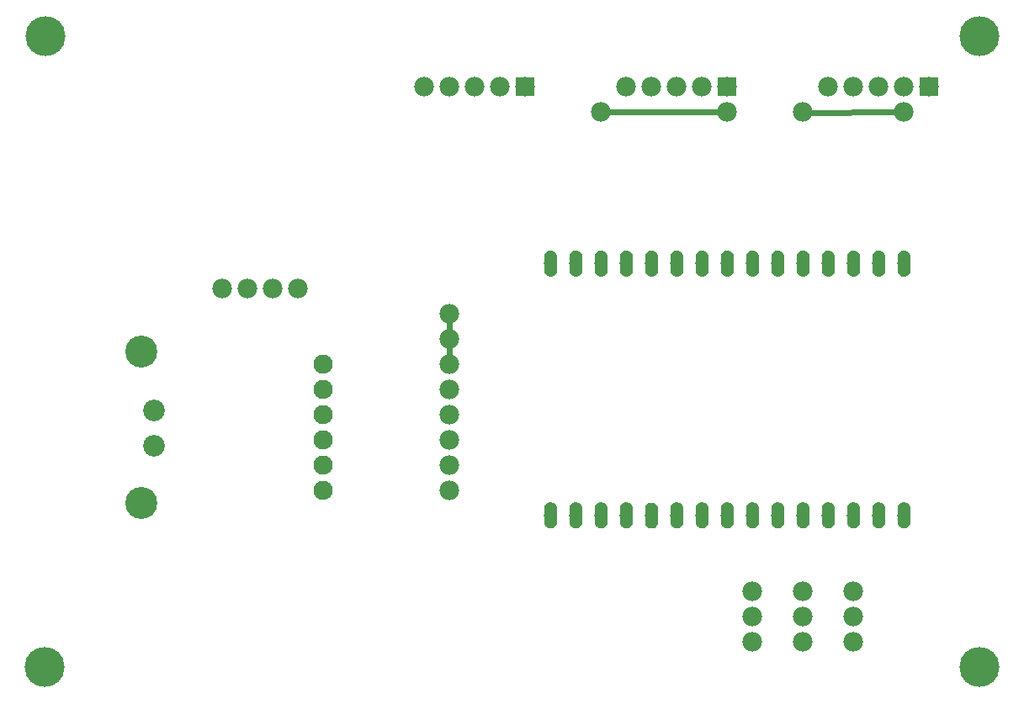
<source format=gtl>
G04 MADE WITH FRITZING*
G04 WWW.FRITZING.ORG*
G04 DOUBLE SIDED*
G04 HOLES PLATED*
G04 CONTOUR ON CENTER OF CONTOUR VECTOR*
%ASAXBY*%
%FSLAX23Y23*%
%MOIN*%
%OFA0B0*%
%SFA1.0B1.0*%
%ADD10C,0.078000*%
%ADD11C,0.052000*%
%ADD12C,0.076000*%
%ADD13C,0.126614*%
%ADD14C,0.086000*%
%ADD15C,0.158110*%
%ADD16R,0.078000X0.078000*%
%ADD17C,0.024000*%
%ADD18R,0.001000X0.001000*%
%LNCOPPER1*%
G90*
G70*
G54D10*
X2902Y229D03*
X2902Y329D03*
X2902Y429D03*
X2402Y2429D03*
X2502Y2429D03*
X2602Y2429D03*
X2702Y2429D03*
X2802Y2429D03*
X3202Y2429D03*
X3302Y2429D03*
X3402Y2429D03*
X3502Y2429D03*
X3602Y2429D03*
G54D11*
X3502Y1729D03*
X3402Y1729D03*
X3302Y1729D03*
X3202Y1729D03*
X3102Y1729D03*
X3002Y1729D03*
X2902Y1729D03*
X2802Y1729D03*
X2702Y1729D03*
X2602Y1729D03*
X2502Y1729D03*
X2402Y1729D03*
X2302Y1729D03*
X2202Y1729D03*
X2102Y1729D03*
X2102Y729D03*
X2202Y729D03*
X2302Y729D03*
X2402Y729D03*
X2502Y729D03*
X2602Y729D03*
X2702Y729D03*
X2802Y729D03*
X2902Y729D03*
X3002Y729D03*
X3102Y729D03*
X3202Y729D03*
X3302Y729D03*
X3402Y729D03*
X3502Y729D03*
G54D10*
X1602Y2429D03*
X1702Y2429D03*
X1802Y2429D03*
X1902Y2429D03*
X2002Y2429D03*
X3102Y229D03*
X3102Y329D03*
X3102Y429D03*
G54D12*
X1202Y1229D03*
G54D13*
X482Y1379D03*
G54D12*
X1202Y829D03*
G54D14*
X532Y1008D03*
G54D12*
X1202Y1029D03*
G54D14*
X532Y1146D03*
G54D12*
X1202Y929D03*
X1202Y1129D03*
X1202Y1329D03*
G54D13*
X482Y779D03*
G54D10*
X2802Y2329D03*
X2302Y2329D03*
X3102Y2329D03*
X3502Y2329D03*
X3302Y229D03*
X3302Y329D03*
X3302Y429D03*
X1702Y1529D03*
X1702Y1429D03*
X1702Y1329D03*
X1702Y1229D03*
X1702Y1129D03*
X1702Y1029D03*
X1702Y929D03*
X1702Y829D03*
X802Y1629D03*
X902Y1629D03*
X1002Y1629D03*
X1102Y1629D03*
G54D15*
X97Y129D03*
X3802Y129D03*
X3802Y2629D03*
X102Y2629D03*
G54D16*
X2802Y2429D03*
X3602Y2429D03*
X2002Y2429D03*
G54D17*
X1702Y1410D02*
X1702Y1348D01*
D02*
X1702Y1510D02*
X1702Y1348D01*
D02*
X3483Y2329D02*
X3104Y2328D01*
D02*
X3104Y2328D02*
X3117Y2318D01*
D02*
X2783Y2329D02*
X2321Y2329D01*
G54D18*
X2100Y1780D02*
X2105Y1780D01*
X2200Y1780D02*
X2205Y1780D01*
X2300Y1780D02*
X2305Y1780D01*
X2400Y1780D02*
X2405Y1780D01*
X2500Y1780D02*
X2505Y1780D01*
X2600Y1780D02*
X2605Y1780D01*
X2700Y1780D02*
X2705Y1780D01*
X2800Y1780D02*
X2805Y1780D01*
X2900Y1780D02*
X2905Y1780D01*
X3000Y1780D02*
X3005Y1780D01*
X3100Y1780D02*
X3105Y1780D01*
X3200Y1780D02*
X3205Y1780D01*
X3300Y1780D02*
X3305Y1780D01*
X3400Y1780D02*
X3405Y1780D01*
X3502Y1780D02*
X3503Y1780D01*
X2095Y1779D02*
X2110Y1779D01*
X2195Y1779D02*
X2210Y1779D01*
X2295Y1779D02*
X2310Y1779D01*
X2395Y1779D02*
X2410Y1779D01*
X2495Y1779D02*
X2510Y1779D01*
X2595Y1779D02*
X2610Y1779D01*
X2695Y1779D02*
X2710Y1779D01*
X2795Y1779D02*
X2810Y1779D01*
X2895Y1779D02*
X2910Y1779D01*
X2995Y1779D02*
X3010Y1779D01*
X3095Y1779D02*
X3110Y1779D01*
X3195Y1779D02*
X3210Y1779D01*
X3295Y1779D02*
X3310Y1779D01*
X3395Y1779D02*
X3410Y1779D01*
X3496Y1779D02*
X3509Y1779D01*
X2093Y1778D02*
X2112Y1778D01*
X2193Y1778D02*
X2212Y1778D01*
X2293Y1778D02*
X2312Y1778D01*
X2393Y1778D02*
X2412Y1778D01*
X2493Y1778D02*
X2512Y1778D01*
X2593Y1778D02*
X2612Y1778D01*
X2693Y1778D02*
X2712Y1778D01*
X2793Y1778D02*
X2812Y1778D01*
X2893Y1778D02*
X2912Y1778D01*
X2993Y1778D02*
X3012Y1778D01*
X3093Y1778D02*
X3112Y1778D01*
X3193Y1778D02*
X3212Y1778D01*
X3293Y1778D02*
X3312Y1778D01*
X3393Y1778D02*
X3412Y1778D01*
X3493Y1778D02*
X3512Y1778D01*
X2091Y1777D02*
X2114Y1777D01*
X2191Y1777D02*
X2214Y1777D01*
X2291Y1777D02*
X2314Y1777D01*
X2391Y1777D02*
X2414Y1777D01*
X2491Y1777D02*
X2514Y1777D01*
X2591Y1777D02*
X2614Y1777D01*
X2691Y1777D02*
X2714Y1777D01*
X2791Y1777D02*
X2814Y1777D01*
X2891Y1777D02*
X2914Y1777D01*
X2991Y1777D02*
X3014Y1777D01*
X3091Y1777D02*
X3114Y1777D01*
X3191Y1777D02*
X3214Y1777D01*
X3291Y1777D02*
X3314Y1777D01*
X3391Y1777D02*
X3414Y1777D01*
X3491Y1777D02*
X3514Y1777D01*
X2089Y1776D02*
X2116Y1776D01*
X2189Y1776D02*
X2216Y1776D01*
X2289Y1776D02*
X2316Y1776D01*
X2389Y1776D02*
X2416Y1776D01*
X2489Y1776D02*
X2516Y1776D01*
X2589Y1776D02*
X2616Y1776D01*
X2689Y1776D02*
X2716Y1776D01*
X2789Y1776D02*
X2816Y1776D01*
X2889Y1776D02*
X2916Y1776D01*
X2989Y1776D02*
X3016Y1776D01*
X3089Y1776D02*
X3116Y1776D01*
X3189Y1776D02*
X3216Y1776D01*
X3289Y1776D02*
X3316Y1776D01*
X3389Y1776D02*
X3416Y1776D01*
X3489Y1776D02*
X3516Y1776D01*
X2088Y1775D02*
X2117Y1775D01*
X2187Y1775D02*
X2217Y1775D01*
X2288Y1775D02*
X2317Y1775D01*
X2387Y1775D02*
X2417Y1775D01*
X2488Y1775D02*
X2517Y1775D01*
X2588Y1775D02*
X2617Y1775D01*
X2688Y1775D02*
X2717Y1775D01*
X2787Y1775D02*
X2817Y1775D01*
X2888Y1775D02*
X2917Y1775D01*
X2988Y1775D02*
X3017Y1775D01*
X3087Y1775D02*
X3117Y1775D01*
X3188Y1775D02*
X3217Y1775D01*
X3287Y1775D02*
X3317Y1775D01*
X3388Y1775D02*
X3417Y1775D01*
X3488Y1775D02*
X3517Y1775D01*
X2086Y1774D02*
X2119Y1774D01*
X2186Y1774D02*
X2219Y1774D01*
X2286Y1774D02*
X2319Y1774D01*
X2386Y1774D02*
X2419Y1774D01*
X2486Y1774D02*
X2519Y1774D01*
X2586Y1774D02*
X2619Y1774D01*
X2686Y1774D02*
X2719Y1774D01*
X2786Y1774D02*
X2819Y1774D01*
X2886Y1774D02*
X2919Y1774D01*
X2986Y1774D02*
X3019Y1774D01*
X3086Y1774D02*
X3119Y1774D01*
X3186Y1774D02*
X3219Y1774D01*
X3286Y1774D02*
X3319Y1774D01*
X3386Y1774D02*
X3419Y1774D01*
X3486Y1774D02*
X3518Y1774D01*
X2085Y1773D02*
X2120Y1773D01*
X2185Y1773D02*
X2220Y1773D01*
X2285Y1773D02*
X2320Y1773D01*
X2385Y1773D02*
X2420Y1773D01*
X2485Y1773D02*
X2520Y1773D01*
X2585Y1773D02*
X2620Y1773D01*
X2685Y1773D02*
X2720Y1773D01*
X2785Y1773D02*
X2820Y1773D01*
X2885Y1773D02*
X2920Y1773D01*
X2985Y1773D02*
X3020Y1773D01*
X3085Y1773D02*
X3120Y1773D01*
X3185Y1773D02*
X3220Y1773D01*
X3285Y1773D02*
X3320Y1773D01*
X3385Y1773D02*
X3420Y1773D01*
X3485Y1773D02*
X3520Y1773D01*
X2084Y1772D02*
X2121Y1772D01*
X2184Y1772D02*
X2221Y1772D01*
X2284Y1772D02*
X2321Y1772D01*
X2384Y1772D02*
X2421Y1772D01*
X2484Y1772D02*
X2521Y1772D01*
X2584Y1772D02*
X2621Y1772D01*
X2684Y1772D02*
X2721Y1772D01*
X2784Y1772D02*
X2821Y1772D01*
X2884Y1772D02*
X2921Y1772D01*
X2984Y1772D02*
X3021Y1772D01*
X3084Y1772D02*
X3121Y1772D01*
X3184Y1772D02*
X3221Y1772D01*
X3284Y1772D02*
X3321Y1772D01*
X3384Y1772D02*
X3421Y1772D01*
X3484Y1772D02*
X3521Y1772D01*
X2083Y1771D02*
X2122Y1771D01*
X2183Y1771D02*
X2222Y1771D01*
X2283Y1771D02*
X2322Y1771D01*
X2383Y1771D02*
X2422Y1771D01*
X2483Y1771D02*
X2522Y1771D01*
X2583Y1771D02*
X2622Y1771D01*
X2683Y1771D02*
X2722Y1771D01*
X2783Y1771D02*
X2822Y1771D01*
X2883Y1771D02*
X2922Y1771D01*
X2983Y1771D02*
X3022Y1771D01*
X3083Y1771D02*
X3122Y1771D01*
X3183Y1771D02*
X3222Y1771D01*
X3283Y1771D02*
X3322Y1771D01*
X3383Y1771D02*
X3422Y1771D01*
X3483Y1771D02*
X3522Y1771D01*
X2082Y1770D02*
X2122Y1770D01*
X2182Y1770D02*
X2222Y1770D01*
X2282Y1770D02*
X2322Y1770D01*
X2382Y1770D02*
X2422Y1770D01*
X2482Y1770D02*
X2522Y1770D01*
X2582Y1770D02*
X2622Y1770D01*
X2682Y1770D02*
X2722Y1770D01*
X2782Y1770D02*
X2822Y1770D01*
X2882Y1770D02*
X2922Y1770D01*
X2982Y1770D02*
X3022Y1770D01*
X3082Y1770D02*
X3122Y1770D01*
X3182Y1770D02*
X3222Y1770D01*
X3282Y1770D02*
X3322Y1770D01*
X3382Y1770D02*
X3422Y1770D01*
X3483Y1770D02*
X3522Y1770D01*
X2082Y1769D02*
X2123Y1769D01*
X2182Y1769D02*
X2223Y1769D01*
X2282Y1769D02*
X2323Y1769D01*
X2382Y1769D02*
X2423Y1769D01*
X2482Y1769D02*
X2523Y1769D01*
X2582Y1769D02*
X2623Y1769D01*
X2682Y1769D02*
X2723Y1769D01*
X2782Y1769D02*
X2823Y1769D01*
X2882Y1769D02*
X2923Y1769D01*
X2982Y1769D02*
X3023Y1769D01*
X3082Y1769D02*
X3123Y1769D01*
X3182Y1769D02*
X3223Y1769D01*
X3282Y1769D02*
X3323Y1769D01*
X3382Y1769D02*
X3423Y1769D01*
X3482Y1769D02*
X3523Y1769D01*
X2081Y1768D02*
X2124Y1768D01*
X2181Y1768D02*
X2224Y1768D01*
X2281Y1768D02*
X2324Y1768D01*
X2381Y1768D02*
X2424Y1768D01*
X2481Y1768D02*
X2524Y1768D01*
X2581Y1768D02*
X2624Y1768D01*
X2681Y1768D02*
X2724Y1768D01*
X2781Y1768D02*
X2824Y1768D01*
X2881Y1768D02*
X2924Y1768D01*
X2981Y1768D02*
X3024Y1768D01*
X3081Y1768D02*
X3124Y1768D01*
X3181Y1768D02*
X3224Y1768D01*
X3281Y1768D02*
X3324Y1768D01*
X3381Y1768D02*
X3424Y1768D01*
X3481Y1768D02*
X3524Y1768D01*
X2080Y1767D02*
X2124Y1767D01*
X2180Y1767D02*
X2224Y1767D01*
X2280Y1767D02*
X2324Y1767D01*
X2380Y1767D02*
X2424Y1767D01*
X2480Y1767D02*
X2524Y1767D01*
X2580Y1767D02*
X2624Y1767D01*
X2680Y1767D02*
X2724Y1767D01*
X2780Y1767D02*
X2824Y1767D01*
X2880Y1767D02*
X2924Y1767D01*
X2980Y1767D02*
X3024Y1767D01*
X3080Y1767D02*
X3124Y1767D01*
X3180Y1767D02*
X3224Y1767D01*
X3280Y1767D02*
X3324Y1767D01*
X3380Y1767D02*
X3424Y1767D01*
X3481Y1767D02*
X3524Y1767D01*
X2080Y1766D02*
X2125Y1766D01*
X2180Y1766D02*
X2225Y1766D01*
X2280Y1766D02*
X2325Y1766D01*
X2380Y1766D02*
X2425Y1766D01*
X2480Y1766D02*
X2525Y1766D01*
X2580Y1766D02*
X2625Y1766D01*
X2680Y1766D02*
X2725Y1766D01*
X2780Y1766D02*
X2825Y1766D01*
X2880Y1766D02*
X2925Y1766D01*
X2980Y1766D02*
X3025Y1766D01*
X3080Y1766D02*
X3125Y1766D01*
X3180Y1766D02*
X3225Y1766D01*
X3280Y1766D02*
X3325Y1766D01*
X3380Y1766D02*
X3425Y1766D01*
X3480Y1766D02*
X3525Y1766D01*
X2079Y1765D02*
X2125Y1765D01*
X2179Y1765D02*
X2226Y1765D01*
X2279Y1765D02*
X2325Y1765D01*
X2379Y1765D02*
X2426Y1765D01*
X2479Y1765D02*
X2525Y1765D01*
X2579Y1765D02*
X2625Y1765D01*
X2679Y1765D02*
X2725Y1765D01*
X2779Y1765D02*
X2826Y1765D01*
X2879Y1765D02*
X2925Y1765D01*
X2979Y1765D02*
X3025Y1765D01*
X3079Y1765D02*
X3126Y1765D01*
X3179Y1765D02*
X3225Y1765D01*
X3279Y1765D02*
X3326Y1765D01*
X3379Y1765D02*
X3425Y1765D01*
X3479Y1765D02*
X3525Y1765D01*
X2079Y1764D02*
X2126Y1764D01*
X2179Y1764D02*
X2226Y1764D01*
X2279Y1764D02*
X2326Y1764D01*
X2379Y1764D02*
X2426Y1764D01*
X2479Y1764D02*
X2526Y1764D01*
X2579Y1764D02*
X2626Y1764D01*
X2679Y1764D02*
X2726Y1764D01*
X2779Y1764D02*
X2826Y1764D01*
X2879Y1764D02*
X2926Y1764D01*
X2979Y1764D02*
X3026Y1764D01*
X3079Y1764D02*
X3126Y1764D01*
X3179Y1764D02*
X3226Y1764D01*
X3279Y1764D02*
X3326Y1764D01*
X3379Y1764D02*
X3426Y1764D01*
X3479Y1764D02*
X3526Y1764D01*
X2079Y1763D02*
X2126Y1763D01*
X2179Y1763D02*
X2226Y1763D01*
X2279Y1763D02*
X2326Y1763D01*
X2379Y1763D02*
X2426Y1763D01*
X2479Y1763D02*
X2526Y1763D01*
X2579Y1763D02*
X2626Y1763D01*
X2679Y1763D02*
X2726Y1763D01*
X2779Y1763D02*
X2826Y1763D01*
X2879Y1763D02*
X2926Y1763D01*
X2979Y1763D02*
X3026Y1763D01*
X3079Y1763D02*
X3126Y1763D01*
X3179Y1763D02*
X3226Y1763D01*
X3279Y1763D02*
X3326Y1763D01*
X3379Y1763D02*
X3426Y1763D01*
X3479Y1763D02*
X3526Y1763D01*
X2078Y1762D02*
X2127Y1762D01*
X2178Y1762D02*
X2227Y1762D01*
X2278Y1762D02*
X2327Y1762D01*
X2378Y1762D02*
X2427Y1762D01*
X2478Y1762D02*
X2527Y1762D01*
X2578Y1762D02*
X2627Y1762D01*
X2678Y1762D02*
X2727Y1762D01*
X2778Y1762D02*
X2827Y1762D01*
X2878Y1762D02*
X2927Y1762D01*
X2978Y1762D02*
X3027Y1762D01*
X3078Y1762D02*
X3127Y1762D01*
X3178Y1762D02*
X3227Y1762D01*
X3278Y1762D02*
X3327Y1762D01*
X3378Y1762D02*
X3427Y1762D01*
X3478Y1762D02*
X3527Y1762D01*
X2078Y1761D02*
X2127Y1761D01*
X2178Y1761D02*
X2227Y1761D01*
X2278Y1761D02*
X2327Y1761D01*
X2378Y1761D02*
X2427Y1761D01*
X2478Y1761D02*
X2527Y1761D01*
X2578Y1761D02*
X2627Y1761D01*
X2678Y1761D02*
X2727Y1761D01*
X2778Y1761D02*
X2827Y1761D01*
X2878Y1761D02*
X2927Y1761D01*
X2978Y1761D02*
X3027Y1761D01*
X3078Y1761D02*
X3127Y1761D01*
X3178Y1761D02*
X3227Y1761D01*
X3278Y1761D02*
X3327Y1761D01*
X3378Y1761D02*
X3427Y1761D01*
X3478Y1761D02*
X3527Y1761D01*
X2078Y1760D02*
X2127Y1760D01*
X2178Y1760D02*
X2227Y1760D01*
X2278Y1760D02*
X2327Y1760D01*
X2378Y1760D02*
X2427Y1760D01*
X2478Y1760D02*
X2527Y1760D01*
X2578Y1760D02*
X2627Y1760D01*
X2678Y1760D02*
X2727Y1760D01*
X2778Y1760D02*
X2827Y1760D01*
X2878Y1760D02*
X2927Y1760D01*
X2978Y1760D02*
X3027Y1760D01*
X3078Y1760D02*
X3127Y1760D01*
X3178Y1760D02*
X3227Y1760D01*
X3278Y1760D02*
X3327Y1760D01*
X3378Y1760D02*
X3427Y1760D01*
X3478Y1760D02*
X3527Y1760D01*
X2077Y1759D02*
X2127Y1759D01*
X2177Y1759D02*
X2227Y1759D01*
X2277Y1759D02*
X2327Y1759D01*
X2377Y1759D02*
X2427Y1759D01*
X2477Y1759D02*
X2527Y1759D01*
X2577Y1759D02*
X2627Y1759D01*
X2677Y1759D02*
X2727Y1759D01*
X2777Y1759D02*
X2827Y1759D01*
X2877Y1759D02*
X2927Y1759D01*
X2977Y1759D02*
X3027Y1759D01*
X3077Y1759D02*
X3127Y1759D01*
X3177Y1759D02*
X3227Y1759D01*
X3277Y1759D02*
X3327Y1759D01*
X3377Y1759D02*
X3427Y1759D01*
X3477Y1759D02*
X3527Y1759D01*
X2077Y1758D02*
X2128Y1758D01*
X2177Y1758D02*
X2228Y1758D01*
X2277Y1758D02*
X2328Y1758D01*
X2377Y1758D02*
X2428Y1758D01*
X2477Y1758D02*
X2528Y1758D01*
X2577Y1758D02*
X2628Y1758D01*
X2677Y1758D02*
X2728Y1758D01*
X2777Y1758D02*
X2828Y1758D01*
X2877Y1758D02*
X2928Y1758D01*
X2977Y1758D02*
X3028Y1758D01*
X3077Y1758D02*
X3128Y1758D01*
X3177Y1758D02*
X3228Y1758D01*
X3277Y1758D02*
X3328Y1758D01*
X3377Y1758D02*
X3428Y1758D01*
X3477Y1758D02*
X3528Y1758D01*
X2077Y1757D02*
X2128Y1757D01*
X2177Y1757D02*
X2228Y1757D01*
X2277Y1757D02*
X2328Y1757D01*
X2377Y1757D02*
X2428Y1757D01*
X2477Y1757D02*
X2528Y1757D01*
X2577Y1757D02*
X2628Y1757D01*
X2677Y1757D02*
X2728Y1757D01*
X2777Y1757D02*
X2828Y1757D01*
X2877Y1757D02*
X2928Y1757D01*
X2977Y1757D02*
X3028Y1757D01*
X3077Y1757D02*
X3128Y1757D01*
X3177Y1757D02*
X3228Y1757D01*
X3277Y1757D02*
X3328Y1757D01*
X3377Y1757D02*
X3428Y1757D01*
X3477Y1757D02*
X3528Y1757D01*
X2077Y1756D02*
X2128Y1756D01*
X2177Y1756D02*
X2228Y1756D01*
X2277Y1756D02*
X2328Y1756D01*
X2377Y1756D02*
X2428Y1756D01*
X2477Y1756D02*
X2528Y1756D01*
X2577Y1756D02*
X2628Y1756D01*
X2677Y1756D02*
X2728Y1756D01*
X2777Y1756D02*
X2828Y1756D01*
X2877Y1756D02*
X2928Y1756D01*
X2977Y1756D02*
X3028Y1756D01*
X3077Y1756D02*
X3128Y1756D01*
X3177Y1756D02*
X3228Y1756D01*
X3277Y1756D02*
X3328Y1756D01*
X3377Y1756D02*
X3428Y1756D01*
X3477Y1756D02*
X3528Y1756D01*
X2077Y1755D02*
X2128Y1755D01*
X2177Y1755D02*
X2228Y1755D01*
X2277Y1755D02*
X2328Y1755D01*
X2377Y1755D02*
X2428Y1755D01*
X2477Y1755D02*
X2528Y1755D01*
X2577Y1755D02*
X2628Y1755D01*
X2677Y1755D02*
X2728Y1755D01*
X2777Y1755D02*
X2828Y1755D01*
X2877Y1755D02*
X2928Y1755D01*
X2977Y1755D02*
X3028Y1755D01*
X3077Y1755D02*
X3128Y1755D01*
X3177Y1755D02*
X3228Y1755D01*
X3277Y1755D02*
X3328Y1755D01*
X3377Y1755D02*
X3428Y1755D01*
X3477Y1755D02*
X3528Y1755D01*
X2077Y1754D02*
X2128Y1754D01*
X2177Y1754D02*
X2228Y1754D01*
X2277Y1754D02*
X2328Y1754D01*
X2377Y1754D02*
X2428Y1754D01*
X2477Y1754D02*
X2528Y1754D01*
X2577Y1754D02*
X2628Y1754D01*
X2677Y1754D02*
X2728Y1754D01*
X2777Y1754D02*
X2828Y1754D01*
X2877Y1754D02*
X2928Y1754D01*
X2977Y1754D02*
X3028Y1754D01*
X3077Y1754D02*
X3128Y1754D01*
X3177Y1754D02*
X3228Y1754D01*
X3277Y1754D02*
X3328Y1754D01*
X3377Y1754D02*
X3428Y1754D01*
X3477Y1754D02*
X3528Y1754D01*
X2077Y1753D02*
X2128Y1753D01*
X2177Y1753D02*
X2228Y1753D01*
X2277Y1753D02*
X2328Y1753D01*
X2377Y1753D02*
X2428Y1753D01*
X2477Y1753D02*
X2528Y1753D01*
X2577Y1753D02*
X2628Y1753D01*
X2677Y1753D02*
X2728Y1753D01*
X2777Y1753D02*
X2828Y1753D01*
X2877Y1753D02*
X2928Y1753D01*
X2977Y1753D02*
X3028Y1753D01*
X3077Y1753D02*
X3128Y1753D01*
X3177Y1753D02*
X3228Y1753D01*
X3277Y1753D02*
X3328Y1753D01*
X3377Y1753D02*
X3428Y1753D01*
X3477Y1753D02*
X3528Y1753D01*
X2077Y1752D02*
X2128Y1752D01*
X2177Y1752D02*
X2228Y1752D01*
X2277Y1752D02*
X2328Y1752D01*
X2377Y1752D02*
X2428Y1752D01*
X2477Y1752D02*
X2528Y1752D01*
X2577Y1752D02*
X2628Y1752D01*
X2677Y1752D02*
X2728Y1752D01*
X2777Y1752D02*
X2828Y1752D01*
X2877Y1752D02*
X2928Y1752D01*
X2977Y1752D02*
X3028Y1752D01*
X3077Y1752D02*
X3128Y1752D01*
X3177Y1752D02*
X3228Y1752D01*
X3277Y1752D02*
X3328Y1752D01*
X3377Y1752D02*
X3428Y1752D01*
X3477Y1752D02*
X3528Y1752D01*
X2077Y1751D02*
X2128Y1751D01*
X2177Y1751D02*
X2228Y1751D01*
X2277Y1751D02*
X2328Y1751D01*
X2377Y1751D02*
X2428Y1751D01*
X2477Y1751D02*
X2528Y1751D01*
X2577Y1751D02*
X2628Y1751D01*
X2677Y1751D02*
X2728Y1751D01*
X2777Y1751D02*
X2828Y1751D01*
X2877Y1751D02*
X2928Y1751D01*
X2977Y1751D02*
X3028Y1751D01*
X3077Y1751D02*
X3128Y1751D01*
X3177Y1751D02*
X3228Y1751D01*
X3277Y1751D02*
X3328Y1751D01*
X3377Y1751D02*
X3428Y1751D01*
X3477Y1751D02*
X3528Y1751D01*
X2077Y1750D02*
X2128Y1750D01*
X2177Y1750D02*
X2228Y1750D01*
X2277Y1750D02*
X2328Y1750D01*
X2377Y1750D02*
X2428Y1750D01*
X2477Y1750D02*
X2528Y1750D01*
X2577Y1750D02*
X2628Y1750D01*
X2677Y1750D02*
X2728Y1750D01*
X2777Y1750D02*
X2828Y1750D01*
X2877Y1750D02*
X2928Y1750D01*
X2977Y1750D02*
X3028Y1750D01*
X3077Y1750D02*
X3128Y1750D01*
X3177Y1750D02*
X3228Y1750D01*
X3277Y1750D02*
X3328Y1750D01*
X3377Y1750D02*
X3428Y1750D01*
X3477Y1750D02*
X3528Y1750D01*
X2077Y1749D02*
X2128Y1749D01*
X2177Y1749D02*
X2228Y1749D01*
X2277Y1749D02*
X2328Y1749D01*
X2377Y1749D02*
X2428Y1749D01*
X2477Y1749D02*
X2528Y1749D01*
X2577Y1749D02*
X2628Y1749D01*
X2677Y1749D02*
X2728Y1749D01*
X2777Y1749D02*
X2828Y1749D01*
X2877Y1749D02*
X2928Y1749D01*
X2977Y1749D02*
X3028Y1749D01*
X3077Y1749D02*
X3128Y1749D01*
X3177Y1749D02*
X3228Y1749D01*
X3277Y1749D02*
X3328Y1749D01*
X3377Y1749D02*
X3428Y1749D01*
X3477Y1749D02*
X3528Y1749D01*
X2077Y1748D02*
X2128Y1748D01*
X2177Y1748D02*
X2228Y1748D01*
X2277Y1748D02*
X2328Y1748D01*
X2377Y1748D02*
X2428Y1748D01*
X2477Y1748D02*
X2528Y1748D01*
X2577Y1748D02*
X2628Y1748D01*
X2677Y1748D02*
X2728Y1748D01*
X2777Y1748D02*
X2828Y1748D01*
X2877Y1748D02*
X2928Y1748D01*
X2977Y1748D02*
X3028Y1748D01*
X3077Y1748D02*
X3128Y1748D01*
X3177Y1748D02*
X3228Y1748D01*
X3277Y1748D02*
X3328Y1748D01*
X3377Y1748D02*
X3428Y1748D01*
X3477Y1748D02*
X3528Y1748D01*
X2077Y1747D02*
X2128Y1747D01*
X2177Y1747D02*
X2228Y1747D01*
X2277Y1747D02*
X2328Y1747D01*
X2377Y1747D02*
X2428Y1747D01*
X2477Y1747D02*
X2528Y1747D01*
X2577Y1747D02*
X2628Y1747D01*
X2677Y1747D02*
X2728Y1747D01*
X2777Y1747D02*
X2828Y1747D01*
X2877Y1747D02*
X2928Y1747D01*
X2977Y1747D02*
X3028Y1747D01*
X3077Y1747D02*
X3128Y1747D01*
X3177Y1747D02*
X3228Y1747D01*
X3277Y1747D02*
X3328Y1747D01*
X3377Y1747D02*
X3428Y1747D01*
X3477Y1747D02*
X3528Y1747D01*
X2077Y1746D02*
X2128Y1746D01*
X2177Y1746D02*
X2228Y1746D01*
X2277Y1746D02*
X2328Y1746D01*
X2377Y1746D02*
X2428Y1746D01*
X2477Y1746D02*
X2528Y1746D01*
X2577Y1746D02*
X2628Y1746D01*
X2677Y1746D02*
X2728Y1746D01*
X2777Y1746D02*
X2828Y1746D01*
X2877Y1746D02*
X2928Y1746D01*
X2977Y1746D02*
X3028Y1746D01*
X3077Y1746D02*
X3128Y1746D01*
X3177Y1746D02*
X3228Y1746D01*
X3277Y1746D02*
X3328Y1746D01*
X3377Y1746D02*
X3428Y1746D01*
X3477Y1746D02*
X3528Y1746D01*
X2077Y1745D02*
X2128Y1745D01*
X2177Y1745D02*
X2228Y1745D01*
X2277Y1745D02*
X2328Y1745D01*
X2377Y1745D02*
X2428Y1745D01*
X2477Y1745D02*
X2528Y1745D01*
X2577Y1745D02*
X2628Y1745D01*
X2677Y1745D02*
X2728Y1745D01*
X2777Y1745D02*
X2828Y1745D01*
X2877Y1745D02*
X2928Y1745D01*
X2977Y1745D02*
X3028Y1745D01*
X3077Y1745D02*
X3128Y1745D01*
X3177Y1745D02*
X3228Y1745D01*
X3277Y1745D02*
X3328Y1745D01*
X3377Y1745D02*
X3428Y1745D01*
X3477Y1745D02*
X3528Y1745D01*
X2077Y1744D02*
X2128Y1744D01*
X2177Y1744D02*
X2228Y1744D01*
X2277Y1744D02*
X2328Y1744D01*
X2377Y1744D02*
X2428Y1744D01*
X2477Y1744D02*
X2528Y1744D01*
X2577Y1744D02*
X2628Y1744D01*
X2677Y1744D02*
X2728Y1744D01*
X2777Y1744D02*
X2828Y1744D01*
X2877Y1744D02*
X2928Y1744D01*
X2977Y1744D02*
X3028Y1744D01*
X3077Y1744D02*
X3128Y1744D01*
X3177Y1744D02*
X3228Y1744D01*
X3277Y1744D02*
X3328Y1744D01*
X3377Y1744D02*
X3428Y1744D01*
X3477Y1744D02*
X3528Y1744D01*
X2077Y1743D02*
X2098Y1743D01*
X2107Y1743D02*
X2128Y1743D01*
X2177Y1743D02*
X2198Y1743D01*
X2207Y1743D02*
X2228Y1743D01*
X2277Y1743D02*
X2298Y1743D01*
X2307Y1743D02*
X2328Y1743D01*
X2377Y1743D02*
X2397Y1743D01*
X2408Y1743D02*
X2428Y1743D01*
X2477Y1743D02*
X2498Y1743D01*
X2506Y1743D02*
X2528Y1743D01*
X2577Y1743D02*
X2598Y1743D01*
X2606Y1743D02*
X2628Y1743D01*
X2677Y1743D02*
X2699Y1743D01*
X2706Y1743D02*
X2728Y1743D01*
X2777Y1743D02*
X2798Y1743D01*
X2807Y1743D02*
X2828Y1743D01*
X2877Y1743D02*
X2899Y1743D01*
X2906Y1743D02*
X2928Y1743D01*
X2977Y1743D02*
X2999Y1743D01*
X3006Y1743D02*
X3028Y1743D01*
X3077Y1743D02*
X3098Y1743D01*
X3107Y1743D02*
X3128Y1743D01*
X3177Y1743D02*
X3198Y1743D01*
X3207Y1743D02*
X3228Y1743D01*
X3277Y1743D02*
X3298Y1743D01*
X3307Y1743D02*
X3328Y1743D01*
X3377Y1743D02*
X3398Y1743D01*
X3407Y1743D02*
X3428Y1743D01*
X3477Y1743D02*
X3499Y1743D01*
X3506Y1743D02*
X3528Y1743D01*
X2077Y1742D02*
X2095Y1742D01*
X2110Y1742D02*
X2128Y1742D01*
X2177Y1742D02*
X2195Y1742D01*
X2210Y1742D02*
X2228Y1742D01*
X2277Y1742D02*
X2295Y1742D01*
X2310Y1742D02*
X2328Y1742D01*
X2377Y1742D02*
X2395Y1742D01*
X2410Y1742D02*
X2428Y1742D01*
X2477Y1742D02*
X2495Y1742D01*
X2509Y1742D02*
X2528Y1742D01*
X2577Y1742D02*
X2595Y1742D01*
X2609Y1742D02*
X2628Y1742D01*
X2677Y1742D02*
X2696Y1742D01*
X2709Y1742D02*
X2728Y1742D01*
X2777Y1742D02*
X2795Y1742D01*
X2810Y1742D02*
X2828Y1742D01*
X2877Y1742D02*
X2896Y1742D01*
X2909Y1742D02*
X2928Y1742D01*
X2977Y1742D02*
X2996Y1742D01*
X3009Y1742D02*
X3028Y1742D01*
X3077Y1742D02*
X3095Y1742D01*
X3110Y1742D02*
X3128Y1742D01*
X3177Y1742D02*
X3195Y1742D01*
X3210Y1742D02*
X3228Y1742D01*
X3277Y1742D02*
X3295Y1742D01*
X3310Y1742D02*
X3328Y1742D01*
X3377Y1742D02*
X3395Y1742D01*
X3410Y1742D02*
X3428Y1742D01*
X3477Y1742D02*
X3496Y1742D01*
X3509Y1742D02*
X3528Y1742D01*
X2077Y1741D02*
X2093Y1741D01*
X2112Y1741D02*
X2128Y1741D01*
X2177Y1741D02*
X2193Y1741D01*
X2212Y1741D02*
X2228Y1741D01*
X2277Y1741D02*
X2293Y1741D01*
X2312Y1741D02*
X2328Y1741D01*
X2377Y1741D02*
X2393Y1741D01*
X2412Y1741D02*
X2428Y1741D01*
X2477Y1741D02*
X2494Y1741D01*
X2511Y1741D02*
X2528Y1741D01*
X2577Y1741D02*
X2594Y1741D01*
X2611Y1741D02*
X2628Y1741D01*
X2677Y1741D02*
X2694Y1741D01*
X2711Y1741D02*
X2728Y1741D01*
X2777Y1741D02*
X2793Y1741D01*
X2812Y1741D02*
X2828Y1741D01*
X2877Y1741D02*
X2894Y1741D01*
X2911Y1741D02*
X2928Y1741D01*
X2977Y1741D02*
X2994Y1741D01*
X3011Y1741D02*
X3028Y1741D01*
X3077Y1741D02*
X3094Y1741D01*
X3111Y1741D02*
X3128Y1741D01*
X3177Y1741D02*
X3193Y1741D01*
X3212Y1741D02*
X3228Y1741D01*
X3277Y1741D02*
X3293Y1741D01*
X3312Y1741D02*
X3328Y1741D01*
X3377Y1741D02*
X3393Y1741D01*
X3412Y1741D02*
X3428Y1741D01*
X3477Y1741D02*
X3494Y1741D01*
X3511Y1741D02*
X3528Y1741D01*
X2077Y1740D02*
X2092Y1740D01*
X2113Y1740D02*
X2128Y1740D01*
X2177Y1740D02*
X2192Y1740D01*
X2213Y1740D02*
X2228Y1740D01*
X2277Y1740D02*
X2292Y1740D01*
X2313Y1740D02*
X2328Y1740D01*
X2377Y1740D02*
X2392Y1740D01*
X2413Y1740D02*
X2428Y1740D01*
X2477Y1740D02*
X2492Y1740D01*
X2513Y1740D02*
X2528Y1740D01*
X2577Y1740D02*
X2592Y1740D01*
X2613Y1740D02*
X2628Y1740D01*
X2677Y1740D02*
X2692Y1740D01*
X2713Y1740D02*
X2728Y1740D01*
X2777Y1740D02*
X2792Y1740D01*
X2813Y1740D02*
X2828Y1740D01*
X2877Y1740D02*
X2892Y1740D01*
X2913Y1740D02*
X2928Y1740D01*
X2977Y1740D02*
X2992Y1740D01*
X3013Y1740D02*
X3028Y1740D01*
X3077Y1740D02*
X3092Y1740D01*
X3113Y1740D02*
X3128Y1740D01*
X3177Y1740D02*
X3192Y1740D01*
X3213Y1740D02*
X3228Y1740D01*
X3277Y1740D02*
X3292Y1740D01*
X3313Y1740D02*
X3328Y1740D01*
X3377Y1740D02*
X3392Y1740D01*
X3413Y1740D02*
X3428Y1740D01*
X3477Y1740D02*
X3492Y1740D01*
X3513Y1740D02*
X3528Y1740D01*
X2077Y1739D02*
X2091Y1739D01*
X2114Y1739D02*
X2128Y1739D01*
X2177Y1739D02*
X2191Y1739D01*
X2214Y1739D02*
X2228Y1739D01*
X2277Y1739D02*
X2291Y1739D01*
X2314Y1739D02*
X2328Y1739D01*
X2377Y1739D02*
X2391Y1739D01*
X2414Y1739D02*
X2428Y1739D01*
X2477Y1739D02*
X2491Y1739D01*
X2514Y1739D02*
X2528Y1739D01*
X2577Y1739D02*
X2591Y1739D01*
X2614Y1739D02*
X2628Y1739D01*
X2677Y1739D02*
X2691Y1739D01*
X2714Y1739D02*
X2728Y1739D01*
X2777Y1739D02*
X2791Y1739D01*
X2814Y1739D02*
X2828Y1739D01*
X2877Y1739D02*
X2891Y1739D01*
X2914Y1739D02*
X2928Y1739D01*
X2977Y1739D02*
X2991Y1739D01*
X3014Y1739D02*
X3028Y1739D01*
X3077Y1739D02*
X3091Y1739D01*
X3114Y1739D02*
X3128Y1739D01*
X3177Y1739D02*
X3191Y1739D01*
X3214Y1739D02*
X3228Y1739D01*
X3277Y1739D02*
X3291Y1739D01*
X3314Y1739D02*
X3328Y1739D01*
X3377Y1739D02*
X3391Y1739D01*
X3414Y1739D02*
X3428Y1739D01*
X3477Y1739D02*
X3491Y1739D01*
X3514Y1739D02*
X3528Y1739D01*
X2077Y1738D02*
X2090Y1738D01*
X2115Y1738D02*
X2128Y1738D01*
X2177Y1738D02*
X2190Y1738D01*
X2215Y1738D02*
X2228Y1738D01*
X2277Y1738D02*
X2290Y1738D01*
X2315Y1738D02*
X2328Y1738D01*
X2377Y1738D02*
X2390Y1738D01*
X2415Y1738D02*
X2428Y1738D01*
X2477Y1738D02*
X2490Y1738D01*
X2515Y1738D02*
X2528Y1738D01*
X2577Y1738D02*
X2590Y1738D01*
X2615Y1738D02*
X2628Y1738D01*
X2677Y1738D02*
X2690Y1738D01*
X2715Y1738D02*
X2728Y1738D01*
X2777Y1738D02*
X2790Y1738D01*
X2815Y1738D02*
X2828Y1738D01*
X2877Y1738D02*
X2890Y1738D01*
X2915Y1738D02*
X2928Y1738D01*
X2977Y1738D02*
X2990Y1738D01*
X3015Y1738D02*
X3028Y1738D01*
X3077Y1738D02*
X3090Y1738D01*
X3115Y1738D02*
X3128Y1738D01*
X3177Y1738D02*
X3190Y1738D01*
X3215Y1738D02*
X3228Y1738D01*
X3277Y1738D02*
X3290Y1738D01*
X3315Y1738D02*
X3328Y1738D01*
X3377Y1738D02*
X3390Y1738D01*
X3415Y1738D02*
X3428Y1738D01*
X3477Y1738D02*
X3490Y1738D01*
X3515Y1738D02*
X3528Y1738D01*
X2077Y1737D02*
X2089Y1737D01*
X2116Y1737D02*
X2128Y1737D01*
X2177Y1737D02*
X2189Y1737D01*
X2216Y1737D02*
X2228Y1737D01*
X2277Y1737D02*
X2289Y1737D01*
X2316Y1737D02*
X2328Y1737D01*
X2377Y1737D02*
X2389Y1737D01*
X2416Y1737D02*
X2428Y1737D01*
X2477Y1737D02*
X2489Y1737D01*
X2516Y1737D02*
X2528Y1737D01*
X2577Y1737D02*
X2589Y1737D01*
X2616Y1737D02*
X2628Y1737D01*
X2677Y1737D02*
X2689Y1737D01*
X2716Y1737D02*
X2728Y1737D01*
X2777Y1737D02*
X2789Y1737D01*
X2816Y1737D02*
X2828Y1737D01*
X2877Y1737D02*
X2889Y1737D01*
X2916Y1737D02*
X2928Y1737D01*
X2977Y1737D02*
X2989Y1737D01*
X3016Y1737D02*
X3028Y1737D01*
X3077Y1737D02*
X3089Y1737D01*
X3116Y1737D02*
X3128Y1737D01*
X3177Y1737D02*
X3189Y1737D01*
X3216Y1737D02*
X3228Y1737D01*
X3277Y1737D02*
X3289Y1737D01*
X3316Y1737D02*
X3328Y1737D01*
X3377Y1737D02*
X3389Y1737D01*
X3416Y1737D02*
X3428Y1737D01*
X3477Y1737D02*
X3489Y1737D01*
X3516Y1737D02*
X3528Y1737D01*
X2077Y1736D02*
X2088Y1736D01*
X2117Y1736D02*
X2128Y1736D01*
X2177Y1736D02*
X2188Y1736D01*
X2217Y1736D02*
X2228Y1736D01*
X2277Y1736D02*
X2288Y1736D01*
X2317Y1736D02*
X2328Y1736D01*
X2377Y1736D02*
X2388Y1736D01*
X2417Y1736D02*
X2428Y1736D01*
X2477Y1736D02*
X2489Y1736D01*
X2516Y1736D02*
X2528Y1736D01*
X2577Y1736D02*
X2589Y1736D01*
X2616Y1736D02*
X2628Y1736D01*
X2677Y1736D02*
X2689Y1736D01*
X2716Y1736D02*
X2728Y1736D01*
X2777Y1736D02*
X2788Y1736D01*
X2817Y1736D02*
X2828Y1736D01*
X2877Y1736D02*
X2889Y1736D01*
X2916Y1736D02*
X2928Y1736D01*
X2977Y1736D02*
X2989Y1736D01*
X3016Y1736D02*
X3028Y1736D01*
X3077Y1736D02*
X3089Y1736D01*
X3116Y1736D02*
X3128Y1736D01*
X3177Y1736D02*
X3188Y1736D01*
X3217Y1736D02*
X3228Y1736D01*
X3277Y1736D02*
X3288Y1736D01*
X3317Y1736D02*
X3328Y1736D01*
X3377Y1736D02*
X3388Y1736D01*
X3417Y1736D02*
X3428Y1736D01*
X3477Y1736D02*
X3489Y1736D01*
X3516Y1736D02*
X3528Y1736D01*
X2077Y1735D02*
X2088Y1735D01*
X2117Y1735D02*
X2128Y1735D01*
X2177Y1735D02*
X2188Y1735D01*
X2217Y1735D02*
X2228Y1735D01*
X2277Y1735D02*
X2288Y1735D01*
X2317Y1735D02*
X2328Y1735D01*
X2377Y1735D02*
X2388Y1735D01*
X2417Y1735D02*
X2428Y1735D01*
X2477Y1735D02*
X2488Y1735D01*
X2517Y1735D02*
X2528Y1735D01*
X2577Y1735D02*
X2588Y1735D01*
X2617Y1735D02*
X2628Y1735D01*
X2677Y1735D02*
X2688Y1735D01*
X2717Y1735D02*
X2728Y1735D01*
X2777Y1735D02*
X2788Y1735D01*
X2817Y1735D02*
X2828Y1735D01*
X2877Y1735D02*
X2888Y1735D01*
X2917Y1735D02*
X2928Y1735D01*
X2977Y1735D02*
X2988Y1735D01*
X3017Y1735D02*
X3028Y1735D01*
X3077Y1735D02*
X3088Y1735D01*
X3117Y1735D02*
X3128Y1735D01*
X3177Y1735D02*
X3188Y1735D01*
X3217Y1735D02*
X3228Y1735D01*
X3277Y1735D02*
X3288Y1735D01*
X3317Y1735D02*
X3328Y1735D01*
X3377Y1735D02*
X3388Y1735D01*
X3417Y1735D02*
X3428Y1735D01*
X3477Y1735D02*
X3488Y1735D01*
X3517Y1735D02*
X3528Y1735D01*
X2077Y1734D02*
X2087Y1734D01*
X2118Y1734D02*
X2128Y1734D01*
X2177Y1734D02*
X2187Y1734D01*
X2218Y1734D02*
X2228Y1734D01*
X2277Y1734D02*
X2287Y1734D01*
X2318Y1734D02*
X2328Y1734D01*
X2377Y1734D02*
X2387Y1734D01*
X2418Y1734D02*
X2428Y1734D01*
X2477Y1734D02*
X2487Y1734D01*
X2518Y1734D02*
X2528Y1734D01*
X2577Y1734D02*
X2587Y1734D01*
X2618Y1734D02*
X2628Y1734D01*
X2677Y1734D02*
X2687Y1734D01*
X2718Y1734D02*
X2728Y1734D01*
X2777Y1734D02*
X2787Y1734D01*
X2818Y1734D02*
X2828Y1734D01*
X2877Y1734D02*
X2887Y1734D01*
X2918Y1734D02*
X2928Y1734D01*
X2977Y1734D02*
X2987Y1734D01*
X3018Y1734D02*
X3028Y1734D01*
X3077Y1734D02*
X3087Y1734D01*
X3118Y1734D02*
X3128Y1734D01*
X3177Y1734D02*
X3187Y1734D01*
X3218Y1734D02*
X3228Y1734D01*
X3277Y1734D02*
X3287Y1734D01*
X3318Y1734D02*
X3328Y1734D01*
X3377Y1734D02*
X3387Y1734D01*
X3418Y1734D02*
X3428Y1734D01*
X3477Y1734D02*
X3487Y1734D01*
X3517Y1734D02*
X3528Y1734D01*
X2077Y1733D02*
X2087Y1733D01*
X2118Y1733D02*
X2128Y1733D01*
X2177Y1733D02*
X2187Y1733D01*
X2218Y1733D02*
X2228Y1733D01*
X2277Y1733D02*
X2287Y1733D01*
X2318Y1733D02*
X2328Y1733D01*
X2377Y1733D02*
X2387Y1733D01*
X2418Y1733D02*
X2428Y1733D01*
X2477Y1733D02*
X2487Y1733D01*
X2518Y1733D02*
X2528Y1733D01*
X2577Y1733D02*
X2587Y1733D01*
X2618Y1733D02*
X2628Y1733D01*
X2677Y1733D02*
X2687Y1733D01*
X2718Y1733D02*
X2728Y1733D01*
X2777Y1733D02*
X2787Y1733D01*
X2818Y1733D02*
X2828Y1733D01*
X2877Y1733D02*
X2887Y1733D01*
X2918Y1733D02*
X2928Y1733D01*
X2977Y1733D02*
X2987Y1733D01*
X3018Y1733D02*
X3028Y1733D01*
X3077Y1733D02*
X3087Y1733D01*
X3118Y1733D02*
X3128Y1733D01*
X3177Y1733D02*
X3187Y1733D01*
X3218Y1733D02*
X3228Y1733D01*
X3277Y1733D02*
X3287Y1733D01*
X3318Y1733D02*
X3328Y1733D01*
X3377Y1733D02*
X3387Y1733D01*
X3418Y1733D02*
X3428Y1733D01*
X3477Y1733D02*
X3487Y1733D01*
X3518Y1733D02*
X3528Y1733D01*
X2077Y1732D02*
X2087Y1732D01*
X2118Y1732D02*
X2128Y1732D01*
X2177Y1732D02*
X2187Y1732D01*
X2218Y1732D02*
X2228Y1732D01*
X2277Y1732D02*
X2287Y1732D01*
X2318Y1732D02*
X2328Y1732D01*
X2377Y1732D02*
X2387Y1732D01*
X2418Y1732D02*
X2428Y1732D01*
X2477Y1732D02*
X2487Y1732D01*
X2518Y1732D02*
X2528Y1732D01*
X2577Y1732D02*
X2587Y1732D01*
X2618Y1732D02*
X2628Y1732D01*
X2677Y1732D02*
X2687Y1732D01*
X2718Y1732D02*
X2728Y1732D01*
X2777Y1732D02*
X2787Y1732D01*
X2818Y1732D02*
X2828Y1732D01*
X2877Y1732D02*
X2887Y1732D01*
X2918Y1732D02*
X2928Y1732D01*
X2977Y1732D02*
X2987Y1732D01*
X3018Y1732D02*
X3028Y1732D01*
X3077Y1732D02*
X3087Y1732D01*
X3118Y1732D02*
X3128Y1732D01*
X3177Y1732D02*
X3187Y1732D01*
X3218Y1732D02*
X3228Y1732D01*
X3277Y1732D02*
X3287Y1732D01*
X3318Y1732D02*
X3328Y1732D01*
X3377Y1732D02*
X3387Y1732D01*
X3418Y1732D02*
X3428Y1732D01*
X3477Y1732D02*
X3487Y1732D01*
X3518Y1732D02*
X3528Y1732D01*
X2077Y1731D02*
X2086Y1731D01*
X2119Y1731D02*
X2128Y1731D01*
X2177Y1731D02*
X2186Y1731D01*
X2219Y1731D02*
X2228Y1731D01*
X2277Y1731D02*
X2286Y1731D01*
X2319Y1731D02*
X2328Y1731D01*
X2377Y1731D02*
X2386Y1731D01*
X2419Y1731D02*
X2428Y1731D01*
X2477Y1731D02*
X2486Y1731D01*
X2519Y1731D02*
X2528Y1731D01*
X2577Y1731D02*
X2586Y1731D01*
X2619Y1731D02*
X2628Y1731D01*
X2677Y1731D02*
X2686Y1731D01*
X2719Y1731D02*
X2728Y1731D01*
X2777Y1731D02*
X2786Y1731D01*
X2819Y1731D02*
X2828Y1731D01*
X2877Y1731D02*
X2886Y1731D01*
X2919Y1731D02*
X2928Y1731D01*
X2977Y1731D02*
X2986Y1731D01*
X3019Y1731D02*
X3028Y1731D01*
X3077Y1731D02*
X3086Y1731D01*
X3119Y1731D02*
X3128Y1731D01*
X3177Y1731D02*
X3186Y1731D01*
X3219Y1731D02*
X3228Y1731D01*
X3277Y1731D02*
X3286Y1731D01*
X3319Y1731D02*
X3328Y1731D01*
X3377Y1731D02*
X3386Y1731D01*
X3419Y1731D02*
X3428Y1731D01*
X3477Y1731D02*
X3486Y1731D01*
X3519Y1731D02*
X3528Y1731D01*
X2077Y1730D02*
X2086Y1730D01*
X2119Y1730D02*
X2128Y1730D01*
X2177Y1730D02*
X2186Y1730D01*
X2219Y1730D02*
X2228Y1730D01*
X2277Y1730D02*
X2286Y1730D01*
X2319Y1730D02*
X2328Y1730D01*
X2377Y1730D02*
X2386Y1730D01*
X2419Y1730D02*
X2428Y1730D01*
X2477Y1730D02*
X2486Y1730D01*
X2519Y1730D02*
X2528Y1730D01*
X2577Y1730D02*
X2586Y1730D01*
X2619Y1730D02*
X2628Y1730D01*
X2677Y1730D02*
X2686Y1730D01*
X2719Y1730D02*
X2728Y1730D01*
X2777Y1730D02*
X2786Y1730D01*
X2819Y1730D02*
X2828Y1730D01*
X2877Y1730D02*
X2886Y1730D01*
X2919Y1730D02*
X2928Y1730D01*
X2977Y1730D02*
X2986Y1730D01*
X3019Y1730D02*
X3028Y1730D01*
X3077Y1730D02*
X3086Y1730D01*
X3119Y1730D02*
X3128Y1730D01*
X3177Y1730D02*
X3186Y1730D01*
X3219Y1730D02*
X3228Y1730D01*
X3277Y1730D02*
X3286Y1730D01*
X3319Y1730D02*
X3328Y1730D01*
X3377Y1730D02*
X3386Y1730D01*
X3419Y1730D02*
X3428Y1730D01*
X3477Y1730D02*
X3486Y1730D01*
X3519Y1730D02*
X3528Y1730D01*
X2077Y1729D02*
X2086Y1729D01*
X2119Y1729D02*
X2128Y1729D01*
X2177Y1729D02*
X2186Y1729D01*
X2219Y1729D02*
X2228Y1729D01*
X2277Y1729D02*
X2286Y1729D01*
X2319Y1729D02*
X2328Y1729D01*
X2377Y1729D02*
X2386Y1729D01*
X2419Y1729D02*
X2428Y1729D01*
X2477Y1729D02*
X2486Y1729D01*
X2519Y1729D02*
X2528Y1729D01*
X2577Y1729D02*
X2586Y1729D01*
X2619Y1729D02*
X2628Y1729D01*
X2677Y1729D02*
X2686Y1729D01*
X2719Y1729D02*
X2728Y1729D01*
X2777Y1729D02*
X2786Y1729D01*
X2819Y1729D02*
X2828Y1729D01*
X2877Y1729D02*
X2886Y1729D01*
X2919Y1729D02*
X2928Y1729D01*
X2977Y1729D02*
X2986Y1729D01*
X3019Y1729D02*
X3028Y1729D01*
X3077Y1729D02*
X3086Y1729D01*
X3119Y1729D02*
X3128Y1729D01*
X3177Y1729D02*
X3186Y1729D01*
X3219Y1729D02*
X3228Y1729D01*
X3277Y1729D02*
X3286Y1729D01*
X3319Y1729D02*
X3328Y1729D01*
X3377Y1729D02*
X3386Y1729D01*
X3419Y1729D02*
X3428Y1729D01*
X3477Y1729D02*
X3486Y1729D01*
X3519Y1729D02*
X3528Y1729D01*
X2077Y1728D02*
X2086Y1728D01*
X2119Y1728D02*
X2128Y1728D01*
X2177Y1728D02*
X2186Y1728D01*
X2219Y1728D02*
X2228Y1728D01*
X2277Y1728D02*
X2286Y1728D01*
X2319Y1728D02*
X2328Y1728D01*
X2377Y1728D02*
X2386Y1728D01*
X2419Y1728D02*
X2428Y1728D01*
X2477Y1728D02*
X2486Y1728D01*
X2519Y1728D02*
X2528Y1728D01*
X2577Y1728D02*
X2586Y1728D01*
X2619Y1728D02*
X2628Y1728D01*
X2677Y1728D02*
X2686Y1728D01*
X2719Y1728D02*
X2728Y1728D01*
X2777Y1728D02*
X2786Y1728D01*
X2819Y1728D02*
X2828Y1728D01*
X2877Y1728D02*
X2886Y1728D01*
X2919Y1728D02*
X2928Y1728D01*
X2977Y1728D02*
X2986Y1728D01*
X3019Y1728D02*
X3028Y1728D01*
X3077Y1728D02*
X3086Y1728D01*
X3119Y1728D02*
X3128Y1728D01*
X3177Y1728D02*
X3186Y1728D01*
X3219Y1728D02*
X3228Y1728D01*
X3277Y1728D02*
X3286Y1728D01*
X3319Y1728D02*
X3328Y1728D01*
X3377Y1728D02*
X3386Y1728D01*
X3419Y1728D02*
X3428Y1728D01*
X3477Y1728D02*
X3486Y1728D01*
X3519Y1728D02*
X3528Y1728D01*
X2077Y1727D02*
X2086Y1727D01*
X2119Y1727D02*
X2128Y1727D01*
X2177Y1727D02*
X2186Y1727D01*
X2219Y1727D02*
X2228Y1727D01*
X2277Y1727D02*
X2286Y1727D01*
X2319Y1727D02*
X2328Y1727D01*
X2377Y1727D02*
X2386Y1727D01*
X2419Y1727D02*
X2428Y1727D01*
X2477Y1727D02*
X2486Y1727D01*
X2519Y1727D02*
X2528Y1727D01*
X2577Y1727D02*
X2586Y1727D01*
X2619Y1727D02*
X2628Y1727D01*
X2677Y1727D02*
X2686Y1727D01*
X2719Y1727D02*
X2728Y1727D01*
X2777Y1727D02*
X2786Y1727D01*
X2819Y1727D02*
X2828Y1727D01*
X2877Y1727D02*
X2886Y1727D01*
X2919Y1727D02*
X2928Y1727D01*
X2977Y1727D02*
X2986Y1727D01*
X3019Y1727D02*
X3028Y1727D01*
X3077Y1727D02*
X3086Y1727D01*
X3119Y1727D02*
X3128Y1727D01*
X3177Y1727D02*
X3186Y1727D01*
X3219Y1727D02*
X3228Y1727D01*
X3277Y1727D02*
X3286Y1727D01*
X3319Y1727D02*
X3328Y1727D01*
X3377Y1727D02*
X3386Y1727D01*
X3419Y1727D02*
X3428Y1727D01*
X3477Y1727D02*
X3486Y1727D01*
X3519Y1727D02*
X3528Y1727D01*
X2077Y1726D02*
X2086Y1726D01*
X2119Y1726D02*
X2128Y1726D01*
X2177Y1726D02*
X2186Y1726D01*
X2219Y1726D02*
X2228Y1726D01*
X2277Y1726D02*
X2286Y1726D01*
X2319Y1726D02*
X2328Y1726D01*
X2377Y1726D02*
X2386Y1726D01*
X2419Y1726D02*
X2428Y1726D01*
X2477Y1726D02*
X2486Y1726D01*
X2519Y1726D02*
X2528Y1726D01*
X2577Y1726D02*
X2586Y1726D01*
X2619Y1726D02*
X2628Y1726D01*
X2677Y1726D02*
X2686Y1726D01*
X2719Y1726D02*
X2728Y1726D01*
X2777Y1726D02*
X2786Y1726D01*
X2819Y1726D02*
X2828Y1726D01*
X2877Y1726D02*
X2886Y1726D01*
X2919Y1726D02*
X2928Y1726D01*
X2977Y1726D02*
X2986Y1726D01*
X3019Y1726D02*
X3028Y1726D01*
X3077Y1726D02*
X3086Y1726D01*
X3119Y1726D02*
X3128Y1726D01*
X3177Y1726D02*
X3186Y1726D01*
X3219Y1726D02*
X3228Y1726D01*
X3277Y1726D02*
X3286Y1726D01*
X3319Y1726D02*
X3328Y1726D01*
X3377Y1726D02*
X3386Y1726D01*
X3419Y1726D02*
X3428Y1726D01*
X3477Y1726D02*
X3486Y1726D01*
X3519Y1726D02*
X3528Y1726D01*
X2077Y1725D02*
X2086Y1725D01*
X2119Y1725D02*
X2128Y1725D01*
X2177Y1725D02*
X2186Y1725D01*
X2219Y1725D02*
X2228Y1725D01*
X2277Y1725D02*
X2286Y1725D01*
X2319Y1725D02*
X2328Y1725D01*
X2377Y1725D02*
X2386Y1725D01*
X2419Y1725D02*
X2428Y1725D01*
X2477Y1725D02*
X2486Y1725D01*
X2519Y1725D02*
X2528Y1725D01*
X2577Y1725D02*
X2586Y1725D01*
X2619Y1725D02*
X2628Y1725D01*
X2677Y1725D02*
X2686Y1725D01*
X2719Y1725D02*
X2728Y1725D01*
X2777Y1725D02*
X2786Y1725D01*
X2819Y1725D02*
X2828Y1725D01*
X2877Y1725D02*
X2886Y1725D01*
X2919Y1725D02*
X2928Y1725D01*
X2977Y1725D02*
X2986Y1725D01*
X3019Y1725D02*
X3028Y1725D01*
X3077Y1725D02*
X3086Y1725D01*
X3119Y1725D02*
X3128Y1725D01*
X3177Y1725D02*
X3186Y1725D01*
X3219Y1725D02*
X3228Y1725D01*
X3277Y1725D02*
X3286Y1725D01*
X3319Y1725D02*
X3328Y1725D01*
X3377Y1725D02*
X3386Y1725D01*
X3419Y1725D02*
X3428Y1725D01*
X3477Y1725D02*
X3486Y1725D01*
X3519Y1725D02*
X3528Y1725D01*
X2077Y1724D02*
X2086Y1724D01*
X2119Y1724D02*
X2128Y1724D01*
X2177Y1724D02*
X2186Y1724D01*
X2219Y1724D02*
X2228Y1724D01*
X2277Y1724D02*
X2286Y1724D01*
X2319Y1724D02*
X2328Y1724D01*
X2377Y1724D02*
X2386Y1724D01*
X2419Y1724D02*
X2428Y1724D01*
X2477Y1724D02*
X2486Y1724D01*
X2519Y1724D02*
X2528Y1724D01*
X2577Y1724D02*
X2586Y1724D01*
X2619Y1724D02*
X2628Y1724D01*
X2677Y1724D02*
X2686Y1724D01*
X2719Y1724D02*
X2728Y1724D01*
X2777Y1724D02*
X2786Y1724D01*
X2819Y1724D02*
X2828Y1724D01*
X2877Y1724D02*
X2886Y1724D01*
X2919Y1724D02*
X2928Y1724D01*
X2977Y1724D02*
X2986Y1724D01*
X3019Y1724D02*
X3028Y1724D01*
X3077Y1724D02*
X3086Y1724D01*
X3119Y1724D02*
X3128Y1724D01*
X3177Y1724D02*
X3186Y1724D01*
X3219Y1724D02*
X3228Y1724D01*
X3277Y1724D02*
X3286Y1724D01*
X3319Y1724D02*
X3328Y1724D01*
X3377Y1724D02*
X3386Y1724D01*
X3419Y1724D02*
X3428Y1724D01*
X3477Y1724D02*
X3486Y1724D01*
X3519Y1724D02*
X3528Y1724D01*
X2077Y1723D02*
X2087Y1723D01*
X2118Y1723D02*
X2128Y1723D01*
X2177Y1723D02*
X2187Y1723D01*
X2218Y1723D02*
X2228Y1723D01*
X2277Y1723D02*
X2287Y1723D01*
X2318Y1723D02*
X2328Y1723D01*
X2377Y1723D02*
X2387Y1723D01*
X2418Y1723D02*
X2428Y1723D01*
X2477Y1723D02*
X2487Y1723D01*
X2518Y1723D02*
X2528Y1723D01*
X2577Y1723D02*
X2587Y1723D01*
X2618Y1723D02*
X2628Y1723D01*
X2677Y1723D02*
X2687Y1723D01*
X2718Y1723D02*
X2728Y1723D01*
X2777Y1723D02*
X2787Y1723D01*
X2818Y1723D02*
X2828Y1723D01*
X2877Y1723D02*
X2887Y1723D01*
X2918Y1723D02*
X2928Y1723D01*
X2977Y1723D02*
X2987Y1723D01*
X3018Y1723D02*
X3028Y1723D01*
X3077Y1723D02*
X3087Y1723D01*
X3118Y1723D02*
X3128Y1723D01*
X3177Y1723D02*
X3187Y1723D01*
X3218Y1723D02*
X3228Y1723D01*
X3277Y1723D02*
X3287Y1723D01*
X3318Y1723D02*
X3328Y1723D01*
X3377Y1723D02*
X3387Y1723D01*
X3418Y1723D02*
X3428Y1723D01*
X3477Y1723D02*
X3487Y1723D01*
X3518Y1723D02*
X3528Y1723D01*
X2077Y1722D02*
X2087Y1722D01*
X2118Y1722D02*
X2128Y1722D01*
X2177Y1722D02*
X2187Y1722D01*
X2218Y1722D02*
X2228Y1722D01*
X2277Y1722D02*
X2287Y1722D01*
X2318Y1722D02*
X2328Y1722D01*
X2377Y1722D02*
X2387Y1722D01*
X2418Y1722D02*
X2428Y1722D01*
X2477Y1722D02*
X2487Y1722D01*
X2518Y1722D02*
X2528Y1722D01*
X2577Y1722D02*
X2587Y1722D01*
X2618Y1722D02*
X2628Y1722D01*
X2677Y1722D02*
X2687Y1722D01*
X2718Y1722D02*
X2728Y1722D01*
X2777Y1722D02*
X2787Y1722D01*
X2818Y1722D02*
X2828Y1722D01*
X2877Y1722D02*
X2887Y1722D01*
X2918Y1722D02*
X2928Y1722D01*
X2977Y1722D02*
X2987Y1722D01*
X3018Y1722D02*
X3028Y1722D01*
X3077Y1722D02*
X3087Y1722D01*
X3118Y1722D02*
X3128Y1722D01*
X3177Y1722D02*
X3187Y1722D01*
X3218Y1722D02*
X3228Y1722D01*
X3277Y1722D02*
X3287Y1722D01*
X3318Y1722D02*
X3328Y1722D01*
X3377Y1722D02*
X3387Y1722D01*
X3418Y1722D02*
X3428Y1722D01*
X3477Y1722D02*
X3487Y1722D01*
X3518Y1722D02*
X3528Y1722D01*
X2077Y1721D02*
X2087Y1721D01*
X2118Y1721D02*
X2128Y1721D01*
X2177Y1721D02*
X2187Y1721D01*
X2218Y1721D02*
X2228Y1721D01*
X2277Y1721D02*
X2287Y1721D01*
X2318Y1721D02*
X2328Y1721D01*
X2377Y1721D02*
X2387Y1721D01*
X2418Y1721D02*
X2428Y1721D01*
X2477Y1721D02*
X2487Y1721D01*
X2518Y1721D02*
X2528Y1721D01*
X2577Y1721D02*
X2587Y1721D01*
X2618Y1721D02*
X2628Y1721D01*
X2677Y1721D02*
X2687Y1721D01*
X2718Y1721D02*
X2728Y1721D01*
X2777Y1721D02*
X2787Y1721D01*
X2818Y1721D02*
X2828Y1721D01*
X2877Y1721D02*
X2887Y1721D01*
X2918Y1721D02*
X2928Y1721D01*
X2977Y1721D02*
X2987Y1721D01*
X3018Y1721D02*
X3028Y1721D01*
X3077Y1721D02*
X3087Y1721D01*
X3118Y1721D02*
X3128Y1721D01*
X3177Y1721D02*
X3187Y1721D01*
X3218Y1721D02*
X3228Y1721D01*
X3277Y1721D02*
X3287Y1721D01*
X3318Y1721D02*
X3328Y1721D01*
X3377Y1721D02*
X3387Y1721D01*
X3418Y1721D02*
X3428Y1721D01*
X3477Y1721D02*
X3487Y1721D01*
X3518Y1721D02*
X3528Y1721D01*
X2077Y1720D02*
X2088Y1720D01*
X2117Y1720D02*
X2128Y1720D01*
X2177Y1720D02*
X2188Y1720D01*
X2217Y1720D02*
X2228Y1720D01*
X2277Y1720D02*
X2288Y1720D01*
X2317Y1720D02*
X2328Y1720D01*
X2377Y1720D02*
X2388Y1720D01*
X2417Y1720D02*
X2428Y1720D01*
X2477Y1720D02*
X2488Y1720D01*
X2517Y1720D02*
X2528Y1720D01*
X2577Y1720D02*
X2588Y1720D01*
X2617Y1720D02*
X2628Y1720D01*
X2677Y1720D02*
X2688Y1720D01*
X2717Y1720D02*
X2728Y1720D01*
X2777Y1720D02*
X2788Y1720D01*
X2817Y1720D02*
X2828Y1720D01*
X2877Y1720D02*
X2888Y1720D01*
X2917Y1720D02*
X2928Y1720D01*
X2977Y1720D02*
X2988Y1720D01*
X3017Y1720D02*
X3028Y1720D01*
X3077Y1720D02*
X3088Y1720D01*
X3117Y1720D02*
X3128Y1720D01*
X3177Y1720D02*
X3188Y1720D01*
X3217Y1720D02*
X3228Y1720D01*
X3277Y1720D02*
X3288Y1720D01*
X3317Y1720D02*
X3328Y1720D01*
X3377Y1720D02*
X3388Y1720D01*
X3417Y1720D02*
X3428Y1720D01*
X3477Y1720D02*
X3488Y1720D01*
X3517Y1720D02*
X3528Y1720D01*
X2077Y1719D02*
X2088Y1719D01*
X2117Y1719D02*
X2128Y1719D01*
X2177Y1719D02*
X2188Y1719D01*
X2217Y1719D02*
X2228Y1719D01*
X2277Y1719D02*
X2288Y1719D01*
X2317Y1719D02*
X2328Y1719D01*
X2377Y1719D02*
X2388Y1719D01*
X2417Y1719D02*
X2428Y1719D01*
X2477Y1719D02*
X2488Y1719D01*
X2517Y1719D02*
X2528Y1719D01*
X2577Y1719D02*
X2588Y1719D01*
X2617Y1719D02*
X2628Y1719D01*
X2677Y1719D02*
X2688Y1719D01*
X2717Y1719D02*
X2728Y1719D01*
X2777Y1719D02*
X2788Y1719D01*
X2817Y1719D02*
X2828Y1719D01*
X2877Y1719D02*
X2888Y1719D01*
X2917Y1719D02*
X2928Y1719D01*
X2977Y1719D02*
X2988Y1719D01*
X3017Y1719D02*
X3028Y1719D01*
X3077Y1719D02*
X3088Y1719D01*
X3117Y1719D02*
X3128Y1719D01*
X3177Y1719D02*
X3188Y1719D01*
X3217Y1719D02*
X3228Y1719D01*
X3277Y1719D02*
X3288Y1719D01*
X3317Y1719D02*
X3328Y1719D01*
X3377Y1719D02*
X3388Y1719D01*
X3417Y1719D02*
X3428Y1719D01*
X3477Y1719D02*
X3488Y1719D01*
X3517Y1719D02*
X3528Y1719D01*
X2077Y1718D02*
X2089Y1718D01*
X2116Y1718D02*
X2128Y1718D01*
X2177Y1718D02*
X2189Y1718D01*
X2216Y1718D02*
X2228Y1718D01*
X2277Y1718D02*
X2289Y1718D01*
X2316Y1718D02*
X2328Y1718D01*
X2377Y1718D02*
X2389Y1718D01*
X2416Y1718D02*
X2428Y1718D01*
X2477Y1718D02*
X2489Y1718D01*
X2516Y1718D02*
X2528Y1718D01*
X2577Y1718D02*
X2589Y1718D01*
X2616Y1718D02*
X2628Y1718D01*
X2677Y1718D02*
X2689Y1718D01*
X2716Y1718D02*
X2728Y1718D01*
X2777Y1718D02*
X2789Y1718D01*
X2816Y1718D02*
X2828Y1718D01*
X2877Y1718D02*
X2889Y1718D01*
X2916Y1718D02*
X2928Y1718D01*
X2977Y1718D02*
X2989Y1718D01*
X3016Y1718D02*
X3028Y1718D01*
X3077Y1718D02*
X3089Y1718D01*
X3116Y1718D02*
X3128Y1718D01*
X3177Y1718D02*
X3189Y1718D01*
X3216Y1718D02*
X3228Y1718D01*
X3277Y1718D02*
X3289Y1718D01*
X3316Y1718D02*
X3328Y1718D01*
X3377Y1718D02*
X3389Y1718D01*
X3416Y1718D02*
X3428Y1718D01*
X3477Y1718D02*
X3489Y1718D01*
X3516Y1718D02*
X3528Y1718D01*
X2077Y1717D02*
X2090Y1717D01*
X2115Y1717D02*
X2128Y1717D01*
X2177Y1717D02*
X2190Y1717D01*
X2215Y1717D02*
X2228Y1717D01*
X2277Y1717D02*
X2290Y1717D01*
X2315Y1717D02*
X2328Y1717D01*
X2377Y1717D02*
X2390Y1717D01*
X2415Y1717D02*
X2428Y1717D01*
X2477Y1717D02*
X2490Y1717D01*
X2515Y1717D02*
X2528Y1717D01*
X2577Y1717D02*
X2590Y1717D01*
X2615Y1717D02*
X2628Y1717D01*
X2677Y1717D02*
X2690Y1717D01*
X2715Y1717D02*
X2728Y1717D01*
X2777Y1717D02*
X2790Y1717D01*
X2815Y1717D02*
X2828Y1717D01*
X2877Y1717D02*
X2890Y1717D01*
X2915Y1717D02*
X2928Y1717D01*
X2977Y1717D02*
X2990Y1717D01*
X3015Y1717D02*
X3028Y1717D01*
X3077Y1717D02*
X3090Y1717D01*
X3115Y1717D02*
X3128Y1717D01*
X3177Y1717D02*
X3190Y1717D01*
X3215Y1717D02*
X3228Y1717D01*
X3277Y1717D02*
X3290Y1717D01*
X3315Y1717D02*
X3328Y1717D01*
X3377Y1717D02*
X3390Y1717D01*
X3415Y1717D02*
X3428Y1717D01*
X3477Y1717D02*
X3490Y1717D01*
X3515Y1717D02*
X3528Y1717D01*
X2077Y1716D02*
X2091Y1716D01*
X2114Y1716D02*
X2128Y1716D01*
X2177Y1716D02*
X2191Y1716D01*
X2214Y1716D02*
X2228Y1716D01*
X2277Y1716D02*
X2291Y1716D01*
X2314Y1716D02*
X2328Y1716D01*
X2377Y1716D02*
X2391Y1716D01*
X2414Y1716D02*
X2428Y1716D01*
X2477Y1716D02*
X2491Y1716D01*
X2514Y1716D02*
X2528Y1716D01*
X2577Y1716D02*
X2591Y1716D01*
X2614Y1716D02*
X2628Y1716D01*
X2677Y1716D02*
X2691Y1716D01*
X2714Y1716D02*
X2728Y1716D01*
X2777Y1716D02*
X2791Y1716D01*
X2814Y1716D02*
X2828Y1716D01*
X2877Y1716D02*
X2891Y1716D01*
X2914Y1716D02*
X2928Y1716D01*
X2977Y1716D02*
X2991Y1716D01*
X3014Y1716D02*
X3028Y1716D01*
X3077Y1716D02*
X3091Y1716D01*
X3114Y1716D02*
X3128Y1716D01*
X3177Y1716D02*
X3191Y1716D01*
X3214Y1716D02*
X3228Y1716D01*
X3277Y1716D02*
X3291Y1716D01*
X3314Y1716D02*
X3328Y1716D01*
X3377Y1716D02*
X3391Y1716D01*
X3414Y1716D02*
X3428Y1716D01*
X3477Y1716D02*
X3491Y1716D01*
X3514Y1716D02*
X3528Y1716D01*
X2077Y1715D02*
X2092Y1715D01*
X2113Y1715D02*
X2128Y1715D01*
X2177Y1715D02*
X2192Y1715D01*
X2213Y1715D02*
X2228Y1715D01*
X2277Y1715D02*
X2292Y1715D01*
X2313Y1715D02*
X2328Y1715D01*
X2377Y1715D02*
X2392Y1715D01*
X2413Y1715D02*
X2428Y1715D01*
X2477Y1715D02*
X2492Y1715D01*
X2513Y1715D02*
X2528Y1715D01*
X2577Y1715D02*
X2592Y1715D01*
X2613Y1715D02*
X2628Y1715D01*
X2677Y1715D02*
X2692Y1715D01*
X2713Y1715D02*
X2728Y1715D01*
X2777Y1715D02*
X2792Y1715D01*
X2813Y1715D02*
X2828Y1715D01*
X2877Y1715D02*
X2892Y1715D01*
X2913Y1715D02*
X2928Y1715D01*
X2977Y1715D02*
X2992Y1715D01*
X3013Y1715D02*
X3028Y1715D01*
X3077Y1715D02*
X3092Y1715D01*
X3113Y1715D02*
X3128Y1715D01*
X3177Y1715D02*
X3192Y1715D01*
X3213Y1715D02*
X3228Y1715D01*
X3277Y1715D02*
X3292Y1715D01*
X3313Y1715D02*
X3328Y1715D01*
X3377Y1715D02*
X3392Y1715D01*
X3413Y1715D02*
X3428Y1715D01*
X3477Y1715D02*
X3492Y1715D01*
X3513Y1715D02*
X3528Y1715D01*
X2077Y1714D02*
X2093Y1714D01*
X2112Y1714D02*
X2128Y1714D01*
X2177Y1714D02*
X2193Y1714D01*
X2212Y1714D02*
X2228Y1714D01*
X2277Y1714D02*
X2293Y1714D01*
X2312Y1714D02*
X2328Y1714D01*
X2377Y1714D02*
X2393Y1714D01*
X2412Y1714D02*
X2428Y1714D01*
X2477Y1714D02*
X2493Y1714D01*
X2512Y1714D02*
X2528Y1714D01*
X2577Y1714D02*
X2593Y1714D01*
X2612Y1714D02*
X2628Y1714D01*
X2677Y1714D02*
X2693Y1714D01*
X2712Y1714D02*
X2728Y1714D01*
X2777Y1714D02*
X2793Y1714D01*
X2812Y1714D02*
X2828Y1714D01*
X2877Y1714D02*
X2893Y1714D01*
X2912Y1714D02*
X2928Y1714D01*
X2977Y1714D02*
X2993Y1714D01*
X3012Y1714D02*
X3028Y1714D01*
X3077Y1714D02*
X3093Y1714D01*
X3112Y1714D02*
X3128Y1714D01*
X3177Y1714D02*
X3193Y1714D01*
X3212Y1714D02*
X3228Y1714D01*
X3277Y1714D02*
X3293Y1714D01*
X3312Y1714D02*
X3328Y1714D01*
X3377Y1714D02*
X3393Y1714D01*
X3412Y1714D02*
X3428Y1714D01*
X3477Y1714D02*
X3493Y1714D01*
X3512Y1714D02*
X3528Y1714D01*
X2077Y1713D02*
X2095Y1713D01*
X2110Y1713D02*
X2128Y1713D01*
X2177Y1713D02*
X2195Y1713D01*
X2210Y1713D02*
X2228Y1713D01*
X2277Y1713D02*
X2295Y1713D01*
X2310Y1713D02*
X2328Y1713D01*
X2377Y1713D02*
X2395Y1713D01*
X2410Y1713D02*
X2428Y1713D01*
X2477Y1713D02*
X2495Y1713D01*
X2510Y1713D02*
X2528Y1713D01*
X2577Y1713D02*
X2595Y1713D01*
X2610Y1713D02*
X2628Y1713D01*
X2677Y1713D02*
X2695Y1713D01*
X2710Y1713D02*
X2728Y1713D01*
X2777Y1713D02*
X2795Y1713D01*
X2810Y1713D02*
X2828Y1713D01*
X2877Y1713D02*
X2895Y1713D01*
X2910Y1713D02*
X2928Y1713D01*
X2977Y1713D02*
X2995Y1713D01*
X3010Y1713D02*
X3028Y1713D01*
X3077Y1713D02*
X3095Y1713D01*
X3110Y1713D02*
X3128Y1713D01*
X3177Y1713D02*
X3195Y1713D01*
X3210Y1713D02*
X3228Y1713D01*
X3277Y1713D02*
X3295Y1713D01*
X3310Y1713D02*
X3328Y1713D01*
X3377Y1713D02*
X3395Y1713D01*
X3410Y1713D02*
X3428Y1713D01*
X3477Y1713D02*
X3495Y1713D01*
X3510Y1713D02*
X3528Y1713D01*
X2077Y1712D02*
X2097Y1712D01*
X2108Y1712D02*
X2128Y1712D01*
X2177Y1712D02*
X2197Y1712D01*
X2208Y1712D02*
X2228Y1712D01*
X2277Y1712D02*
X2297Y1712D01*
X2308Y1712D02*
X2328Y1712D01*
X2377Y1712D02*
X2397Y1712D01*
X2408Y1712D02*
X2428Y1712D01*
X2477Y1712D02*
X2498Y1712D01*
X2507Y1712D02*
X2528Y1712D01*
X2577Y1712D02*
X2598Y1712D01*
X2607Y1712D02*
X2628Y1712D01*
X2677Y1712D02*
X2698Y1712D01*
X2707Y1712D02*
X2728Y1712D01*
X2777Y1712D02*
X2798Y1712D01*
X2807Y1712D02*
X2828Y1712D01*
X2877Y1712D02*
X2898Y1712D01*
X2907Y1712D02*
X2928Y1712D01*
X2977Y1712D02*
X2998Y1712D01*
X3007Y1712D02*
X3028Y1712D01*
X3077Y1712D02*
X3098Y1712D01*
X3107Y1712D02*
X3128Y1712D01*
X3177Y1712D02*
X3197Y1712D01*
X3208Y1712D02*
X3228Y1712D01*
X3277Y1712D02*
X3297Y1712D01*
X3308Y1712D02*
X3328Y1712D01*
X3377Y1712D02*
X3397Y1712D01*
X3408Y1712D02*
X3428Y1712D01*
X3477Y1712D02*
X3498Y1712D01*
X3507Y1712D02*
X3528Y1712D01*
X2077Y1711D02*
X2128Y1711D01*
X2177Y1711D02*
X2228Y1711D01*
X2277Y1711D02*
X2328Y1711D01*
X2377Y1711D02*
X2428Y1711D01*
X2477Y1711D02*
X2528Y1711D01*
X2577Y1711D02*
X2628Y1711D01*
X2677Y1711D02*
X2728Y1711D01*
X2777Y1711D02*
X2828Y1711D01*
X2877Y1711D02*
X2928Y1711D01*
X2977Y1711D02*
X3028Y1711D01*
X3077Y1711D02*
X3128Y1711D01*
X3177Y1711D02*
X3228Y1711D01*
X3277Y1711D02*
X3328Y1711D01*
X3377Y1711D02*
X3428Y1711D01*
X3477Y1711D02*
X3528Y1711D01*
X2077Y1710D02*
X2128Y1710D01*
X2177Y1710D02*
X2228Y1710D01*
X2277Y1710D02*
X2328Y1710D01*
X2377Y1710D02*
X2428Y1710D01*
X2477Y1710D02*
X2528Y1710D01*
X2577Y1710D02*
X2628Y1710D01*
X2677Y1710D02*
X2728Y1710D01*
X2777Y1710D02*
X2828Y1710D01*
X2877Y1710D02*
X2928Y1710D01*
X2977Y1710D02*
X3028Y1710D01*
X3077Y1710D02*
X3128Y1710D01*
X3177Y1710D02*
X3228Y1710D01*
X3277Y1710D02*
X3328Y1710D01*
X3377Y1710D02*
X3428Y1710D01*
X3477Y1710D02*
X3528Y1710D01*
X2077Y1709D02*
X2128Y1709D01*
X2177Y1709D02*
X2228Y1709D01*
X2277Y1709D02*
X2328Y1709D01*
X2377Y1709D02*
X2428Y1709D01*
X2477Y1709D02*
X2528Y1709D01*
X2577Y1709D02*
X2628Y1709D01*
X2677Y1709D02*
X2728Y1709D01*
X2777Y1709D02*
X2828Y1709D01*
X2877Y1709D02*
X2928Y1709D01*
X2977Y1709D02*
X3028Y1709D01*
X3077Y1709D02*
X3128Y1709D01*
X3177Y1709D02*
X3228Y1709D01*
X3277Y1709D02*
X3328Y1709D01*
X3377Y1709D02*
X3428Y1709D01*
X3477Y1709D02*
X3528Y1709D01*
X2077Y1708D02*
X2128Y1708D01*
X2177Y1708D02*
X2228Y1708D01*
X2277Y1708D02*
X2328Y1708D01*
X2377Y1708D02*
X2428Y1708D01*
X2477Y1708D02*
X2528Y1708D01*
X2577Y1708D02*
X2628Y1708D01*
X2677Y1708D02*
X2728Y1708D01*
X2777Y1708D02*
X2828Y1708D01*
X2877Y1708D02*
X2928Y1708D01*
X2977Y1708D02*
X3028Y1708D01*
X3077Y1708D02*
X3128Y1708D01*
X3177Y1708D02*
X3228Y1708D01*
X3277Y1708D02*
X3328Y1708D01*
X3377Y1708D02*
X3428Y1708D01*
X3477Y1708D02*
X3528Y1708D01*
X2077Y1707D02*
X2128Y1707D01*
X2177Y1707D02*
X2228Y1707D01*
X2277Y1707D02*
X2328Y1707D01*
X2377Y1707D02*
X2428Y1707D01*
X2477Y1707D02*
X2528Y1707D01*
X2577Y1707D02*
X2628Y1707D01*
X2677Y1707D02*
X2728Y1707D01*
X2777Y1707D02*
X2828Y1707D01*
X2877Y1707D02*
X2928Y1707D01*
X2977Y1707D02*
X3028Y1707D01*
X3077Y1707D02*
X3128Y1707D01*
X3177Y1707D02*
X3228Y1707D01*
X3277Y1707D02*
X3328Y1707D01*
X3377Y1707D02*
X3428Y1707D01*
X3477Y1707D02*
X3528Y1707D01*
X2077Y1706D02*
X2128Y1706D01*
X2177Y1706D02*
X2228Y1706D01*
X2277Y1706D02*
X2328Y1706D01*
X2377Y1706D02*
X2428Y1706D01*
X2477Y1706D02*
X2528Y1706D01*
X2577Y1706D02*
X2628Y1706D01*
X2677Y1706D02*
X2728Y1706D01*
X2777Y1706D02*
X2828Y1706D01*
X2877Y1706D02*
X2928Y1706D01*
X2977Y1706D02*
X3028Y1706D01*
X3077Y1706D02*
X3128Y1706D01*
X3177Y1706D02*
X3228Y1706D01*
X3277Y1706D02*
X3328Y1706D01*
X3377Y1706D02*
X3428Y1706D01*
X3477Y1706D02*
X3528Y1706D01*
X2077Y1705D02*
X2128Y1705D01*
X2177Y1705D02*
X2228Y1705D01*
X2277Y1705D02*
X2328Y1705D01*
X2377Y1705D02*
X2428Y1705D01*
X2477Y1705D02*
X2528Y1705D01*
X2577Y1705D02*
X2628Y1705D01*
X2677Y1705D02*
X2728Y1705D01*
X2777Y1705D02*
X2828Y1705D01*
X2877Y1705D02*
X2928Y1705D01*
X2977Y1705D02*
X3028Y1705D01*
X3077Y1705D02*
X3128Y1705D01*
X3177Y1705D02*
X3228Y1705D01*
X3277Y1705D02*
X3328Y1705D01*
X3377Y1705D02*
X3428Y1705D01*
X3477Y1705D02*
X3528Y1705D01*
X2077Y1704D02*
X2128Y1704D01*
X2177Y1704D02*
X2228Y1704D01*
X2277Y1704D02*
X2328Y1704D01*
X2377Y1704D02*
X2428Y1704D01*
X2477Y1704D02*
X2528Y1704D01*
X2577Y1704D02*
X2628Y1704D01*
X2677Y1704D02*
X2728Y1704D01*
X2777Y1704D02*
X2828Y1704D01*
X2877Y1704D02*
X2928Y1704D01*
X2977Y1704D02*
X3028Y1704D01*
X3077Y1704D02*
X3128Y1704D01*
X3177Y1704D02*
X3228Y1704D01*
X3277Y1704D02*
X3328Y1704D01*
X3377Y1704D02*
X3428Y1704D01*
X3477Y1704D02*
X3528Y1704D01*
X2077Y1703D02*
X2128Y1703D01*
X2177Y1703D02*
X2228Y1703D01*
X2277Y1703D02*
X2328Y1703D01*
X2377Y1703D02*
X2428Y1703D01*
X2477Y1703D02*
X2528Y1703D01*
X2577Y1703D02*
X2628Y1703D01*
X2677Y1703D02*
X2728Y1703D01*
X2777Y1703D02*
X2828Y1703D01*
X2877Y1703D02*
X2928Y1703D01*
X2977Y1703D02*
X3028Y1703D01*
X3077Y1703D02*
X3128Y1703D01*
X3177Y1703D02*
X3228Y1703D01*
X3277Y1703D02*
X3328Y1703D01*
X3377Y1703D02*
X3428Y1703D01*
X3477Y1703D02*
X3528Y1703D01*
X2077Y1702D02*
X2128Y1702D01*
X2177Y1702D02*
X2228Y1702D01*
X2277Y1702D02*
X2328Y1702D01*
X2377Y1702D02*
X2428Y1702D01*
X2477Y1702D02*
X2528Y1702D01*
X2577Y1702D02*
X2628Y1702D01*
X2677Y1702D02*
X2728Y1702D01*
X2777Y1702D02*
X2828Y1702D01*
X2877Y1702D02*
X2928Y1702D01*
X2977Y1702D02*
X3028Y1702D01*
X3077Y1702D02*
X3128Y1702D01*
X3177Y1702D02*
X3228Y1702D01*
X3277Y1702D02*
X3328Y1702D01*
X3377Y1702D02*
X3428Y1702D01*
X3477Y1702D02*
X3528Y1702D01*
X2077Y1701D02*
X2128Y1701D01*
X2177Y1701D02*
X2228Y1701D01*
X2277Y1701D02*
X2328Y1701D01*
X2377Y1701D02*
X2428Y1701D01*
X2477Y1701D02*
X2528Y1701D01*
X2577Y1701D02*
X2628Y1701D01*
X2677Y1701D02*
X2728Y1701D01*
X2777Y1701D02*
X2828Y1701D01*
X2877Y1701D02*
X2928Y1701D01*
X2977Y1701D02*
X3028Y1701D01*
X3077Y1701D02*
X3128Y1701D01*
X3177Y1701D02*
X3228Y1701D01*
X3277Y1701D02*
X3328Y1701D01*
X3377Y1701D02*
X3428Y1701D01*
X3477Y1701D02*
X3528Y1701D01*
X2077Y1700D02*
X2128Y1700D01*
X2177Y1700D02*
X2228Y1700D01*
X2277Y1700D02*
X2328Y1700D01*
X2377Y1700D02*
X2428Y1700D01*
X2477Y1700D02*
X2528Y1700D01*
X2577Y1700D02*
X2628Y1700D01*
X2677Y1700D02*
X2728Y1700D01*
X2777Y1700D02*
X2828Y1700D01*
X2877Y1700D02*
X2928Y1700D01*
X2977Y1700D02*
X3028Y1700D01*
X3077Y1700D02*
X3128Y1700D01*
X3177Y1700D02*
X3228Y1700D01*
X3277Y1700D02*
X3328Y1700D01*
X3377Y1700D02*
X3428Y1700D01*
X3477Y1700D02*
X3528Y1700D01*
X2077Y1699D02*
X2128Y1699D01*
X2177Y1699D02*
X2228Y1699D01*
X2277Y1699D02*
X2328Y1699D01*
X2377Y1699D02*
X2428Y1699D01*
X2477Y1699D02*
X2528Y1699D01*
X2577Y1699D02*
X2628Y1699D01*
X2677Y1699D02*
X2728Y1699D01*
X2777Y1699D02*
X2828Y1699D01*
X2877Y1699D02*
X2928Y1699D01*
X2977Y1699D02*
X3028Y1699D01*
X3077Y1699D02*
X3128Y1699D01*
X3177Y1699D02*
X3228Y1699D01*
X3277Y1699D02*
X3328Y1699D01*
X3377Y1699D02*
X3428Y1699D01*
X3477Y1699D02*
X3528Y1699D01*
X2077Y1698D02*
X2128Y1698D01*
X2177Y1698D02*
X2228Y1698D01*
X2277Y1698D02*
X2328Y1698D01*
X2377Y1698D02*
X2428Y1698D01*
X2477Y1698D02*
X2528Y1698D01*
X2577Y1698D02*
X2628Y1698D01*
X2677Y1698D02*
X2728Y1698D01*
X2777Y1698D02*
X2828Y1698D01*
X2877Y1698D02*
X2928Y1698D01*
X2977Y1698D02*
X3028Y1698D01*
X3077Y1698D02*
X3128Y1698D01*
X3177Y1698D02*
X3228Y1698D01*
X3277Y1698D02*
X3328Y1698D01*
X3377Y1698D02*
X3428Y1698D01*
X3477Y1698D02*
X3528Y1698D01*
X2077Y1697D02*
X2127Y1697D01*
X2177Y1697D02*
X2227Y1697D01*
X2277Y1697D02*
X2327Y1697D01*
X2377Y1697D02*
X2427Y1697D01*
X2477Y1697D02*
X2527Y1697D01*
X2577Y1697D02*
X2627Y1697D01*
X2677Y1697D02*
X2727Y1697D01*
X2777Y1697D02*
X2827Y1697D01*
X2877Y1697D02*
X2927Y1697D01*
X2977Y1697D02*
X3027Y1697D01*
X3077Y1697D02*
X3127Y1697D01*
X3177Y1697D02*
X3227Y1697D01*
X3277Y1697D02*
X3327Y1697D01*
X3377Y1697D02*
X3427Y1697D01*
X3477Y1697D02*
X3527Y1697D01*
X2078Y1696D02*
X2127Y1696D01*
X2178Y1696D02*
X2227Y1696D01*
X2278Y1696D02*
X2327Y1696D01*
X2378Y1696D02*
X2427Y1696D01*
X2478Y1696D02*
X2527Y1696D01*
X2578Y1696D02*
X2627Y1696D01*
X2678Y1696D02*
X2727Y1696D01*
X2778Y1696D02*
X2827Y1696D01*
X2878Y1696D02*
X2927Y1696D01*
X2978Y1696D02*
X3027Y1696D01*
X3078Y1696D02*
X3127Y1696D01*
X3178Y1696D02*
X3227Y1696D01*
X3278Y1696D02*
X3327Y1696D01*
X3378Y1696D02*
X3427Y1696D01*
X3478Y1696D02*
X3527Y1696D01*
X2078Y1695D02*
X2127Y1695D01*
X2178Y1695D02*
X2227Y1695D01*
X2278Y1695D02*
X2327Y1695D01*
X2378Y1695D02*
X2427Y1695D01*
X2478Y1695D02*
X2527Y1695D01*
X2578Y1695D02*
X2627Y1695D01*
X2678Y1695D02*
X2727Y1695D01*
X2778Y1695D02*
X2827Y1695D01*
X2878Y1695D02*
X2927Y1695D01*
X2978Y1695D02*
X3027Y1695D01*
X3078Y1695D02*
X3127Y1695D01*
X3178Y1695D02*
X3227Y1695D01*
X3278Y1695D02*
X3327Y1695D01*
X3378Y1695D02*
X3427Y1695D01*
X3478Y1695D02*
X3527Y1695D01*
X2078Y1694D02*
X2127Y1694D01*
X2178Y1694D02*
X2227Y1694D01*
X2278Y1694D02*
X2327Y1694D01*
X2378Y1694D02*
X2427Y1694D01*
X2478Y1694D02*
X2527Y1694D01*
X2578Y1694D02*
X2627Y1694D01*
X2678Y1694D02*
X2727Y1694D01*
X2778Y1694D02*
X2827Y1694D01*
X2878Y1694D02*
X2927Y1694D01*
X2978Y1694D02*
X3027Y1694D01*
X3078Y1694D02*
X3127Y1694D01*
X3178Y1694D02*
X3227Y1694D01*
X3278Y1694D02*
X3327Y1694D01*
X3378Y1694D02*
X3427Y1694D01*
X3478Y1694D02*
X3527Y1694D01*
X2079Y1693D02*
X2126Y1693D01*
X2179Y1693D02*
X2226Y1693D01*
X2279Y1693D02*
X2326Y1693D01*
X2379Y1693D02*
X2426Y1693D01*
X2479Y1693D02*
X2526Y1693D01*
X2579Y1693D02*
X2626Y1693D01*
X2679Y1693D02*
X2726Y1693D01*
X2779Y1693D02*
X2826Y1693D01*
X2879Y1693D02*
X2926Y1693D01*
X2979Y1693D02*
X3026Y1693D01*
X3079Y1693D02*
X3126Y1693D01*
X3179Y1693D02*
X3226Y1693D01*
X3279Y1693D02*
X3326Y1693D01*
X3379Y1693D02*
X3426Y1693D01*
X3479Y1693D02*
X3526Y1693D01*
X2079Y1692D02*
X2126Y1692D01*
X2179Y1692D02*
X2226Y1692D01*
X2279Y1692D02*
X2326Y1692D01*
X2379Y1692D02*
X2426Y1692D01*
X2479Y1692D02*
X2526Y1692D01*
X2579Y1692D02*
X2626Y1692D01*
X2679Y1692D02*
X2726Y1692D01*
X2779Y1692D02*
X2826Y1692D01*
X2879Y1692D02*
X2926Y1692D01*
X2979Y1692D02*
X3026Y1692D01*
X3079Y1692D02*
X3126Y1692D01*
X3179Y1692D02*
X3226Y1692D01*
X3279Y1692D02*
X3326Y1692D01*
X3379Y1692D02*
X3426Y1692D01*
X3479Y1692D02*
X3526Y1692D01*
X2080Y1691D02*
X2125Y1691D01*
X2180Y1691D02*
X2225Y1691D01*
X2280Y1691D02*
X2325Y1691D01*
X2380Y1691D02*
X2425Y1691D01*
X2480Y1691D02*
X2525Y1691D01*
X2580Y1691D02*
X2625Y1691D01*
X2680Y1691D02*
X2725Y1691D01*
X2780Y1691D02*
X2825Y1691D01*
X2880Y1691D02*
X2925Y1691D01*
X2980Y1691D02*
X3025Y1691D01*
X3080Y1691D02*
X3125Y1691D01*
X3180Y1691D02*
X3225Y1691D01*
X3280Y1691D02*
X3325Y1691D01*
X3380Y1691D02*
X3425Y1691D01*
X3480Y1691D02*
X3525Y1691D01*
X2080Y1690D02*
X2125Y1690D01*
X2180Y1690D02*
X2225Y1690D01*
X2280Y1690D02*
X2325Y1690D01*
X2380Y1690D02*
X2425Y1690D01*
X2480Y1690D02*
X2525Y1690D01*
X2580Y1690D02*
X2625Y1690D01*
X2680Y1690D02*
X2725Y1690D01*
X2780Y1690D02*
X2825Y1690D01*
X2880Y1690D02*
X2925Y1690D01*
X2980Y1690D02*
X3025Y1690D01*
X3080Y1690D02*
X3125Y1690D01*
X3180Y1690D02*
X3225Y1690D01*
X3280Y1690D02*
X3325Y1690D01*
X3380Y1690D02*
X3425Y1690D01*
X3480Y1690D02*
X3525Y1690D01*
X2081Y1689D02*
X2124Y1689D01*
X2181Y1689D02*
X2224Y1689D01*
X2281Y1689D02*
X2324Y1689D01*
X2381Y1689D02*
X2424Y1689D01*
X2481Y1689D02*
X2524Y1689D01*
X2581Y1689D02*
X2624Y1689D01*
X2681Y1689D02*
X2724Y1689D01*
X2781Y1689D02*
X2824Y1689D01*
X2881Y1689D02*
X2924Y1689D01*
X2981Y1689D02*
X3024Y1689D01*
X3081Y1689D02*
X3124Y1689D01*
X3181Y1689D02*
X3224Y1689D01*
X3281Y1689D02*
X3324Y1689D01*
X3381Y1689D02*
X3424Y1689D01*
X3481Y1689D02*
X3524Y1689D01*
X2081Y1688D02*
X2124Y1688D01*
X2181Y1688D02*
X2224Y1688D01*
X2281Y1688D02*
X2324Y1688D01*
X2381Y1688D02*
X2424Y1688D01*
X2481Y1688D02*
X2524Y1688D01*
X2581Y1688D02*
X2624Y1688D01*
X2681Y1688D02*
X2724Y1688D01*
X2781Y1688D02*
X2824Y1688D01*
X2881Y1688D02*
X2924Y1688D01*
X2981Y1688D02*
X3024Y1688D01*
X3081Y1688D02*
X3124Y1688D01*
X3181Y1688D02*
X3224Y1688D01*
X3281Y1688D02*
X3324Y1688D01*
X3381Y1688D02*
X3424Y1688D01*
X3481Y1688D02*
X3524Y1688D01*
X2082Y1687D02*
X2123Y1687D01*
X2182Y1687D02*
X2223Y1687D01*
X2282Y1687D02*
X2323Y1687D01*
X2382Y1687D02*
X2423Y1687D01*
X2482Y1687D02*
X2523Y1687D01*
X2582Y1687D02*
X2623Y1687D01*
X2682Y1687D02*
X2723Y1687D01*
X2782Y1687D02*
X2823Y1687D01*
X2882Y1687D02*
X2923Y1687D01*
X2982Y1687D02*
X3023Y1687D01*
X3082Y1687D02*
X3123Y1687D01*
X3182Y1687D02*
X3223Y1687D01*
X3282Y1687D02*
X3323Y1687D01*
X3382Y1687D02*
X3423Y1687D01*
X3482Y1687D02*
X3523Y1687D01*
X2083Y1686D02*
X2122Y1686D01*
X2183Y1686D02*
X2222Y1686D01*
X2283Y1686D02*
X2322Y1686D01*
X2383Y1686D02*
X2422Y1686D01*
X2483Y1686D02*
X2522Y1686D01*
X2583Y1686D02*
X2622Y1686D01*
X2683Y1686D02*
X2722Y1686D01*
X2783Y1686D02*
X2822Y1686D01*
X2883Y1686D02*
X2922Y1686D01*
X2983Y1686D02*
X3022Y1686D01*
X3083Y1686D02*
X3122Y1686D01*
X3183Y1686D02*
X3222Y1686D01*
X3283Y1686D02*
X3322Y1686D01*
X3383Y1686D02*
X3422Y1686D01*
X3483Y1686D02*
X3522Y1686D01*
X2084Y1685D02*
X2121Y1685D01*
X2184Y1685D02*
X2221Y1685D01*
X2284Y1685D02*
X2321Y1685D01*
X2384Y1685D02*
X2421Y1685D01*
X2484Y1685D02*
X2521Y1685D01*
X2584Y1685D02*
X2621Y1685D01*
X2684Y1685D02*
X2721Y1685D01*
X2784Y1685D02*
X2821Y1685D01*
X2884Y1685D02*
X2921Y1685D01*
X2984Y1685D02*
X3021Y1685D01*
X3084Y1685D02*
X3121Y1685D01*
X3184Y1685D02*
X3221Y1685D01*
X3284Y1685D02*
X3321Y1685D01*
X3384Y1685D02*
X3421Y1685D01*
X3484Y1685D02*
X3521Y1685D01*
X2084Y1684D02*
X2120Y1684D01*
X2184Y1684D02*
X2220Y1684D01*
X2284Y1684D02*
X2320Y1684D01*
X2384Y1684D02*
X2420Y1684D01*
X2484Y1684D02*
X2520Y1684D01*
X2584Y1684D02*
X2620Y1684D01*
X2684Y1684D02*
X2720Y1684D01*
X2784Y1684D02*
X2820Y1684D01*
X2884Y1684D02*
X2920Y1684D01*
X2984Y1684D02*
X3020Y1684D01*
X3084Y1684D02*
X3120Y1684D01*
X3184Y1684D02*
X3220Y1684D01*
X3284Y1684D02*
X3320Y1684D01*
X3384Y1684D02*
X3420Y1684D01*
X3484Y1684D02*
X3520Y1684D01*
X2086Y1683D02*
X2119Y1683D01*
X2186Y1683D02*
X2219Y1683D01*
X2286Y1683D02*
X2319Y1683D01*
X2386Y1683D02*
X2419Y1683D01*
X2486Y1683D02*
X2519Y1683D01*
X2586Y1683D02*
X2619Y1683D01*
X2686Y1683D02*
X2719Y1683D01*
X2786Y1683D02*
X2819Y1683D01*
X2886Y1683D02*
X2919Y1683D01*
X2986Y1683D02*
X3019Y1683D01*
X3086Y1683D02*
X3119Y1683D01*
X3186Y1683D02*
X3219Y1683D01*
X3286Y1683D02*
X3319Y1683D01*
X3386Y1683D02*
X3419Y1683D01*
X3485Y1683D02*
X3519Y1683D01*
X2087Y1682D02*
X2118Y1682D01*
X2187Y1682D02*
X2218Y1682D01*
X2287Y1682D02*
X2318Y1682D01*
X2387Y1682D02*
X2418Y1682D01*
X2487Y1682D02*
X2518Y1682D01*
X2587Y1682D02*
X2618Y1682D01*
X2687Y1682D02*
X2718Y1682D01*
X2787Y1682D02*
X2818Y1682D01*
X2887Y1682D02*
X2918Y1682D01*
X2987Y1682D02*
X3018Y1682D01*
X3087Y1682D02*
X3118Y1682D01*
X3187Y1682D02*
X3218Y1682D01*
X3287Y1682D02*
X3318Y1682D01*
X3387Y1682D02*
X3418Y1682D01*
X3487Y1682D02*
X3518Y1682D01*
X2088Y1681D02*
X2117Y1681D01*
X2188Y1681D02*
X2217Y1681D01*
X2288Y1681D02*
X2317Y1681D01*
X2388Y1681D02*
X2417Y1681D01*
X2488Y1681D02*
X2517Y1681D01*
X2588Y1681D02*
X2617Y1681D01*
X2688Y1681D02*
X2717Y1681D01*
X2788Y1681D02*
X2817Y1681D01*
X2888Y1681D02*
X2917Y1681D01*
X2988Y1681D02*
X3017Y1681D01*
X3088Y1681D02*
X3117Y1681D01*
X3188Y1681D02*
X3217Y1681D01*
X3288Y1681D02*
X3317Y1681D01*
X3388Y1681D02*
X3417Y1681D01*
X3488Y1681D02*
X3517Y1681D01*
X2090Y1680D02*
X2115Y1680D01*
X2190Y1680D02*
X2215Y1680D01*
X2290Y1680D02*
X2315Y1680D01*
X2390Y1680D02*
X2415Y1680D01*
X2490Y1680D02*
X2515Y1680D01*
X2590Y1680D02*
X2615Y1680D01*
X2690Y1680D02*
X2715Y1680D01*
X2790Y1680D02*
X2815Y1680D01*
X2890Y1680D02*
X2915Y1680D01*
X2990Y1680D02*
X3015Y1680D01*
X3090Y1680D02*
X3115Y1680D01*
X3190Y1680D02*
X3215Y1680D01*
X3290Y1680D02*
X3315Y1680D01*
X3390Y1680D02*
X3415Y1680D01*
X3489Y1680D02*
X3515Y1680D01*
X2091Y1679D02*
X2113Y1679D01*
X2191Y1679D02*
X2213Y1679D01*
X2291Y1679D02*
X2313Y1679D01*
X2391Y1679D02*
X2413Y1679D01*
X2491Y1679D02*
X2513Y1679D01*
X2591Y1679D02*
X2613Y1679D01*
X2691Y1679D02*
X2713Y1679D01*
X2791Y1679D02*
X2813Y1679D01*
X2891Y1679D02*
X2913Y1679D01*
X2991Y1679D02*
X3013Y1679D01*
X3091Y1679D02*
X3113Y1679D01*
X3191Y1679D02*
X3213Y1679D01*
X3291Y1679D02*
X3313Y1679D01*
X3391Y1679D02*
X3413Y1679D01*
X3491Y1679D02*
X3514Y1679D01*
X2094Y1678D02*
X2111Y1678D01*
X2194Y1678D02*
X2211Y1678D01*
X2294Y1678D02*
X2311Y1678D01*
X2394Y1678D02*
X2411Y1678D01*
X2494Y1678D02*
X2511Y1678D01*
X2594Y1678D02*
X2611Y1678D01*
X2694Y1678D02*
X2711Y1678D01*
X2794Y1678D02*
X2811Y1678D01*
X2894Y1678D02*
X2911Y1678D01*
X2994Y1678D02*
X3011Y1678D01*
X3094Y1678D02*
X3111Y1678D01*
X3194Y1678D02*
X3211Y1678D01*
X3294Y1678D02*
X3311Y1678D01*
X3394Y1678D02*
X3411Y1678D01*
X3493Y1678D02*
X3512Y1678D01*
X2097Y1677D02*
X2108Y1677D01*
X2197Y1677D02*
X2208Y1677D01*
X2297Y1677D02*
X2308Y1677D01*
X2397Y1677D02*
X2408Y1677D01*
X2497Y1677D02*
X2508Y1677D01*
X2597Y1677D02*
X2608Y1677D01*
X2697Y1677D02*
X2708Y1677D01*
X2797Y1677D02*
X2808Y1677D01*
X2897Y1677D02*
X2908Y1677D01*
X2997Y1677D02*
X3008Y1677D01*
X3097Y1677D02*
X3108Y1677D01*
X3197Y1677D02*
X3208Y1677D01*
X3297Y1677D02*
X3308Y1677D01*
X3397Y1677D02*
X3408Y1677D01*
X3496Y1677D02*
X3508Y1677D01*
X2096Y782D02*
X2109Y782D01*
X2196Y782D02*
X2209Y782D01*
X2296Y782D02*
X2309Y782D01*
X2396Y782D02*
X2409Y782D01*
X2596Y782D02*
X2609Y782D01*
X2696Y782D02*
X2709Y782D01*
X2796Y782D02*
X2809Y782D01*
X2896Y782D02*
X2909Y782D01*
X2996Y782D02*
X3009Y782D01*
X3096Y782D02*
X3109Y782D01*
X3196Y782D02*
X3209Y782D01*
X3296Y782D02*
X3309Y782D01*
X3396Y782D02*
X3409Y782D01*
X3496Y782D02*
X3509Y782D01*
X2093Y781D02*
X2112Y781D01*
X2193Y781D02*
X2212Y781D01*
X2293Y781D02*
X2312Y781D01*
X2393Y781D02*
X2412Y781D01*
X2496Y781D02*
X2509Y781D01*
X2593Y781D02*
X2612Y781D01*
X2693Y781D02*
X2712Y781D01*
X2793Y781D02*
X2812Y781D01*
X2893Y781D02*
X2912Y781D01*
X2993Y781D02*
X3012Y781D01*
X3093Y781D02*
X3112Y781D01*
X3193Y781D02*
X3212Y781D01*
X3293Y781D02*
X3312Y781D01*
X3393Y781D02*
X3412Y781D01*
X3493Y781D02*
X3512Y781D01*
X2091Y780D02*
X2114Y780D01*
X2191Y780D02*
X2214Y780D01*
X2291Y780D02*
X2314Y780D01*
X2391Y780D02*
X2414Y780D01*
X2493Y780D02*
X2512Y780D01*
X2591Y780D02*
X2614Y780D01*
X2691Y780D02*
X2714Y780D01*
X2791Y780D02*
X2814Y780D01*
X2891Y780D02*
X2914Y780D01*
X2991Y780D02*
X3014Y780D01*
X3091Y780D02*
X3114Y780D01*
X3191Y780D02*
X3214Y780D01*
X3291Y780D02*
X3314Y780D01*
X3391Y780D02*
X3414Y780D01*
X3491Y780D02*
X3514Y780D01*
X2089Y779D02*
X2116Y779D01*
X2189Y779D02*
X2216Y779D01*
X2289Y779D02*
X2316Y779D01*
X2389Y779D02*
X2416Y779D01*
X2491Y779D02*
X2514Y779D01*
X2589Y779D02*
X2616Y779D01*
X2689Y779D02*
X2716Y779D01*
X2789Y779D02*
X2816Y779D01*
X2889Y779D02*
X2916Y779D01*
X2989Y779D02*
X3016Y779D01*
X3089Y779D02*
X3116Y779D01*
X3189Y779D02*
X3216Y779D01*
X3289Y779D02*
X3316Y779D01*
X3389Y779D02*
X3416Y779D01*
X3489Y779D02*
X3516Y779D01*
X2088Y778D02*
X2117Y778D01*
X2188Y778D02*
X2217Y778D01*
X2288Y778D02*
X2317Y778D01*
X2388Y778D02*
X2417Y778D01*
X2489Y778D02*
X2515Y778D01*
X2588Y778D02*
X2617Y778D01*
X2688Y778D02*
X2717Y778D01*
X2788Y778D02*
X2817Y778D01*
X2888Y778D02*
X2917Y778D01*
X2988Y778D02*
X3017Y778D01*
X3088Y778D02*
X3117Y778D01*
X3188Y778D02*
X3217Y778D01*
X3288Y778D02*
X3317Y778D01*
X3388Y778D02*
X3417Y778D01*
X3488Y778D02*
X3517Y778D01*
X2087Y777D02*
X2118Y777D01*
X2187Y777D02*
X2218Y777D01*
X2287Y777D02*
X2318Y777D01*
X2387Y777D02*
X2418Y777D01*
X2488Y777D02*
X2517Y777D01*
X2587Y777D02*
X2618Y777D01*
X2687Y777D02*
X2718Y777D01*
X2787Y777D02*
X2818Y777D01*
X2887Y777D02*
X2918Y777D01*
X2987Y777D02*
X3018Y777D01*
X3087Y777D02*
X3118Y777D01*
X3187Y777D02*
X3218Y777D01*
X3287Y777D02*
X3318Y777D01*
X3387Y777D02*
X3418Y777D01*
X3487Y777D02*
X3518Y777D01*
X2085Y776D02*
X2119Y776D01*
X2185Y776D02*
X2219Y776D01*
X2285Y776D02*
X2319Y776D01*
X2385Y776D02*
X2419Y776D01*
X2487Y776D02*
X2518Y776D01*
X2585Y776D02*
X2619Y776D01*
X2685Y776D02*
X2719Y776D01*
X2785Y776D02*
X2819Y776D01*
X2885Y776D02*
X2919Y776D01*
X2985Y776D02*
X3019Y776D01*
X3085Y776D02*
X3119Y776D01*
X3185Y776D02*
X3219Y776D01*
X3285Y776D02*
X3319Y776D01*
X3385Y776D02*
X3419Y776D01*
X3485Y776D02*
X3519Y776D01*
X2084Y775D02*
X2121Y775D01*
X2184Y775D02*
X2221Y775D01*
X2284Y775D02*
X2321Y775D01*
X2384Y775D02*
X2421Y775D01*
X2485Y775D02*
X2519Y775D01*
X2584Y775D02*
X2621Y775D01*
X2684Y775D02*
X2721Y775D01*
X2784Y775D02*
X2821Y775D01*
X2884Y775D02*
X2921Y775D01*
X2984Y775D02*
X3021Y775D01*
X3084Y775D02*
X3121Y775D01*
X3184Y775D02*
X3221Y775D01*
X3284Y775D02*
X3321Y775D01*
X3384Y775D02*
X3421Y775D01*
X3484Y775D02*
X3521Y775D01*
X2083Y774D02*
X2121Y774D01*
X2183Y774D02*
X2221Y774D01*
X2283Y774D02*
X2321Y774D01*
X2383Y774D02*
X2421Y774D01*
X2484Y774D02*
X2521Y774D01*
X2583Y774D02*
X2621Y774D01*
X2683Y774D02*
X2721Y774D01*
X2783Y774D02*
X2821Y774D01*
X2883Y774D02*
X2921Y774D01*
X2983Y774D02*
X3021Y774D01*
X3083Y774D02*
X3121Y774D01*
X3183Y774D02*
X3221Y774D01*
X3283Y774D02*
X3321Y774D01*
X3383Y774D02*
X3421Y774D01*
X3483Y774D02*
X3521Y774D01*
X2083Y773D02*
X2122Y773D01*
X2183Y773D02*
X2222Y773D01*
X2283Y773D02*
X2322Y773D01*
X2383Y773D02*
X2422Y773D01*
X2483Y773D02*
X2521Y773D01*
X2583Y773D02*
X2622Y773D01*
X2683Y773D02*
X2722Y773D01*
X2783Y773D02*
X2822Y773D01*
X2883Y773D02*
X2922Y773D01*
X2983Y773D02*
X3022Y773D01*
X3083Y773D02*
X3122Y773D01*
X3183Y773D02*
X3222Y773D01*
X3283Y773D02*
X3322Y773D01*
X3383Y773D02*
X3422Y773D01*
X3483Y773D02*
X3522Y773D01*
X2082Y772D02*
X2123Y772D01*
X2182Y772D02*
X2223Y772D01*
X2282Y772D02*
X2323Y772D01*
X2382Y772D02*
X2423Y772D01*
X2483Y772D02*
X2522Y772D01*
X2582Y772D02*
X2623Y772D01*
X2682Y772D02*
X2723Y772D01*
X2782Y772D02*
X2823Y772D01*
X2882Y772D02*
X2923Y772D01*
X2982Y772D02*
X3023Y772D01*
X3082Y772D02*
X3123Y772D01*
X3182Y772D02*
X3223Y772D01*
X3282Y772D02*
X3323Y772D01*
X3382Y772D02*
X3423Y772D01*
X3482Y772D02*
X3523Y772D01*
X2081Y771D02*
X2124Y771D01*
X2181Y771D02*
X2224Y771D01*
X2281Y771D02*
X2324Y771D01*
X2381Y771D02*
X2424Y771D01*
X2482Y771D02*
X2523Y771D01*
X2581Y771D02*
X2624Y771D01*
X2681Y771D02*
X2724Y771D01*
X2781Y771D02*
X2824Y771D01*
X2881Y771D02*
X2924Y771D01*
X2981Y771D02*
X3024Y771D01*
X3081Y771D02*
X3124Y771D01*
X3181Y771D02*
X3224Y771D01*
X3281Y771D02*
X3324Y771D01*
X3381Y771D02*
X3424Y771D01*
X3481Y771D02*
X3524Y771D01*
X2081Y770D02*
X2124Y770D01*
X2181Y770D02*
X2224Y770D01*
X2281Y770D02*
X2324Y770D01*
X2381Y770D02*
X2424Y770D01*
X2481Y770D02*
X2524Y770D01*
X2581Y770D02*
X2624Y770D01*
X2681Y770D02*
X2724Y770D01*
X2781Y770D02*
X2824Y770D01*
X2881Y770D02*
X2924Y770D01*
X2981Y770D02*
X3024Y770D01*
X3081Y770D02*
X3124Y770D01*
X3181Y770D02*
X3224Y770D01*
X3281Y770D02*
X3324Y770D01*
X3381Y770D02*
X3424Y770D01*
X3481Y770D02*
X3524Y770D01*
X2080Y769D02*
X2125Y769D01*
X2180Y769D02*
X2225Y769D01*
X2280Y769D02*
X2325Y769D01*
X2380Y769D02*
X2425Y769D01*
X2481Y769D02*
X2524Y769D01*
X2580Y769D02*
X2625Y769D01*
X2680Y769D02*
X2725Y769D01*
X2780Y769D02*
X2825Y769D01*
X2880Y769D02*
X2925Y769D01*
X2980Y769D02*
X3025Y769D01*
X3080Y769D02*
X3125Y769D01*
X3180Y769D02*
X3225Y769D01*
X3280Y769D02*
X3325Y769D01*
X3380Y769D02*
X3425Y769D01*
X3480Y769D02*
X3525Y769D01*
X2080Y768D02*
X2125Y768D01*
X2180Y768D02*
X2225Y768D01*
X2280Y768D02*
X2325Y768D01*
X2380Y768D02*
X2425Y768D01*
X2480Y768D02*
X2525Y768D01*
X2580Y768D02*
X2625Y768D01*
X2680Y768D02*
X2725Y768D01*
X2780Y768D02*
X2825Y768D01*
X2880Y768D02*
X2925Y768D01*
X2980Y768D02*
X3025Y768D01*
X3080Y768D02*
X3125Y768D01*
X3180Y768D02*
X3225Y768D01*
X3280Y768D02*
X3325Y768D01*
X3380Y768D02*
X3425Y768D01*
X3480Y768D02*
X3525Y768D01*
X2079Y767D02*
X2126Y767D01*
X2179Y767D02*
X2226Y767D01*
X2279Y767D02*
X2326Y767D01*
X2379Y767D02*
X2426Y767D01*
X2480Y767D02*
X2525Y767D01*
X2579Y767D02*
X2626Y767D01*
X2679Y767D02*
X2726Y767D01*
X2779Y767D02*
X2826Y767D01*
X2879Y767D02*
X2926Y767D01*
X2979Y767D02*
X3026Y767D01*
X3079Y767D02*
X3126Y767D01*
X3179Y767D02*
X3226Y767D01*
X3279Y767D02*
X3326Y767D01*
X3379Y767D02*
X3426Y767D01*
X3479Y767D02*
X3526Y767D01*
X2079Y766D02*
X2126Y766D01*
X2179Y766D02*
X2226Y766D01*
X2279Y766D02*
X2326Y766D01*
X2379Y766D02*
X2426Y766D01*
X2479Y766D02*
X2526Y766D01*
X2579Y766D02*
X2626Y766D01*
X2679Y766D02*
X2726Y766D01*
X2779Y766D02*
X2826Y766D01*
X2879Y766D02*
X2926Y766D01*
X2979Y766D02*
X3026Y766D01*
X3079Y766D02*
X3126Y766D01*
X3179Y766D02*
X3226Y766D01*
X3279Y766D02*
X3326Y766D01*
X3379Y766D02*
X3426Y766D01*
X3479Y766D02*
X3526Y766D01*
X2078Y765D02*
X2127Y765D01*
X2178Y765D02*
X2227Y765D01*
X2278Y765D02*
X2327Y765D01*
X2378Y765D02*
X2427Y765D01*
X2479Y765D02*
X2526Y765D01*
X2578Y765D02*
X2627Y765D01*
X2678Y765D02*
X2727Y765D01*
X2778Y765D02*
X2827Y765D01*
X2878Y765D02*
X2927Y765D01*
X2978Y765D02*
X3027Y765D01*
X3078Y765D02*
X3127Y765D01*
X3178Y765D02*
X3227Y765D01*
X3278Y765D02*
X3327Y765D01*
X3378Y765D02*
X3427Y765D01*
X3478Y765D02*
X3527Y765D01*
X2078Y764D02*
X2127Y764D01*
X2178Y764D02*
X2227Y764D01*
X2278Y764D02*
X2327Y764D01*
X2378Y764D02*
X2427Y764D01*
X2478Y764D02*
X2527Y764D01*
X2578Y764D02*
X2627Y764D01*
X2678Y764D02*
X2727Y764D01*
X2778Y764D02*
X2827Y764D01*
X2878Y764D02*
X2927Y764D01*
X2978Y764D02*
X3027Y764D01*
X3078Y764D02*
X3127Y764D01*
X3178Y764D02*
X3227Y764D01*
X3278Y764D02*
X3327Y764D01*
X3378Y764D02*
X3427Y764D01*
X3478Y764D02*
X3527Y764D01*
X2078Y763D02*
X2127Y763D01*
X2178Y763D02*
X2227Y763D01*
X2278Y763D02*
X2327Y763D01*
X2378Y763D02*
X2427Y763D01*
X2478Y763D02*
X2527Y763D01*
X2578Y763D02*
X2627Y763D01*
X2678Y763D02*
X2727Y763D01*
X2778Y763D02*
X2827Y763D01*
X2878Y763D02*
X2927Y763D01*
X2978Y763D02*
X3027Y763D01*
X3078Y763D02*
X3127Y763D01*
X3178Y763D02*
X3227Y763D01*
X3278Y763D02*
X3327Y763D01*
X3378Y763D02*
X3427Y763D01*
X3478Y763D02*
X3527Y763D01*
X2077Y762D02*
X2127Y762D01*
X2177Y762D02*
X2227Y762D01*
X2277Y762D02*
X2327Y762D01*
X2377Y762D02*
X2427Y762D01*
X2478Y762D02*
X2527Y762D01*
X2577Y762D02*
X2627Y762D01*
X2677Y762D02*
X2727Y762D01*
X2777Y762D02*
X2827Y762D01*
X2877Y762D02*
X2927Y762D01*
X2977Y762D02*
X3027Y762D01*
X3077Y762D02*
X3127Y762D01*
X3177Y762D02*
X3227Y762D01*
X3277Y762D02*
X3327Y762D01*
X3377Y762D02*
X3427Y762D01*
X3477Y762D02*
X3527Y762D01*
X2077Y761D02*
X2128Y761D01*
X2177Y761D02*
X2228Y761D01*
X2277Y761D02*
X2328Y761D01*
X2377Y761D02*
X2428Y761D01*
X2477Y761D02*
X2527Y761D01*
X2577Y761D02*
X2628Y761D01*
X2677Y761D02*
X2728Y761D01*
X2777Y761D02*
X2828Y761D01*
X2877Y761D02*
X2928Y761D01*
X2977Y761D02*
X3028Y761D01*
X3077Y761D02*
X3128Y761D01*
X3177Y761D02*
X3228Y761D01*
X3277Y761D02*
X3328Y761D01*
X3377Y761D02*
X3428Y761D01*
X3477Y761D02*
X3528Y761D01*
X2077Y760D02*
X2128Y760D01*
X2177Y760D02*
X2228Y760D01*
X2277Y760D02*
X2328Y760D01*
X2377Y760D02*
X2428Y760D01*
X2477Y760D02*
X2528Y760D01*
X2577Y760D02*
X2628Y760D01*
X2677Y760D02*
X2728Y760D01*
X2777Y760D02*
X2828Y760D01*
X2877Y760D02*
X2928Y760D01*
X2977Y760D02*
X3028Y760D01*
X3077Y760D02*
X3128Y760D01*
X3177Y760D02*
X3228Y760D01*
X3277Y760D02*
X3328Y760D01*
X3377Y760D02*
X3428Y760D01*
X3477Y760D02*
X3528Y760D01*
X2077Y759D02*
X2128Y759D01*
X2177Y759D02*
X2228Y759D01*
X2277Y759D02*
X2328Y759D01*
X2377Y759D02*
X2428Y759D01*
X2477Y759D02*
X2528Y759D01*
X2577Y759D02*
X2628Y759D01*
X2677Y759D02*
X2728Y759D01*
X2777Y759D02*
X2828Y759D01*
X2877Y759D02*
X2928Y759D01*
X2977Y759D02*
X3028Y759D01*
X3077Y759D02*
X3128Y759D01*
X3177Y759D02*
X3228Y759D01*
X3277Y759D02*
X3328Y759D01*
X3377Y759D02*
X3428Y759D01*
X3477Y759D02*
X3528Y759D01*
X2077Y758D02*
X2128Y758D01*
X2177Y758D02*
X2228Y758D01*
X2277Y758D02*
X2328Y758D01*
X2377Y758D02*
X2428Y758D01*
X2477Y758D02*
X2528Y758D01*
X2577Y758D02*
X2628Y758D01*
X2677Y758D02*
X2728Y758D01*
X2777Y758D02*
X2828Y758D01*
X2877Y758D02*
X2928Y758D01*
X2977Y758D02*
X3028Y758D01*
X3077Y758D02*
X3128Y758D01*
X3177Y758D02*
X3228Y758D01*
X3277Y758D02*
X3328Y758D01*
X3377Y758D02*
X3428Y758D01*
X3477Y758D02*
X3528Y758D01*
X2077Y757D02*
X2128Y757D01*
X2177Y757D02*
X2228Y757D01*
X2277Y757D02*
X2328Y757D01*
X2377Y757D02*
X2428Y757D01*
X2477Y757D02*
X2528Y757D01*
X2577Y757D02*
X2628Y757D01*
X2677Y757D02*
X2728Y757D01*
X2777Y757D02*
X2828Y757D01*
X2877Y757D02*
X2928Y757D01*
X2977Y757D02*
X3028Y757D01*
X3077Y757D02*
X3128Y757D01*
X3177Y757D02*
X3228Y757D01*
X3277Y757D02*
X3328Y757D01*
X3377Y757D02*
X3428Y757D01*
X3477Y757D02*
X3528Y757D01*
X2077Y756D02*
X2128Y756D01*
X2177Y756D02*
X2228Y756D01*
X2277Y756D02*
X2328Y756D01*
X2377Y756D02*
X2428Y756D01*
X2477Y756D02*
X2528Y756D01*
X2577Y756D02*
X2628Y756D01*
X2677Y756D02*
X2728Y756D01*
X2777Y756D02*
X2828Y756D01*
X2877Y756D02*
X2928Y756D01*
X2977Y756D02*
X3028Y756D01*
X3077Y756D02*
X3128Y756D01*
X3177Y756D02*
X3228Y756D01*
X3277Y756D02*
X3328Y756D01*
X3377Y756D02*
X3428Y756D01*
X3477Y756D02*
X3528Y756D01*
X2077Y755D02*
X2128Y755D01*
X2177Y755D02*
X2228Y755D01*
X2277Y755D02*
X2328Y755D01*
X2377Y755D02*
X2428Y755D01*
X2477Y755D02*
X2528Y755D01*
X2577Y755D02*
X2628Y755D01*
X2677Y755D02*
X2728Y755D01*
X2777Y755D02*
X2828Y755D01*
X2877Y755D02*
X2928Y755D01*
X2977Y755D02*
X3028Y755D01*
X3077Y755D02*
X3128Y755D01*
X3177Y755D02*
X3228Y755D01*
X3277Y755D02*
X3328Y755D01*
X3377Y755D02*
X3428Y755D01*
X3477Y755D02*
X3528Y755D01*
X2077Y754D02*
X2128Y754D01*
X2177Y754D02*
X2228Y754D01*
X2277Y754D02*
X2328Y754D01*
X2377Y754D02*
X2428Y754D01*
X2477Y754D02*
X2528Y754D01*
X2577Y754D02*
X2628Y754D01*
X2677Y754D02*
X2728Y754D01*
X2777Y754D02*
X2828Y754D01*
X2877Y754D02*
X2928Y754D01*
X2977Y754D02*
X3028Y754D01*
X3077Y754D02*
X3128Y754D01*
X3177Y754D02*
X3228Y754D01*
X3277Y754D02*
X3328Y754D01*
X3377Y754D02*
X3428Y754D01*
X3477Y754D02*
X3528Y754D01*
X2077Y753D02*
X2128Y753D01*
X2177Y753D02*
X2228Y753D01*
X2277Y753D02*
X2328Y753D01*
X2377Y753D02*
X2428Y753D01*
X2477Y753D02*
X2528Y753D01*
X2577Y753D02*
X2628Y753D01*
X2677Y753D02*
X2728Y753D01*
X2777Y753D02*
X2828Y753D01*
X2877Y753D02*
X2928Y753D01*
X2977Y753D02*
X3028Y753D01*
X3077Y753D02*
X3128Y753D01*
X3177Y753D02*
X3228Y753D01*
X3277Y753D02*
X3328Y753D01*
X3377Y753D02*
X3428Y753D01*
X3477Y753D02*
X3528Y753D01*
X2077Y752D02*
X2128Y752D01*
X2177Y752D02*
X2228Y752D01*
X2277Y752D02*
X2328Y752D01*
X2377Y752D02*
X2428Y752D01*
X2477Y752D02*
X2528Y752D01*
X2577Y752D02*
X2628Y752D01*
X2677Y752D02*
X2728Y752D01*
X2777Y752D02*
X2828Y752D01*
X2877Y752D02*
X2928Y752D01*
X2977Y752D02*
X3028Y752D01*
X3077Y752D02*
X3128Y752D01*
X3177Y752D02*
X3228Y752D01*
X3277Y752D02*
X3328Y752D01*
X3377Y752D02*
X3428Y752D01*
X3477Y752D02*
X3528Y752D01*
X2077Y751D02*
X2128Y751D01*
X2177Y751D02*
X2228Y751D01*
X2277Y751D02*
X2328Y751D01*
X2377Y751D02*
X2428Y751D01*
X2477Y751D02*
X2528Y751D01*
X2577Y751D02*
X2628Y751D01*
X2677Y751D02*
X2728Y751D01*
X2777Y751D02*
X2828Y751D01*
X2877Y751D02*
X2928Y751D01*
X2977Y751D02*
X3028Y751D01*
X3077Y751D02*
X3128Y751D01*
X3177Y751D02*
X3228Y751D01*
X3277Y751D02*
X3328Y751D01*
X3377Y751D02*
X3428Y751D01*
X3477Y751D02*
X3528Y751D01*
X2077Y750D02*
X2128Y750D01*
X2177Y750D02*
X2228Y750D01*
X2277Y750D02*
X2328Y750D01*
X2377Y750D02*
X2428Y750D01*
X2477Y750D02*
X2528Y750D01*
X2577Y750D02*
X2628Y750D01*
X2677Y750D02*
X2728Y750D01*
X2777Y750D02*
X2828Y750D01*
X2877Y750D02*
X2928Y750D01*
X2977Y750D02*
X3028Y750D01*
X3077Y750D02*
X3128Y750D01*
X3177Y750D02*
X3228Y750D01*
X3277Y750D02*
X3328Y750D01*
X3377Y750D02*
X3428Y750D01*
X3477Y750D02*
X3528Y750D01*
X2077Y749D02*
X2128Y749D01*
X2177Y749D02*
X2228Y749D01*
X2277Y749D02*
X2328Y749D01*
X2377Y749D02*
X2428Y749D01*
X2477Y749D02*
X2528Y749D01*
X2577Y749D02*
X2628Y749D01*
X2677Y749D02*
X2728Y749D01*
X2777Y749D02*
X2828Y749D01*
X2877Y749D02*
X2928Y749D01*
X2977Y749D02*
X3028Y749D01*
X3077Y749D02*
X3128Y749D01*
X3177Y749D02*
X3228Y749D01*
X3277Y749D02*
X3328Y749D01*
X3377Y749D02*
X3428Y749D01*
X3477Y749D02*
X3528Y749D01*
X2077Y748D02*
X2128Y748D01*
X2177Y748D02*
X2228Y748D01*
X2277Y748D02*
X2328Y748D01*
X2377Y748D02*
X2428Y748D01*
X2477Y748D02*
X2528Y748D01*
X2577Y748D02*
X2628Y748D01*
X2677Y748D02*
X2728Y748D01*
X2777Y748D02*
X2828Y748D01*
X2877Y748D02*
X2928Y748D01*
X2977Y748D02*
X3028Y748D01*
X3077Y748D02*
X3128Y748D01*
X3177Y748D02*
X3228Y748D01*
X3277Y748D02*
X3328Y748D01*
X3377Y748D02*
X3428Y748D01*
X3477Y748D02*
X3528Y748D01*
X2077Y747D02*
X2100Y747D01*
X2105Y747D02*
X2128Y747D01*
X2177Y747D02*
X2200Y747D01*
X2205Y747D02*
X2228Y747D01*
X2277Y747D02*
X2300Y747D01*
X2305Y747D02*
X2328Y747D01*
X2377Y747D02*
X2399Y747D01*
X2406Y747D02*
X2428Y747D01*
X2477Y747D02*
X2528Y747D01*
X2577Y747D02*
X2628Y747D01*
X2677Y747D02*
X2728Y747D01*
X2777Y747D02*
X2828Y747D01*
X2877Y747D02*
X2900Y747D01*
X2905Y747D02*
X2928Y747D01*
X2977Y747D02*
X3028Y747D01*
X3077Y747D02*
X3128Y747D01*
X3177Y747D02*
X3200Y747D01*
X3205Y747D02*
X3228Y747D01*
X3277Y747D02*
X3300Y747D01*
X3305Y747D02*
X3328Y747D01*
X3377Y747D02*
X3400Y747D01*
X3405Y747D02*
X3428Y747D01*
X3477Y747D02*
X3528Y747D01*
X2077Y746D02*
X2096Y746D01*
X2109Y746D02*
X2128Y746D01*
X2177Y746D02*
X2196Y746D01*
X2209Y746D02*
X2228Y746D01*
X2277Y746D02*
X2296Y746D01*
X2309Y746D02*
X2328Y746D01*
X2377Y746D02*
X2396Y746D01*
X2409Y746D02*
X2428Y746D01*
X2477Y746D02*
X2528Y746D01*
X2577Y746D02*
X2597Y746D01*
X2608Y746D02*
X2628Y746D01*
X2677Y746D02*
X2697Y746D01*
X2708Y746D02*
X2728Y746D01*
X2777Y746D02*
X2796Y746D01*
X2809Y746D02*
X2828Y746D01*
X2877Y746D02*
X2896Y746D01*
X2909Y746D02*
X2928Y746D01*
X2977Y746D02*
X2997Y746D01*
X3008Y746D02*
X3028Y746D01*
X3077Y746D02*
X3097Y746D01*
X3108Y746D02*
X3128Y746D01*
X3177Y746D02*
X3196Y746D01*
X3209Y746D02*
X3228Y746D01*
X3277Y746D02*
X3296Y746D01*
X3309Y746D02*
X3328Y746D01*
X3377Y746D02*
X3396Y746D01*
X3409Y746D02*
X3428Y746D01*
X3477Y746D02*
X3497Y746D01*
X3508Y746D02*
X3528Y746D01*
X2077Y745D02*
X2094Y745D01*
X2111Y745D02*
X2128Y745D01*
X2177Y745D02*
X2194Y745D01*
X2211Y745D02*
X2228Y745D01*
X2277Y745D02*
X2294Y745D01*
X2311Y745D02*
X2328Y745D01*
X2377Y745D02*
X2394Y745D01*
X2411Y745D02*
X2428Y745D01*
X2477Y745D02*
X2497Y745D01*
X2508Y745D02*
X2528Y745D01*
X2577Y745D02*
X2594Y745D01*
X2611Y745D02*
X2628Y745D01*
X2677Y745D02*
X2694Y745D01*
X2711Y745D02*
X2728Y745D01*
X2777Y745D02*
X2794Y745D01*
X2811Y745D02*
X2828Y745D01*
X2877Y745D02*
X2894Y745D01*
X2911Y745D02*
X2928Y745D01*
X2977Y745D02*
X2994Y745D01*
X3011Y745D02*
X3028Y745D01*
X3077Y745D02*
X3094Y745D01*
X3111Y745D02*
X3128Y745D01*
X3177Y745D02*
X3194Y745D01*
X3211Y745D02*
X3228Y745D01*
X3277Y745D02*
X3294Y745D01*
X3311Y745D02*
X3328Y745D01*
X3377Y745D02*
X3394Y745D01*
X3411Y745D02*
X3428Y745D01*
X3477Y745D02*
X3494Y745D01*
X3511Y745D02*
X3528Y745D01*
X2077Y744D02*
X2092Y744D01*
X2113Y744D02*
X2128Y744D01*
X2177Y744D02*
X2192Y744D01*
X2213Y744D02*
X2228Y744D01*
X2277Y744D02*
X2292Y744D01*
X2313Y744D02*
X2328Y744D01*
X2377Y744D02*
X2392Y744D01*
X2413Y744D02*
X2428Y744D01*
X2477Y744D02*
X2494Y744D01*
X2511Y744D02*
X2528Y744D01*
X2577Y744D02*
X2593Y744D01*
X2612Y744D02*
X2628Y744D01*
X2677Y744D02*
X2693Y744D01*
X2712Y744D02*
X2728Y744D01*
X2777Y744D02*
X2793Y744D01*
X2812Y744D02*
X2828Y744D01*
X2877Y744D02*
X2892Y744D01*
X2913Y744D02*
X2928Y744D01*
X2977Y744D02*
X2993Y744D01*
X3012Y744D02*
X3028Y744D01*
X3077Y744D02*
X3093Y744D01*
X3112Y744D02*
X3128Y744D01*
X3177Y744D02*
X3192Y744D01*
X3213Y744D02*
X3228Y744D01*
X3277Y744D02*
X3292Y744D01*
X3313Y744D02*
X3328Y744D01*
X3377Y744D02*
X3392Y744D01*
X3413Y744D02*
X3428Y744D01*
X3477Y744D02*
X3493Y744D01*
X3512Y744D02*
X3528Y744D01*
X2077Y743D02*
X2091Y743D01*
X2114Y743D02*
X2128Y743D01*
X2177Y743D02*
X2191Y743D01*
X2214Y743D02*
X2228Y743D01*
X2277Y743D02*
X2291Y743D01*
X2314Y743D02*
X2328Y743D01*
X2377Y743D02*
X2391Y743D01*
X2414Y743D02*
X2428Y743D01*
X2477Y743D02*
X2493Y743D01*
X2512Y743D02*
X2528Y743D01*
X2577Y743D02*
X2592Y743D01*
X2613Y743D02*
X2628Y743D01*
X2677Y743D02*
X2692Y743D01*
X2713Y743D02*
X2728Y743D01*
X2777Y743D02*
X2791Y743D01*
X2814Y743D02*
X2828Y743D01*
X2877Y743D02*
X2891Y743D01*
X2914Y743D02*
X2928Y743D01*
X2977Y743D02*
X2992Y743D01*
X3013Y743D02*
X3028Y743D01*
X3077Y743D02*
X3092Y743D01*
X3113Y743D02*
X3128Y743D01*
X3177Y743D02*
X3191Y743D01*
X3214Y743D02*
X3228Y743D01*
X3277Y743D02*
X3291Y743D01*
X3314Y743D02*
X3328Y743D01*
X3377Y743D02*
X3391Y743D01*
X3414Y743D02*
X3428Y743D01*
X3477Y743D02*
X3492Y743D01*
X3513Y743D02*
X3528Y743D01*
X2077Y742D02*
X2090Y742D01*
X2115Y742D02*
X2128Y742D01*
X2177Y742D02*
X2190Y742D01*
X2215Y742D02*
X2228Y742D01*
X2277Y742D02*
X2290Y742D01*
X2315Y742D02*
X2328Y742D01*
X2377Y742D02*
X2390Y742D01*
X2415Y742D02*
X2428Y742D01*
X2477Y742D02*
X2492Y742D01*
X2513Y742D02*
X2528Y742D01*
X2577Y742D02*
X2590Y742D01*
X2615Y742D02*
X2628Y742D01*
X2677Y742D02*
X2690Y742D01*
X2715Y742D02*
X2728Y742D01*
X2777Y742D02*
X2790Y742D01*
X2815Y742D02*
X2828Y742D01*
X2877Y742D02*
X2890Y742D01*
X2915Y742D02*
X2928Y742D01*
X2977Y742D02*
X2990Y742D01*
X3015Y742D02*
X3028Y742D01*
X3077Y742D02*
X3090Y742D01*
X3115Y742D02*
X3128Y742D01*
X3177Y742D02*
X3190Y742D01*
X3215Y742D02*
X3228Y742D01*
X3277Y742D02*
X3290Y742D01*
X3315Y742D02*
X3328Y742D01*
X3377Y742D02*
X3390Y742D01*
X3415Y742D02*
X3428Y742D01*
X3477Y742D02*
X3490Y742D01*
X3515Y742D02*
X3528Y742D01*
X2077Y741D02*
X2089Y741D01*
X2116Y741D02*
X2128Y741D01*
X2177Y741D02*
X2189Y741D01*
X2216Y741D02*
X2228Y741D01*
X2277Y741D02*
X2289Y741D01*
X2316Y741D02*
X2328Y741D01*
X2377Y741D02*
X2389Y741D01*
X2416Y741D02*
X2428Y741D01*
X2477Y741D02*
X2490Y741D01*
X2515Y741D02*
X2528Y741D01*
X2577Y741D02*
X2590Y741D01*
X2615Y741D02*
X2628Y741D01*
X2677Y741D02*
X2690Y741D01*
X2715Y741D02*
X2728Y741D01*
X2777Y741D02*
X2790Y741D01*
X2815Y741D02*
X2828Y741D01*
X2877Y741D02*
X2889Y741D01*
X2916Y741D02*
X2928Y741D01*
X2977Y741D02*
X2990Y741D01*
X3015Y741D02*
X3028Y741D01*
X3077Y741D02*
X3090Y741D01*
X3115Y741D02*
X3128Y741D01*
X3177Y741D02*
X3189Y741D01*
X3216Y741D02*
X3228Y741D01*
X3277Y741D02*
X3289Y741D01*
X3316Y741D02*
X3328Y741D01*
X3377Y741D02*
X3389Y741D01*
X3416Y741D02*
X3428Y741D01*
X3477Y741D02*
X3490Y741D01*
X3515Y741D02*
X3528Y741D01*
X2077Y740D02*
X2089Y740D01*
X2116Y740D02*
X2128Y740D01*
X2177Y740D02*
X2189Y740D01*
X2216Y740D02*
X2228Y740D01*
X2277Y740D02*
X2289Y740D01*
X2316Y740D02*
X2328Y740D01*
X2377Y740D02*
X2389Y740D01*
X2416Y740D02*
X2428Y740D01*
X2477Y740D02*
X2490Y740D01*
X2515Y740D02*
X2528Y740D01*
X2577Y740D02*
X2589Y740D01*
X2616Y740D02*
X2628Y740D01*
X2677Y740D02*
X2689Y740D01*
X2716Y740D02*
X2728Y740D01*
X2777Y740D02*
X2789Y740D01*
X2816Y740D02*
X2828Y740D01*
X2877Y740D02*
X2889Y740D01*
X2916Y740D02*
X2928Y740D01*
X2977Y740D02*
X2989Y740D01*
X3016Y740D02*
X3028Y740D01*
X3077Y740D02*
X3089Y740D01*
X3116Y740D02*
X3128Y740D01*
X3177Y740D02*
X3189Y740D01*
X3216Y740D02*
X3228Y740D01*
X3277Y740D02*
X3289Y740D01*
X3316Y740D02*
X3328Y740D01*
X3377Y740D02*
X3389Y740D01*
X3416Y740D02*
X3428Y740D01*
X3477Y740D02*
X3489Y740D01*
X3516Y740D02*
X3528Y740D01*
X2077Y739D02*
X2088Y739D01*
X2117Y739D02*
X2128Y739D01*
X2177Y739D02*
X2188Y739D01*
X2217Y739D02*
X2228Y739D01*
X2277Y739D02*
X2288Y739D01*
X2317Y739D02*
X2328Y739D01*
X2377Y739D02*
X2388Y739D01*
X2417Y739D02*
X2428Y739D01*
X2477Y739D02*
X2489Y739D01*
X2516Y739D02*
X2528Y739D01*
X2577Y739D02*
X2588Y739D01*
X2617Y739D02*
X2628Y739D01*
X2677Y739D02*
X2688Y739D01*
X2717Y739D02*
X2728Y739D01*
X2777Y739D02*
X2788Y739D01*
X2817Y739D02*
X2828Y739D01*
X2877Y739D02*
X2888Y739D01*
X2917Y739D02*
X2928Y739D01*
X2977Y739D02*
X2988Y739D01*
X3017Y739D02*
X3028Y739D01*
X3077Y739D02*
X3088Y739D01*
X3117Y739D02*
X3128Y739D01*
X3177Y739D02*
X3188Y739D01*
X3217Y739D02*
X3228Y739D01*
X3277Y739D02*
X3288Y739D01*
X3317Y739D02*
X3328Y739D01*
X3377Y739D02*
X3388Y739D01*
X3417Y739D02*
X3428Y739D01*
X3477Y739D02*
X3488Y739D01*
X3517Y739D02*
X3528Y739D01*
X2077Y738D02*
X2088Y738D01*
X2117Y738D02*
X2128Y738D01*
X2177Y738D02*
X2188Y738D01*
X2217Y738D02*
X2228Y738D01*
X2277Y738D02*
X2288Y738D01*
X2317Y738D02*
X2328Y738D01*
X2377Y738D02*
X2388Y738D01*
X2417Y738D02*
X2428Y738D01*
X2477Y738D02*
X2488Y738D01*
X2517Y738D02*
X2528Y738D01*
X2577Y738D02*
X2588Y738D01*
X2617Y738D02*
X2628Y738D01*
X2677Y738D02*
X2688Y738D01*
X2717Y738D02*
X2728Y738D01*
X2777Y738D02*
X2788Y738D01*
X2817Y738D02*
X2828Y738D01*
X2877Y738D02*
X2888Y738D01*
X2917Y738D02*
X2928Y738D01*
X2977Y738D02*
X2988Y738D01*
X3017Y738D02*
X3028Y738D01*
X3077Y738D02*
X3088Y738D01*
X3117Y738D02*
X3128Y738D01*
X3177Y738D02*
X3188Y738D01*
X3217Y738D02*
X3228Y738D01*
X3277Y738D02*
X3288Y738D01*
X3317Y738D02*
X3328Y738D01*
X3377Y738D02*
X3388Y738D01*
X3417Y738D02*
X3428Y738D01*
X3477Y738D02*
X3488Y738D01*
X3517Y738D02*
X3528Y738D01*
X2077Y737D02*
X2087Y737D01*
X2118Y737D02*
X2128Y737D01*
X2177Y737D02*
X2187Y737D01*
X2218Y737D02*
X2228Y737D01*
X2277Y737D02*
X2287Y737D01*
X2318Y737D02*
X2328Y737D01*
X2377Y737D02*
X2387Y737D01*
X2418Y737D02*
X2428Y737D01*
X2477Y737D02*
X2488Y737D01*
X2517Y737D02*
X2528Y737D01*
X2577Y737D02*
X2587Y737D01*
X2618Y737D02*
X2628Y737D01*
X2677Y737D02*
X2687Y737D01*
X2718Y737D02*
X2728Y737D01*
X2777Y737D02*
X2787Y737D01*
X2818Y737D02*
X2828Y737D01*
X2877Y737D02*
X2887Y737D01*
X2918Y737D02*
X2928Y737D01*
X2977Y737D02*
X2987Y737D01*
X3018Y737D02*
X3028Y737D01*
X3077Y737D02*
X3087Y737D01*
X3118Y737D02*
X3128Y737D01*
X3177Y737D02*
X3187Y737D01*
X3218Y737D02*
X3228Y737D01*
X3277Y737D02*
X3287Y737D01*
X3318Y737D02*
X3328Y737D01*
X3377Y737D02*
X3387Y737D01*
X3418Y737D02*
X3428Y737D01*
X3477Y737D02*
X3487Y737D01*
X3518Y737D02*
X3528Y737D01*
X2077Y736D02*
X2087Y736D01*
X2118Y736D02*
X2128Y736D01*
X2177Y736D02*
X2187Y736D01*
X2218Y736D02*
X2228Y736D01*
X2277Y736D02*
X2287Y736D01*
X2318Y736D02*
X2328Y736D01*
X2377Y736D02*
X2387Y736D01*
X2418Y736D02*
X2428Y736D01*
X2477Y736D02*
X2487Y736D01*
X2518Y736D02*
X2528Y736D01*
X2577Y736D02*
X2587Y736D01*
X2618Y736D02*
X2628Y736D01*
X2677Y736D02*
X2687Y736D01*
X2718Y736D02*
X2728Y736D01*
X2777Y736D02*
X2787Y736D01*
X2818Y736D02*
X2828Y736D01*
X2877Y736D02*
X2887Y736D01*
X2918Y736D02*
X2928Y736D01*
X2977Y736D02*
X2987Y736D01*
X3018Y736D02*
X3028Y736D01*
X3077Y736D02*
X3087Y736D01*
X3118Y736D02*
X3128Y736D01*
X3177Y736D02*
X3187Y736D01*
X3218Y736D02*
X3228Y736D01*
X3277Y736D02*
X3287Y736D01*
X3318Y736D02*
X3328Y736D01*
X3377Y736D02*
X3387Y736D01*
X3418Y736D02*
X3428Y736D01*
X3477Y736D02*
X3487Y736D01*
X3518Y736D02*
X3528Y736D01*
X2077Y735D02*
X2087Y735D01*
X2119Y735D02*
X2128Y735D01*
X2177Y735D02*
X2186Y735D01*
X2219Y735D02*
X2228Y735D01*
X2277Y735D02*
X2286Y735D01*
X2319Y735D02*
X2328Y735D01*
X2377Y735D02*
X2386Y735D01*
X2419Y735D02*
X2428Y735D01*
X2477Y735D02*
X2487Y735D01*
X2518Y735D02*
X2528Y735D01*
X2577Y735D02*
X2587Y735D01*
X2618Y735D02*
X2628Y735D01*
X2677Y735D02*
X2687Y735D01*
X2718Y735D02*
X2728Y735D01*
X2777Y735D02*
X2787Y735D01*
X2818Y735D02*
X2828Y735D01*
X2877Y735D02*
X2886Y735D01*
X2919Y735D02*
X2928Y735D01*
X2977Y735D02*
X2987Y735D01*
X3018Y735D02*
X3028Y735D01*
X3077Y735D02*
X3087Y735D01*
X3118Y735D02*
X3128Y735D01*
X3177Y735D02*
X3186Y735D01*
X3218Y735D02*
X3228Y735D01*
X3277Y735D02*
X3286Y735D01*
X3318Y735D02*
X3328Y735D01*
X3377Y735D02*
X3386Y735D01*
X3419Y735D02*
X3428Y735D01*
X3477Y735D02*
X3487Y735D01*
X3518Y735D02*
X3528Y735D01*
X2077Y734D02*
X2086Y734D01*
X2119Y734D02*
X2128Y734D01*
X2177Y734D02*
X2186Y734D01*
X2219Y734D02*
X2228Y734D01*
X2277Y734D02*
X2286Y734D01*
X2319Y734D02*
X2328Y734D01*
X2377Y734D02*
X2386Y734D01*
X2419Y734D02*
X2428Y734D01*
X2477Y734D02*
X2487Y734D01*
X2518Y734D02*
X2528Y734D01*
X2577Y734D02*
X2586Y734D01*
X2619Y734D02*
X2628Y734D01*
X2677Y734D02*
X2686Y734D01*
X2719Y734D02*
X2728Y734D01*
X2777Y734D02*
X2786Y734D01*
X2819Y734D02*
X2828Y734D01*
X2877Y734D02*
X2886Y734D01*
X2919Y734D02*
X2928Y734D01*
X2977Y734D02*
X2986Y734D01*
X3019Y734D02*
X3028Y734D01*
X3077Y734D02*
X3086Y734D01*
X3119Y734D02*
X3128Y734D01*
X3177Y734D02*
X3186Y734D01*
X3219Y734D02*
X3228Y734D01*
X3277Y734D02*
X3286Y734D01*
X3319Y734D02*
X3328Y734D01*
X3377Y734D02*
X3386Y734D01*
X3419Y734D02*
X3428Y734D01*
X3477Y734D02*
X3486Y734D01*
X3519Y734D02*
X3528Y734D01*
X2077Y733D02*
X2086Y733D01*
X2119Y733D02*
X2128Y733D01*
X2177Y733D02*
X2186Y733D01*
X2219Y733D02*
X2228Y733D01*
X2277Y733D02*
X2286Y733D01*
X2319Y733D02*
X2328Y733D01*
X2377Y733D02*
X2386Y733D01*
X2419Y733D02*
X2428Y733D01*
X2477Y733D02*
X2486Y733D01*
X2519Y733D02*
X2528Y733D01*
X2577Y733D02*
X2586Y733D01*
X2619Y733D02*
X2628Y733D01*
X2677Y733D02*
X2686Y733D01*
X2719Y733D02*
X2728Y733D01*
X2777Y733D02*
X2786Y733D01*
X2819Y733D02*
X2828Y733D01*
X2877Y733D02*
X2886Y733D01*
X2919Y733D02*
X2928Y733D01*
X2977Y733D02*
X2986Y733D01*
X3019Y733D02*
X3028Y733D01*
X3077Y733D02*
X3086Y733D01*
X3119Y733D02*
X3128Y733D01*
X3177Y733D02*
X3186Y733D01*
X3219Y733D02*
X3228Y733D01*
X3277Y733D02*
X3286Y733D01*
X3319Y733D02*
X3328Y733D01*
X3377Y733D02*
X3386Y733D01*
X3419Y733D02*
X3428Y733D01*
X3477Y733D02*
X3486Y733D01*
X3519Y733D02*
X3528Y733D01*
X2077Y732D02*
X2086Y732D01*
X2119Y732D02*
X2128Y732D01*
X2177Y732D02*
X2186Y732D01*
X2219Y732D02*
X2228Y732D01*
X2277Y732D02*
X2286Y732D01*
X2319Y732D02*
X2328Y732D01*
X2377Y732D02*
X2386Y732D01*
X2419Y732D02*
X2428Y732D01*
X2477Y732D02*
X2486Y732D01*
X2519Y732D02*
X2528Y732D01*
X2577Y732D02*
X2586Y732D01*
X2619Y732D02*
X2628Y732D01*
X2677Y732D02*
X2686Y732D01*
X2719Y732D02*
X2728Y732D01*
X2777Y732D02*
X2786Y732D01*
X2819Y732D02*
X2828Y732D01*
X2877Y732D02*
X2886Y732D01*
X2919Y732D02*
X2928Y732D01*
X2977Y732D02*
X2986Y732D01*
X3019Y732D02*
X3028Y732D01*
X3077Y732D02*
X3086Y732D01*
X3119Y732D02*
X3128Y732D01*
X3177Y732D02*
X3186Y732D01*
X3219Y732D02*
X3228Y732D01*
X3277Y732D02*
X3286Y732D01*
X3319Y732D02*
X3328Y732D01*
X3377Y732D02*
X3386Y732D01*
X3419Y732D02*
X3428Y732D01*
X3477Y732D02*
X3486Y732D01*
X3519Y732D02*
X3528Y732D01*
X2077Y731D02*
X2086Y731D01*
X2119Y731D02*
X2128Y731D01*
X2177Y731D02*
X2186Y731D01*
X2219Y731D02*
X2228Y731D01*
X2277Y731D02*
X2286Y731D01*
X2319Y731D02*
X2328Y731D01*
X2377Y731D02*
X2386Y731D01*
X2419Y731D02*
X2428Y731D01*
X2477Y731D02*
X2486Y731D01*
X2519Y731D02*
X2528Y731D01*
X2577Y731D02*
X2586Y731D01*
X2619Y731D02*
X2628Y731D01*
X2677Y731D02*
X2686Y731D01*
X2719Y731D02*
X2728Y731D01*
X2777Y731D02*
X2786Y731D01*
X2819Y731D02*
X2828Y731D01*
X2877Y731D02*
X2886Y731D01*
X2919Y731D02*
X2928Y731D01*
X2977Y731D02*
X2986Y731D01*
X3019Y731D02*
X3028Y731D01*
X3077Y731D02*
X3086Y731D01*
X3119Y731D02*
X3128Y731D01*
X3177Y731D02*
X3186Y731D01*
X3219Y731D02*
X3228Y731D01*
X3277Y731D02*
X3286Y731D01*
X3319Y731D02*
X3328Y731D01*
X3377Y731D02*
X3386Y731D01*
X3419Y731D02*
X3428Y731D01*
X3477Y731D02*
X3486Y731D01*
X3519Y731D02*
X3528Y731D01*
X2077Y730D02*
X2086Y730D01*
X2119Y730D02*
X2128Y730D01*
X2177Y730D02*
X2186Y730D01*
X2219Y730D02*
X2228Y730D01*
X2277Y730D02*
X2286Y730D01*
X2319Y730D02*
X2328Y730D01*
X2377Y730D02*
X2386Y730D01*
X2419Y730D02*
X2428Y730D01*
X2477Y730D02*
X2486Y730D01*
X2519Y730D02*
X2528Y730D01*
X2577Y730D02*
X2586Y730D01*
X2619Y730D02*
X2628Y730D01*
X2677Y730D02*
X2686Y730D01*
X2719Y730D02*
X2728Y730D01*
X2777Y730D02*
X2786Y730D01*
X2819Y730D02*
X2828Y730D01*
X2877Y730D02*
X2886Y730D01*
X2919Y730D02*
X2928Y730D01*
X2977Y730D02*
X2986Y730D01*
X3019Y730D02*
X3028Y730D01*
X3077Y730D02*
X3086Y730D01*
X3119Y730D02*
X3128Y730D01*
X3177Y730D02*
X3186Y730D01*
X3219Y730D02*
X3228Y730D01*
X3277Y730D02*
X3286Y730D01*
X3319Y730D02*
X3328Y730D01*
X3377Y730D02*
X3386Y730D01*
X3419Y730D02*
X3428Y730D01*
X3477Y730D02*
X3486Y730D01*
X3519Y730D02*
X3528Y730D01*
X2077Y729D02*
X2086Y729D01*
X2119Y729D02*
X2128Y729D01*
X2177Y729D02*
X2186Y729D01*
X2219Y729D02*
X2228Y729D01*
X2277Y729D02*
X2286Y729D01*
X2319Y729D02*
X2328Y729D01*
X2377Y729D02*
X2386Y729D01*
X2419Y729D02*
X2428Y729D01*
X2477Y729D02*
X2486Y729D01*
X2519Y729D02*
X2528Y729D01*
X2577Y729D02*
X2586Y729D01*
X2619Y729D02*
X2628Y729D01*
X2677Y729D02*
X2686Y729D01*
X2719Y729D02*
X2728Y729D01*
X2777Y729D02*
X2786Y729D01*
X2819Y729D02*
X2828Y729D01*
X2877Y729D02*
X2886Y729D01*
X2919Y729D02*
X2928Y729D01*
X2977Y729D02*
X2986Y729D01*
X3019Y729D02*
X3028Y729D01*
X3077Y729D02*
X3086Y729D01*
X3119Y729D02*
X3128Y729D01*
X3177Y729D02*
X3186Y729D01*
X3219Y729D02*
X3228Y729D01*
X3277Y729D02*
X3286Y729D01*
X3319Y729D02*
X3328Y729D01*
X3377Y729D02*
X3386Y729D01*
X3419Y729D02*
X3428Y729D01*
X3477Y729D02*
X3486Y729D01*
X3519Y729D02*
X3528Y729D01*
X2077Y728D02*
X2086Y728D01*
X2119Y728D02*
X2128Y728D01*
X2177Y728D02*
X2186Y728D01*
X2219Y728D02*
X2228Y728D01*
X2277Y728D02*
X2286Y728D01*
X2319Y728D02*
X2328Y728D01*
X2377Y728D02*
X2386Y728D01*
X2419Y728D02*
X2428Y728D01*
X2477Y728D02*
X2486Y728D01*
X2519Y728D02*
X2528Y728D01*
X2577Y728D02*
X2586Y728D01*
X2619Y728D02*
X2628Y728D01*
X2677Y728D02*
X2686Y728D01*
X2719Y728D02*
X2728Y728D01*
X2777Y728D02*
X2786Y728D01*
X2819Y728D02*
X2828Y728D01*
X2877Y728D02*
X2886Y728D01*
X2919Y728D02*
X2928Y728D01*
X2977Y728D02*
X2986Y728D01*
X3019Y728D02*
X3028Y728D01*
X3077Y728D02*
X3086Y728D01*
X3119Y728D02*
X3128Y728D01*
X3177Y728D02*
X3186Y728D01*
X3219Y728D02*
X3228Y728D01*
X3277Y728D02*
X3286Y728D01*
X3319Y728D02*
X3328Y728D01*
X3377Y728D02*
X3386Y728D01*
X3419Y728D02*
X3428Y728D01*
X3477Y728D02*
X3486Y728D01*
X3519Y728D02*
X3528Y728D01*
X2077Y727D02*
X2086Y727D01*
X2119Y727D02*
X2128Y727D01*
X2177Y727D02*
X2186Y727D01*
X2219Y727D02*
X2228Y727D01*
X2277Y727D02*
X2286Y727D01*
X2319Y727D02*
X2328Y727D01*
X2377Y727D02*
X2386Y727D01*
X2419Y727D02*
X2428Y727D01*
X2477Y727D02*
X2486Y727D01*
X2519Y727D02*
X2528Y727D01*
X2577Y727D02*
X2587Y727D01*
X2618Y727D02*
X2628Y727D01*
X2677Y727D02*
X2687Y727D01*
X2718Y727D02*
X2728Y727D01*
X2777Y727D02*
X2787Y727D01*
X2818Y727D02*
X2828Y727D01*
X2877Y727D02*
X2886Y727D01*
X2919Y727D02*
X2928Y727D01*
X2977Y727D02*
X2987Y727D01*
X3018Y727D02*
X3028Y727D01*
X3077Y727D02*
X3087Y727D01*
X3118Y727D02*
X3128Y727D01*
X3177Y727D02*
X3186Y727D01*
X3219Y727D02*
X3228Y727D01*
X3277Y727D02*
X3286Y727D01*
X3318Y727D02*
X3328Y727D01*
X3377Y727D02*
X3386Y727D01*
X3419Y727D02*
X3428Y727D01*
X3477Y727D02*
X3487Y727D01*
X3518Y727D02*
X3528Y727D01*
X2077Y726D02*
X2087Y726D01*
X2118Y726D02*
X2128Y726D01*
X2177Y726D02*
X2187Y726D01*
X2218Y726D02*
X2228Y726D01*
X2277Y726D02*
X2287Y726D01*
X2318Y726D02*
X2328Y726D01*
X2377Y726D02*
X2387Y726D01*
X2418Y726D02*
X2428Y726D01*
X2477Y726D02*
X2487Y726D01*
X2518Y726D02*
X2528Y726D01*
X2577Y726D02*
X2587Y726D01*
X2618Y726D02*
X2628Y726D01*
X2677Y726D02*
X2687Y726D01*
X2718Y726D02*
X2728Y726D01*
X2777Y726D02*
X2787Y726D01*
X2818Y726D02*
X2828Y726D01*
X2877Y726D02*
X2887Y726D01*
X2918Y726D02*
X2928Y726D01*
X2977Y726D02*
X2987Y726D01*
X3018Y726D02*
X3028Y726D01*
X3077Y726D02*
X3087Y726D01*
X3118Y726D02*
X3128Y726D01*
X3177Y726D02*
X3187Y726D01*
X3218Y726D02*
X3228Y726D01*
X3277Y726D02*
X3287Y726D01*
X3318Y726D02*
X3328Y726D01*
X3377Y726D02*
X3387Y726D01*
X3418Y726D02*
X3428Y726D01*
X3477Y726D02*
X3487Y726D01*
X3518Y726D02*
X3528Y726D01*
X2077Y725D02*
X2087Y725D01*
X2118Y725D02*
X2128Y725D01*
X2177Y725D02*
X2187Y725D01*
X2218Y725D02*
X2228Y725D01*
X2277Y725D02*
X2287Y725D01*
X2318Y725D02*
X2328Y725D01*
X2377Y725D02*
X2387Y725D01*
X2418Y725D02*
X2428Y725D01*
X2477Y725D02*
X2487Y725D01*
X2518Y725D02*
X2528Y725D01*
X2577Y725D02*
X2587Y725D01*
X2618Y725D02*
X2628Y725D01*
X2677Y725D02*
X2687Y725D01*
X2718Y725D02*
X2728Y725D01*
X2777Y725D02*
X2787Y725D01*
X2818Y725D02*
X2828Y725D01*
X2877Y725D02*
X2887Y725D01*
X2918Y725D02*
X2928Y725D01*
X2977Y725D02*
X2987Y725D01*
X3018Y725D02*
X3028Y725D01*
X3077Y725D02*
X3087Y725D01*
X3118Y725D02*
X3128Y725D01*
X3177Y725D02*
X3187Y725D01*
X3218Y725D02*
X3228Y725D01*
X3277Y725D02*
X3287Y725D01*
X3318Y725D02*
X3328Y725D01*
X3377Y725D02*
X3387Y725D01*
X3418Y725D02*
X3428Y725D01*
X3477Y725D02*
X3487Y725D01*
X3518Y725D02*
X3528Y725D01*
X2077Y724D02*
X2088Y724D01*
X2117Y724D02*
X2128Y724D01*
X2177Y724D02*
X2188Y724D01*
X2217Y724D02*
X2228Y724D01*
X2277Y724D02*
X2288Y724D01*
X2317Y724D02*
X2328Y724D01*
X2377Y724D02*
X2388Y724D01*
X2417Y724D02*
X2428Y724D01*
X2477Y724D02*
X2487Y724D01*
X2518Y724D02*
X2528Y724D01*
X2577Y724D02*
X2588Y724D01*
X2617Y724D02*
X2628Y724D01*
X2677Y724D02*
X2688Y724D01*
X2717Y724D02*
X2728Y724D01*
X2777Y724D02*
X2788Y724D01*
X2817Y724D02*
X2828Y724D01*
X2877Y724D02*
X2888Y724D01*
X2917Y724D02*
X2928Y724D01*
X2977Y724D02*
X2988Y724D01*
X3017Y724D02*
X3028Y724D01*
X3077Y724D02*
X3088Y724D01*
X3117Y724D02*
X3128Y724D01*
X3177Y724D02*
X3188Y724D01*
X3217Y724D02*
X3228Y724D01*
X3277Y724D02*
X3288Y724D01*
X3317Y724D02*
X3328Y724D01*
X3377Y724D02*
X3388Y724D01*
X3417Y724D02*
X3428Y724D01*
X3477Y724D02*
X3488Y724D01*
X3517Y724D02*
X3528Y724D01*
X2077Y723D02*
X2088Y723D01*
X2117Y723D02*
X2128Y723D01*
X2177Y723D02*
X2188Y723D01*
X2217Y723D02*
X2228Y723D01*
X2277Y723D02*
X2288Y723D01*
X2317Y723D02*
X2328Y723D01*
X2377Y723D02*
X2388Y723D01*
X2417Y723D02*
X2428Y723D01*
X2477Y723D02*
X2488Y723D01*
X2517Y723D02*
X2528Y723D01*
X2577Y723D02*
X2588Y723D01*
X2617Y723D02*
X2628Y723D01*
X2677Y723D02*
X2688Y723D01*
X2717Y723D02*
X2728Y723D01*
X2777Y723D02*
X2788Y723D01*
X2817Y723D02*
X2828Y723D01*
X2877Y723D02*
X2888Y723D01*
X2917Y723D02*
X2928Y723D01*
X2977Y723D02*
X2988Y723D01*
X3017Y723D02*
X3028Y723D01*
X3077Y723D02*
X3088Y723D01*
X3117Y723D02*
X3128Y723D01*
X3177Y723D02*
X3188Y723D01*
X3217Y723D02*
X3228Y723D01*
X3277Y723D02*
X3288Y723D01*
X3317Y723D02*
X3328Y723D01*
X3377Y723D02*
X3388Y723D01*
X3417Y723D02*
X3428Y723D01*
X3477Y723D02*
X3488Y723D01*
X3517Y723D02*
X3528Y723D01*
X2077Y722D02*
X2089Y722D01*
X2116Y722D02*
X2128Y722D01*
X2177Y722D02*
X2189Y722D01*
X2216Y722D02*
X2228Y722D01*
X2277Y722D02*
X2289Y722D01*
X2316Y722D02*
X2328Y722D01*
X2377Y722D02*
X2389Y722D01*
X2416Y722D02*
X2428Y722D01*
X2477Y722D02*
X2488Y722D01*
X2517Y722D02*
X2528Y722D01*
X2577Y722D02*
X2589Y722D01*
X2616Y722D02*
X2628Y722D01*
X2677Y722D02*
X2689Y722D01*
X2716Y722D02*
X2728Y722D01*
X2777Y722D02*
X2789Y722D01*
X2816Y722D02*
X2828Y722D01*
X2877Y722D02*
X2889Y722D01*
X2916Y722D02*
X2928Y722D01*
X2977Y722D02*
X2989Y722D01*
X3016Y722D02*
X3028Y722D01*
X3077Y722D02*
X3089Y722D01*
X3116Y722D02*
X3128Y722D01*
X3177Y722D02*
X3189Y722D01*
X3216Y722D02*
X3228Y722D01*
X3277Y722D02*
X3289Y722D01*
X3316Y722D02*
X3328Y722D01*
X3377Y722D02*
X3389Y722D01*
X3416Y722D02*
X3428Y722D01*
X3477Y722D02*
X3489Y722D01*
X3516Y722D02*
X3528Y722D01*
X2077Y721D02*
X2089Y721D01*
X2116Y721D02*
X2128Y721D01*
X2177Y721D02*
X2189Y721D01*
X2216Y721D02*
X2228Y721D01*
X2277Y721D02*
X2289Y721D01*
X2316Y721D02*
X2328Y721D01*
X2377Y721D02*
X2389Y721D01*
X2416Y721D02*
X2428Y721D01*
X2477Y721D02*
X2489Y721D01*
X2516Y721D02*
X2528Y721D01*
X2577Y721D02*
X2590Y721D01*
X2615Y721D02*
X2628Y721D01*
X2677Y721D02*
X2690Y721D01*
X2715Y721D02*
X2728Y721D01*
X2777Y721D02*
X2790Y721D01*
X2815Y721D02*
X2828Y721D01*
X2877Y721D02*
X2889Y721D01*
X2916Y721D02*
X2928Y721D01*
X2977Y721D02*
X2990Y721D01*
X3015Y721D02*
X3028Y721D01*
X3077Y721D02*
X3090Y721D01*
X3115Y721D02*
X3128Y721D01*
X3177Y721D02*
X3189Y721D01*
X3216Y721D02*
X3228Y721D01*
X3277Y721D02*
X3289Y721D01*
X3316Y721D02*
X3328Y721D01*
X3377Y721D02*
X3389Y721D01*
X3416Y721D02*
X3428Y721D01*
X3477Y721D02*
X3490Y721D01*
X3515Y721D02*
X3528Y721D01*
X2077Y720D02*
X2090Y720D01*
X2115Y720D02*
X2128Y720D01*
X2177Y720D02*
X2190Y720D01*
X2215Y720D02*
X2228Y720D01*
X2277Y720D02*
X2290Y720D01*
X2315Y720D02*
X2328Y720D01*
X2377Y720D02*
X2390Y720D01*
X2415Y720D02*
X2428Y720D01*
X2477Y720D02*
X2490Y720D01*
X2515Y720D02*
X2528Y720D01*
X2577Y720D02*
X2590Y720D01*
X2615Y720D02*
X2628Y720D01*
X2677Y720D02*
X2690Y720D01*
X2715Y720D02*
X2728Y720D01*
X2777Y720D02*
X2790Y720D01*
X2815Y720D02*
X2828Y720D01*
X2877Y720D02*
X2890Y720D01*
X2915Y720D02*
X2928Y720D01*
X2977Y720D02*
X2990Y720D01*
X3015Y720D02*
X3028Y720D01*
X3077Y720D02*
X3090Y720D01*
X3115Y720D02*
X3128Y720D01*
X3177Y720D02*
X3190Y720D01*
X3215Y720D02*
X3228Y720D01*
X3277Y720D02*
X3290Y720D01*
X3315Y720D02*
X3328Y720D01*
X3377Y720D02*
X3390Y720D01*
X3415Y720D02*
X3428Y720D01*
X3477Y720D02*
X3490Y720D01*
X3515Y720D02*
X3528Y720D01*
X2077Y719D02*
X2091Y719D01*
X2114Y719D02*
X2128Y719D01*
X2177Y719D02*
X2191Y719D01*
X2214Y719D02*
X2228Y719D01*
X2277Y719D02*
X2291Y719D01*
X2314Y719D02*
X2328Y719D01*
X2377Y719D02*
X2391Y719D01*
X2414Y719D02*
X2428Y719D01*
X2477Y719D02*
X2490Y719D01*
X2515Y719D02*
X2528Y719D01*
X2577Y719D02*
X2592Y719D01*
X2613Y719D02*
X2628Y719D01*
X2677Y719D02*
X2692Y719D01*
X2713Y719D02*
X2728Y719D01*
X2777Y719D02*
X2791Y719D01*
X2814Y719D02*
X2828Y719D01*
X2877Y719D02*
X2891Y719D01*
X2914Y719D02*
X2928Y719D01*
X2977Y719D02*
X2992Y719D01*
X3013Y719D02*
X3028Y719D01*
X3077Y719D02*
X3092Y719D01*
X3113Y719D02*
X3128Y719D01*
X3177Y719D02*
X3191Y719D01*
X3214Y719D02*
X3228Y719D01*
X3277Y719D02*
X3291Y719D01*
X3314Y719D02*
X3328Y719D01*
X3377Y719D02*
X3391Y719D01*
X3414Y719D02*
X3428Y719D01*
X3477Y719D02*
X3492Y719D01*
X3513Y719D02*
X3528Y719D01*
X2077Y718D02*
X2092Y718D01*
X2113Y718D02*
X2128Y718D01*
X2177Y718D02*
X2192Y718D01*
X2213Y718D02*
X2228Y718D01*
X2277Y718D02*
X2292Y718D01*
X2313Y718D02*
X2328Y718D01*
X2377Y718D02*
X2392Y718D01*
X2413Y718D02*
X2428Y718D01*
X2477Y718D02*
X2492Y718D01*
X2513Y718D02*
X2528Y718D01*
X2577Y718D02*
X2593Y718D01*
X2612Y718D02*
X2628Y718D01*
X2677Y718D02*
X2693Y718D01*
X2712Y718D02*
X2728Y718D01*
X2777Y718D02*
X2793Y718D01*
X2812Y718D02*
X2828Y718D01*
X2877Y718D02*
X2892Y718D01*
X2913Y718D02*
X2928Y718D01*
X2977Y718D02*
X2993Y718D01*
X3012Y718D02*
X3028Y718D01*
X3077Y718D02*
X3093Y718D01*
X3112Y718D02*
X3128Y718D01*
X3177Y718D02*
X3192Y718D01*
X3213Y718D02*
X3228Y718D01*
X3277Y718D02*
X3292Y718D01*
X3313Y718D02*
X3328Y718D01*
X3377Y718D02*
X3392Y718D01*
X3413Y718D02*
X3428Y718D01*
X3477Y718D02*
X3493Y718D01*
X3512Y718D02*
X3528Y718D01*
X2077Y717D02*
X2094Y717D01*
X2111Y717D02*
X2128Y717D01*
X2177Y717D02*
X2194Y717D01*
X2211Y717D02*
X2228Y717D01*
X2277Y717D02*
X2294Y717D01*
X2311Y717D02*
X2328Y717D01*
X2377Y717D02*
X2394Y717D01*
X2411Y717D02*
X2428Y717D01*
X2477Y717D02*
X2493Y717D01*
X2512Y717D02*
X2528Y717D01*
X2577Y717D02*
X2594Y717D01*
X2611Y717D02*
X2628Y717D01*
X2677Y717D02*
X2694Y717D01*
X2711Y717D02*
X2728Y717D01*
X2777Y717D02*
X2794Y717D01*
X2811Y717D02*
X2828Y717D01*
X2877Y717D02*
X2894Y717D01*
X2911Y717D02*
X2928Y717D01*
X2977Y717D02*
X2994Y717D01*
X3011Y717D02*
X3028Y717D01*
X3077Y717D02*
X3094Y717D01*
X3111Y717D02*
X3128Y717D01*
X3177Y717D02*
X3194Y717D01*
X3211Y717D02*
X3228Y717D01*
X3277Y717D02*
X3294Y717D01*
X3311Y717D02*
X3328Y717D01*
X3377Y717D02*
X3394Y717D01*
X3411Y717D02*
X3428Y717D01*
X3477Y717D02*
X3494Y717D01*
X3511Y717D02*
X3528Y717D01*
X2077Y716D02*
X2096Y716D01*
X2109Y716D02*
X2128Y716D01*
X2177Y716D02*
X2196Y716D01*
X2209Y716D02*
X2228Y716D01*
X2277Y716D02*
X2296Y716D01*
X2309Y716D02*
X2328Y716D01*
X2377Y716D02*
X2396Y716D01*
X2409Y716D02*
X2428Y716D01*
X2477Y716D02*
X2494Y716D01*
X2511Y716D02*
X2528Y716D01*
X2577Y716D02*
X2597Y716D01*
X2608Y716D02*
X2628Y716D01*
X2677Y716D02*
X2697Y716D01*
X2708Y716D02*
X2728Y716D01*
X2777Y716D02*
X2796Y716D01*
X2809Y716D02*
X2828Y716D01*
X2877Y716D02*
X2896Y716D01*
X2909Y716D02*
X2928Y716D01*
X2977Y716D02*
X2997Y716D01*
X3008Y716D02*
X3028Y716D01*
X3077Y716D02*
X3097Y716D01*
X3108Y716D02*
X3128Y716D01*
X3177Y716D02*
X3196Y716D01*
X3209Y716D02*
X3228Y716D01*
X3277Y716D02*
X3296Y716D01*
X3309Y716D02*
X3328Y716D01*
X3377Y716D02*
X3396Y716D01*
X3409Y716D02*
X3428Y716D01*
X3477Y716D02*
X3497Y716D01*
X3508Y716D02*
X3528Y716D01*
X2077Y715D02*
X2100Y715D01*
X2105Y715D02*
X2128Y715D01*
X2177Y715D02*
X2200Y715D01*
X2205Y715D02*
X2228Y715D01*
X2277Y715D02*
X2300Y715D01*
X2305Y715D02*
X2328Y715D01*
X2377Y715D02*
X2399Y715D01*
X2406Y715D02*
X2428Y715D01*
X2477Y715D02*
X2497Y715D01*
X2508Y715D02*
X2528Y715D01*
X2577Y715D02*
X2628Y715D01*
X2677Y715D02*
X2728Y715D01*
X2777Y715D02*
X2828Y715D01*
X2877Y715D02*
X2899Y715D01*
X2906Y715D02*
X2928Y715D01*
X2977Y715D02*
X3028Y715D01*
X3077Y715D02*
X3128Y715D01*
X3177Y715D02*
X3200Y715D01*
X3205Y715D02*
X3228Y715D01*
X3277Y715D02*
X3300Y715D01*
X3305Y715D02*
X3328Y715D01*
X3377Y715D02*
X3400Y715D01*
X3405Y715D02*
X3428Y715D01*
X3477Y715D02*
X3528Y715D01*
X2077Y714D02*
X2128Y714D01*
X2177Y714D02*
X2228Y714D01*
X2277Y714D02*
X2328Y714D01*
X2377Y714D02*
X2428Y714D01*
X2477Y714D02*
X2528Y714D01*
X2577Y714D02*
X2628Y714D01*
X2677Y714D02*
X2728Y714D01*
X2777Y714D02*
X2828Y714D01*
X2877Y714D02*
X2928Y714D01*
X2977Y714D02*
X3028Y714D01*
X3077Y714D02*
X3128Y714D01*
X3177Y714D02*
X3228Y714D01*
X3277Y714D02*
X3328Y714D01*
X3377Y714D02*
X3428Y714D01*
X3477Y714D02*
X3528Y714D01*
X2077Y713D02*
X2128Y713D01*
X2177Y713D02*
X2228Y713D01*
X2277Y713D02*
X2328Y713D01*
X2377Y713D02*
X2428Y713D01*
X2477Y713D02*
X2528Y713D01*
X2577Y713D02*
X2628Y713D01*
X2677Y713D02*
X2728Y713D01*
X2777Y713D02*
X2828Y713D01*
X2877Y713D02*
X2928Y713D01*
X2977Y713D02*
X3028Y713D01*
X3077Y713D02*
X3128Y713D01*
X3177Y713D02*
X3228Y713D01*
X3277Y713D02*
X3328Y713D01*
X3377Y713D02*
X3428Y713D01*
X3477Y713D02*
X3528Y713D01*
X2077Y712D02*
X2128Y712D01*
X2177Y712D02*
X2228Y712D01*
X2277Y712D02*
X2328Y712D01*
X2377Y712D02*
X2428Y712D01*
X2477Y712D02*
X2528Y712D01*
X2577Y712D02*
X2628Y712D01*
X2677Y712D02*
X2728Y712D01*
X2777Y712D02*
X2828Y712D01*
X2877Y712D02*
X2928Y712D01*
X2977Y712D02*
X3028Y712D01*
X3077Y712D02*
X3128Y712D01*
X3177Y712D02*
X3228Y712D01*
X3277Y712D02*
X3328Y712D01*
X3377Y712D02*
X3428Y712D01*
X3477Y712D02*
X3528Y712D01*
X2077Y711D02*
X2128Y711D01*
X2177Y711D02*
X2228Y711D01*
X2277Y711D02*
X2328Y711D01*
X2377Y711D02*
X2428Y711D01*
X2477Y711D02*
X2528Y711D01*
X2577Y711D02*
X2628Y711D01*
X2677Y711D02*
X2728Y711D01*
X2777Y711D02*
X2828Y711D01*
X2877Y711D02*
X2928Y711D01*
X2977Y711D02*
X3028Y711D01*
X3077Y711D02*
X3128Y711D01*
X3177Y711D02*
X3228Y711D01*
X3277Y711D02*
X3328Y711D01*
X3377Y711D02*
X3428Y711D01*
X3477Y711D02*
X3528Y711D01*
X2077Y710D02*
X2128Y710D01*
X2177Y710D02*
X2228Y710D01*
X2277Y710D02*
X2328Y710D01*
X2377Y710D02*
X2428Y710D01*
X2477Y710D02*
X2528Y710D01*
X2577Y710D02*
X2628Y710D01*
X2677Y710D02*
X2728Y710D01*
X2777Y710D02*
X2828Y710D01*
X2877Y710D02*
X2928Y710D01*
X2977Y710D02*
X3028Y710D01*
X3077Y710D02*
X3128Y710D01*
X3177Y710D02*
X3228Y710D01*
X3277Y710D02*
X3328Y710D01*
X3377Y710D02*
X3428Y710D01*
X3477Y710D02*
X3528Y710D01*
X2077Y709D02*
X2128Y709D01*
X2177Y709D02*
X2228Y709D01*
X2277Y709D02*
X2328Y709D01*
X2377Y709D02*
X2428Y709D01*
X2477Y709D02*
X2528Y709D01*
X2577Y709D02*
X2628Y709D01*
X2677Y709D02*
X2728Y709D01*
X2777Y709D02*
X2828Y709D01*
X2877Y709D02*
X2928Y709D01*
X2977Y709D02*
X3028Y709D01*
X3077Y709D02*
X3128Y709D01*
X3177Y709D02*
X3228Y709D01*
X3277Y709D02*
X3328Y709D01*
X3377Y709D02*
X3428Y709D01*
X3477Y709D02*
X3528Y709D01*
X2077Y708D02*
X2128Y708D01*
X2177Y708D02*
X2228Y708D01*
X2277Y708D02*
X2328Y708D01*
X2377Y708D02*
X2428Y708D01*
X2477Y708D02*
X2528Y708D01*
X2577Y708D02*
X2628Y708D01*
X2677Y708D02*
X2728Y708D01*
X2777Y708D02*
X2828Y708D01*
X2877Y708D02*
X2928Y708D01*
X2977Y708D02*
X3028Y708D01*
X3077Y708D02*
X3128Y708D01*
X3177Y708D02*
X3228Y708D01*
X3277Y708D02*
X3328Y708D01*
X3377Y708D02*
X3428Y708D01*
X3477Y708D02*
X3528Y708D01*
X2077Y707D02*
X2128Y707D01*
X2177Y707D02*
X2228Y707D01*
X2277Y707D02*
X2328Y707D01*
X2377Y707D02*
X2428Y707D01*
X2477Y707D02*
X2528Y707D01*
X2577Y707D02*
X2628Y707D01*
X2677Y707D02*
X2728Y707D01*
X2777Y707D02*
X2828Y707D01*
X2877Y707D02*
X2928Y707D01*
X2977Y707D02*
X3028Y707D01*
X3077Y707D02*
X3128Y707D01*
X3177Y707D02*
X3228Y707D01*
X3277Y707D02*
X3328Y707D01*
X3377Y707D02*
X3428Y707D01*
X3477Y707D02*
X3528Y707D01*
X2077Y706D02*
X2128Y706D01*
X2177Y706D02*
X2228Y706D01*
X2277Y706D02*
X2328Y706D01*
X2377Y706D02*
X2428Y706D01*
X2477Y706D02*
X2528Y706D01*
X2577Y706D02*
X2628Y706D01*
X2677Y706D02*
X2728Y706D01*
X2777Y706D02*
X2828Y706D01*
X2877Y706D02*
X2928Y706D01*
X2977Y706D02*
X3028Y706D01*
X3077Y706D02*
X3128Y706D01*
X3177Y706D02*
X3228Y706D01*
X3277Y706D02*
X3328Y706D01*
X3377Y706D02*
X3428Y706D01*
X3477Y706D02*
X3528Y706D01*
X2077Y705D02*
X2128Y705D01*
X2177Y705D02*
X2228Y705D01*
X2277Y705D02*
X2328Y705D01*
X2377Y705D02*
X2428Y705D01*
X2477Y705D02*
X2528Y705D01*
X2577Y705D02*
X2628Y705D01*
X2677Y705D02*
X2728Y705D01*
X2777Y705D02*
X2828Y705D01*
X2877Y705D02*
X2928Y705D01*
X2977Y705D02*
X3028Y705D01*
X3077Y705D02*
X3128Y705D01*
X3177Y705D02*
X3228Y705D01*
X3277Y705D02*
X3328Y705D01*
X3377Y705D02*
X3428Y705D01*
X3477Y705D02*
X3528Y705D01*
X2077Y704D02*
X2128Y704D01*
X2177Y704D02*
X2228Y704D01*
X2277Y704D02*
X2328Y704D01*
X2377Y704D02*
X2428Y704D01*
X2477Y704D02*
X2528Y704D01*
X2577Y704D02*
X2628Y704D01*
X2677Y704D02*
X2728Y704D01*
X2777Y704D02*
X2828Y704D01*
X2877Y704D02*
X2928Y704D01*
X2977Y704D02*
X3028Y704D01*
X3077Y704D02*
X3128Y704D01*
X3177Y704D02*
X3228Y704D01*
X3277Y704D02*
X3328Y704D01*
X3377Y704D02*
X3428Y704D01*
X3477Y704D02*
X3528Y704D01*
X2077Y703D02*
X2128Y703D01*
X2177Y703D02*
X2228Y703D01*
X2277Y703D02*
X2328Y703D01*
X2377Y703D02*
X2428Y703D01*
X2477Y703D02*
X2528Y703D01*
X2577Y703D02*
X2628Y703D01*
X2677Y703D02*
X2728Y703D01*
X2777Y703D02*
X2828Y703D01*
X2877Y703D02*
X2928Y703D01*
X2977Y703D02*
X3028Y703D01*
X3077Y703D02*
X3128Y703D01*
X3177Y703D02*
X3228Y703D01*
X3277Y703D02*
X3328Y703D01*
X3377Y703D02*
X3428Y703D01*
X3477Y703D02*
X3528Y703D01*
X2077Y702D02*
X2128Y702D01*
X2177Y702D02*
X2228Y702D01*
X2277Y702D02*
X2328Y702D01*
X2377Y702D02*
X2428Y702D01*
X2477Y702D02*
X2528Y702D01*
X2577Y702D02*
X2628Y702D01*
X2677Y702D02*
X2728Y702D01*
X2777Y702D02*
X2828Y702D01*
X2877Y702D02*
X2928Y702D01*
X2977Y702D02*
X3028Y702D01*
X3077Y702D02*
X3128Y702D01*
X3177Y702D02*
X3228Y702D01*
X3277Y702D02*
X3328Y702D01*
X3377Y702D02*
X3428Y702D01*
X3477Y702D02*
X3528Y702D01*
X2077Y701D02*
X2128Y701D01*
X2177Y701D02*
X2228Y701D01*
X2277Y701D02*
X2328Y701D01*
X2377Y701D02*
X2428Y701D01*
X2477Y701D02*
X2528Y701D01*
X2577Y701D02*
X2628Y701D01*
X2677Y701D02*
X2728Y701D01*
X2777Y701D02*
X2828Y701D01*
X2877Y701D02*
X2928Y701D01*
X2977Y701D02*
X3028Y701D01*
X3077Y701D02*
X3128Y701D01*
X3177Y701D02*
X3228Y701D01*
X3277Y701D02*
X3328Y701D01*
X3377Y701D02*
X3428Y701D01*
X3477Y701D02*
X3528Y701D01*
X2077Y700D02*
X2127Y700D01*
X2177Y700D02*
X2227Y700D01*
X2277Y700D02*
X2327Y700D01*
X2377Y700D02*
X2427Y700D01*
X2477Y700D02*
X2528Y700D01*
X2577Y700D02*
X2627Y700D01*
X2677Y700D02*
X2727Y700D01*
X2777Y700D02*
X2827Y700D01*
X2877Y700D02*
X2927Y700D01*
X2977Y700D02*
X3027Y700D01*
X3077Y700D02*
X3127Y700D01*
X3177Y700D02*
X3227Y700D01*
X3277Y700D02*
X3327Y700D01*
X3377Y700D02*
X3427Y700D01*
X3477Y700D02*
X3527Y700D01*
X2078Y699D02*
X2127Y699D01*
X2178Y699D02*
X2227Y699D01*
X2278Y699D02*
X2327Y699D01*
X2378Y699D02*
X2427Y699D01*
X2477Y699D02*
X2527Y699D01*
X2578Y699D02*
X2627Y699D01*
X2678Y699D02*
X2727Y699D01*
X2778Y699D02*
X2827Y699D01*
X2878Y699D02*
X2927Y699D01*
X2978Y699D02*
X3027Y699D01*
X3078Y699D02*
X3127Y699D01*
X3178Y699D02*
X3227Y699D01*
X3278Y699D02*
X3327Y699D01*
X3378Y699D02*
X3427Y699D01*
X3478Y699D02*
X3527Y699D01*
X2078Y698D02*
X2127Y698D01*
X2178Y698D02*
X2227Y698D01*
X2278Y698D02*
X2327Y698D01*
X2378Y698D02*
X2427Y698D01*
X2478Y698D02*
X2527Y698D01*
X2578Y698D02*
X2627Y698D01*
X2678Y698D02*
X2727Y698D01*
X2778Y698D02*
X2827Y698D01*
X2878Y698D02*
X2927Y698D01*
X2978Y698D02*
X3027Y698D01*
X3078Y698D02*
X3127Y698D01*
X3178Y698D02*
X3227Y698D01*
X3278Y698D02*
X3327Y698D01*
X3378Y698D02*
X3427Y698D01*
X3478Y698D02*
X3527Y698D01*
X2078Y697D02*
X2127Y697D01*
X2178Y697D02*
X2227Y697D01*
X2278Y697D02*
X2327Y697D01*
X2378Y697D02*
X2427Y697D01*
X2478Y697D02*
X2527Y697D01*
X2578Y697D02*
X2627Y697D01*
X2678Y697D02*
X2727Y697D01*
X2778Y697D02*
X2827Y697D01*
X2878Y697D02*
X2927Y697D01*
X2978Y697D02*
X3027Y697D01*
X3078Y697D02*
X3127Y697D01*
X3178Y697D02*
X3227Y697D01*
X3278Y697D02*
X3327Y697D01*
X3378Y697D02*
X3427Y697D01*
X3478Y697D02*
X3527Y697D01*
X2079Y696D02*
X2126Y696D01*
X2179Y696D02*
X2226Y696D01*
X2279Y696D02*
X2326Y696D01*
X2379Y696D02*
X2426Y696D01*
X2478Y696D02*
X2527Y696D01*
X2579Y696D02*
X2626Y696D01*
X2679Y696D02*
X2726Y696D01*
X2779Y696D02*
X2826Y696D01*
X2879Y696D02*
X2926Y696D01*
X2979Y696D02*
X3026Y696D01*
X3079Y696D02*
X3126Y696D01*
X3179Y696D02*
X3226Y696D01*
X3279Y696D02*
X3326Y696D01*
X3379Y696D02*
X3426Y696D01*
X3479Y696D02*
X3526Y696D01*
X2079Y695D02*
X2126Y695D01*
X2179Y695D02*
X2226Y695D01*
X2279Y695D02*
X2326Y695D01*
X2379Y695D02*
X2426Y695D01*
X2479Y695D02*
X2526Y695D01*
X2579Y695D02*
X2626Y695D01*
X2679Y695D02*
X2726Y695D01*
X2779Y695D02*
X2826Y695D01*
X2879Y695D02*
X2926Y695D01*
X2979Y695D02*
X3026Y695D01*
X3079Y695D02*
X3126Y695D01*
X3179Y695D02*
X3226Y695D01*
X3279Y695D02*
X3326Y695D01*
X3379Y695D02*
X3426Y695D01*
X3479Y695D02*
X3526Y695D01*
X2079Y694D02*
X2125Y694D01*
X2179Y694D02*
X2225Y694D01*
X2279Y694D02*
X2325Y694D01*
X2379Y694D02*
X2425Y694D01*
X2479Y694D02*
X2526Y694D01*
X2579Y694D02*
X2625Y694D01*
X2679Y694D02*
X2725Y694D01*
X2779Y694D02*
X2825Y694D01*
X2879Y694D02*
X2925Y694D01*
X2979Y694D02*
X3025Y694D01*
X3079Y694D02*
X3125Y694D01*
X3179Y694D02*
X3225Y694D01*
X3279Y694D02*
X3325Y694D01*
X3379Y694D02*
X3425Y694D01*
X3479Y694D02*
X3525Y694D01*
X2080Y693D02*
X2125Y693D01*
X2180Y693D02*
X2225Y693D01*
X2280Y693D02*
X2325Y693D01*
X2380Y693D02*
X2425Y693D01*
X2479Y693D02*
X2525Y693D01*
X2580Y693D02*
X2625Y693D01*
X2680Y693D02*
X2725Y693D01*
X2780Y693D02*
X2825Y693D01*
X2880Y693D02*
X2925Y693D01*
X2980Y693D02*
X3025Y693D01*
X3080Y693D02*
X3125Y693D01*
X3180Y693D02*
X3225Y693D01*
X3280Y693D02*
X3325Y693D01*
X3380Y693D02*
X3425Y693D01*
X3480Y693D02*
X3525Y693D01*
X2081Y692D02*
X2124Y692D01*
X2181Y692D02*
X2224Y692D01*
X2281Y692D02*
X2324Y692D01*
X2381Y692D02*
X2424Y692D01*
X2480Y692D02*
X2525Y692D01*
X2581Y692D02*
X2624Y692D01*
X2681Y692D02*
X2724Y692D01*
X2781Y692D02*
X2824Y692D01*
X2881Y692D02*
X2924Y692D01*
X2981Y692D02*
X3024Y692D01*
X3081Y692D02*
X3124Y692D01*
X3181Y692D02*
X3224Y692D01*
X3281Y692D02*
X3324Y692D01*
X3381Y692D02*
X3424Y692D01*
X3481Y692D02*
X3524Y692D01*
X2081Y691D02*
X2124Y691D01*
X2181Y691D02*
X2224Y691D01*
X2281Y691D02*
X2324Y691D01*
X2381Y691D02*
X2424Y691D01*
X2481Y691D02*
X2524Y691D01*
X2581Y691D02*
X2624Y691D01*
X2681Y691D02*
X2724Y691D01*
X2781Y691D02*
X2824Y691D01*
X2881Y691D02*
X2924Y691D01*
X2981Y691D02*
X3024Y691D01*
X3081Y691D02*
X3124Y691D01*
X3181Y691D02*
X3224Y691D01*
X3281Y691D02*
X3324Y691D01*
X3381Y691D02*
X3424Y691D01*
X3481Y691D02*
X3524Y691D01*
X2082Y690D02*
X2123Y690D01*
X2182Y690D02*
X2223Y690D01*
X2282Y690D02*
X2323Y690D01*
X2382Y690D02*
X2423Y690D01*
X2481Y690D02*
X2524Y690D01*
X2582Y690D02*
X2623Y690D01*
X2682Y690D02*
X2723Y690D01*
X2782Y690D02*
X2823Y690D01*
X2882Y690D02*
X2923Y690D01*
X2982Y690D02*
X3023Y690D01*
X3082Y690D02*
X3123Y690D01*
X3182Y690D02*
X3223Y690D01*
X3282Y690D02*
X3323Y690D01*
X3382Y690D02*
X3423Y690D01*
X3482Y690D02*
X3523Y690D01*
X2083Y689D02*
X2122Y689D01*
X2183Y689D02*
X2222Y689D01*
X2283Y689D02*
X2322Y689D01*
X2383Y689D02*
X2422Y689D01*
X2482Y689D02*
X2523Y689D01*
X2583Y689D02*
X2622Y689D01*
X2683Y689D02*
X2722Y689D01*
X2783Y689D02*
X2822Y689D01*
X2883Y689D02*
X2922Y689D01*
X2983Y689D02*
X3022Y689D01*
X3083Y689D02*
X3122Y689D01*
X3183Y689D02*
X3222Y689D01*
X3283Y689D02*
X3322Y689D01*
X3383Y689D02*
X3422Y689D01*
X3483Y689D02*
X3522Y689D01*
X2083Y688D02*
X2121Y688D01*
X2183Y688D02*
X2221Y688D01*
X2283Y688D02*
X2321Y688D01*
X2383Y688D02*
X2421Y688D01*
X2483Y688D02*
X2522Y688D01*
X2583Y688D02*
X2621Y688D01*
X2683Y688D02*
X2721Y688D01*
X2783Y688D02*
X2821Y688D01*
X2883Y688D02*
X2921Y688D01*
X2983Y688D02*
X3021Y688D01*
X3083Y688D02*
X3121Y688D01*
X3183Y688D02*
X3221Y688D01*
X3283Y688D02*
X3321Y688D01*
X3383Y688D02*
X3421Y688D01*
X3483Y688D02*
X3521Y688D01*
X2084Y687D02*
X2121Y687D01*
X2184Y687D02*
X2221Y687D01*
X2284Y687D02*
X2321Y687D01*
X2384Y687D02*
X2421Y687D01*
X2483Y687D02*
X2521Y687D01*
X2584Y687D02*
X2621Y687D01*
X2684Y687D02*
X2721Y687D01*
X2784Y687D02*
X2821Y687D01*
X2884Y687D02*
X2921Y687D01*
X2984Y687D02*
X3021Y687D01*
X3084Y687D02*
X3121Y687D01*
X3184Y687D02*
X3221Y687D01*
X3284Y687D02*
X3321Y687D01*
X3384Y687D02*
X3421Y687D01*
X3484Y687D02*
X3521Y687D01*
X2085Y686D02*
X2120Y686D01*
X2185Y686D02*
X2220Y686D01*
X2285Y686D02*
X2320Y686D01*
X2385Y686D02*
X2420Y686D01*
X2484Y686D02*
X2521Y686D01*
X2585Y686D02*
X2620Y686D01*
X2685Y686D02*
X2720Y686D01*
X2785Y686D02*
X2820Y686D01*
X2885Y686D02*
X2920Y686D01*
X2985Y686D02*
X3020Y686D01*
X3085Y686D02*
X3120Y686D01*
X3185Y686D02*
X3220Y686D01*
X3285Y686D02*
X3320Y686D01*
X3385Y686D02*
X3420Y686D01*
X3485Y686D02*
X3520Y686D01*
X2087Y685D02*
X2118Y685D01*
X2187Y685D02*
X2218Y685D01*
X2287Y685D02*
X2318Y685D01*
X2387Y685D02*
X2418Y685D01*
X2485Y685D02*
X2520Y685D01*
X2587Y685D02*
X2618Y685D01*
X2687Y685D02*
X2718Y685D01*
X2787Y685D02*
X2818Y685D01*
X2887Y685D02*
X2918Y685D01*
X2987Y685D02*
X3018Y685D01*
X3087Y685D02*
X3118Y685D01*
X3187Y685D02*
X3218Y685D01*
X3287Y685D02*
X3318Y685D01*
X3387Y685D02*
X3418Y685D01*
X3487Y685D02*
X3518Y685D01*
X2088Y684D02*
X2117Y684D01*
X2188Y684D02*
X2217Y684D01*
X2288Y684D02*
X2317Y684D01*
X2388Y684D02*
X2417Y684D01*
X2486Y684D02*
X2518Y684D01*
X2588Y684D02*
X2617Y684D01*
X2688Y684D02*
X2717Y684D01*
X2788Y684D02*
X2817Y684D01*
X2888Y684D02*
X2917Y684D01*
X2988Y684D02*
X3017Y684D01*
X3088Y684D02*
X3117Y684D01*
X3188Y684D02*
X3217Y684D01*
X3288Y684D02*
X3317Y684D01*
X3388Y684D02*
X3417Y684D01*
X3488Y684D02*
X3517Y684D01*
X2089Y683D02*
X2116Y683D01*
X2189Y683D02*
X2216Y683D01*
X2289Y683D02*
X2316Y683D01*
X2389Y683D02*
X2416Y683D01*
X2488Y683D02*
X2517Y683D01*
X2589Y683D02*
X2616Y683D01*
X2689Y683D02*
X2716Y683D01*
X2789Y683D02*
X2816Y683D01*
X2889Y683D02*
X2916Y683D01*
X2989Y683D02*
X3016Y683D01*
X3089Y683D02*
X3116Y683D01*
X3189Y683D02*
X3216Y683D01*
X3289Y683D02*
X3316Y683D01*
X3389Y683D02*
X3416Y683D01*
X3489Y683D02*
X3516Y683D01*
X2091Y682D02*
X2114Y682D01*
X2191Y682D02*
X2214Y682D01*
X2291Y682D02*
X2314Y682D01*
X2391Y682D02*
X2414Y682D01*
X2489Y682D02*
X2516Y682D01*
X2591Y682D02*
X2614Y682D01*
X2691Y682D02*
X2714Y682D01*
X2791Y682D02*
X2814Y682D01*
X2891Y682D02*
X2914Y682D01*
X2991Y682D02*
X3014Y682D01*
X3091Y682D02*
X3114Y682D01*
X3191Y682D02*
X3214Y682D01*
X3291Y682D02*
X3314Y682D01*
X3391Y682D02*
X3414Y682D01*
X3491Y682D02*
X3514Y682D01*
X2093Y681D02*
X2112Y681D01*
X2193Y681D02*
X2212Y681D01*
X2293Y681D02*
X2312Y681D01*
X2393Y681D02*
X2412Y681D01*
X2491Y681D02*
X2514Y681D01*
X2593Y681D02*
X2612Y681D01*
X2693Y681D02*
X2712Y681D01*
X2793Y681D02*
X2812Y681D01*
X2893Y681D02*
X2912Y681D01*
X2993Y681D02*
X3012Y681D01*
X3093Y681D02*
X3112Y681D01*
X3193Y681D02*
X3212Y681D01*
X3293Y681D02*
X3312Y681D01*
X3393Y681D02*
X3412Y681D01*
X3493Y681D02*
X3512Y681D01*
X2096Y680D02*
X2109Y680D01*
X2196Y680D02*
X2209Y680D01*
X2296Y680D02*
X2309Y680D01*
X2396Y680D02*
X2409Y680D01*
X2493Y680D02*
X2512Y680D01*
X2596Y680D02*
X2609Y680D01*
X2696Y680D02*
X2709Y680D01*
X2796Y680D02*
X2809Y680D01*
X2896Y680D02*
X2909Y680D01*
X2996Y680D02*
X3009Y680D01*
X3096Y680D02*
X3109Y680D01*
X3196Y680D02*
X3209Y680D01*
X3296Y680D02*
X3309Y680D01*
X3396Y680D02*
X3409Y680D01*
X3496Y680D02*
X3509Y680D01*
X2496Y679D02*
X2509Y679D01*
D02*
G04 End of Copper1*
M02*
</source>
